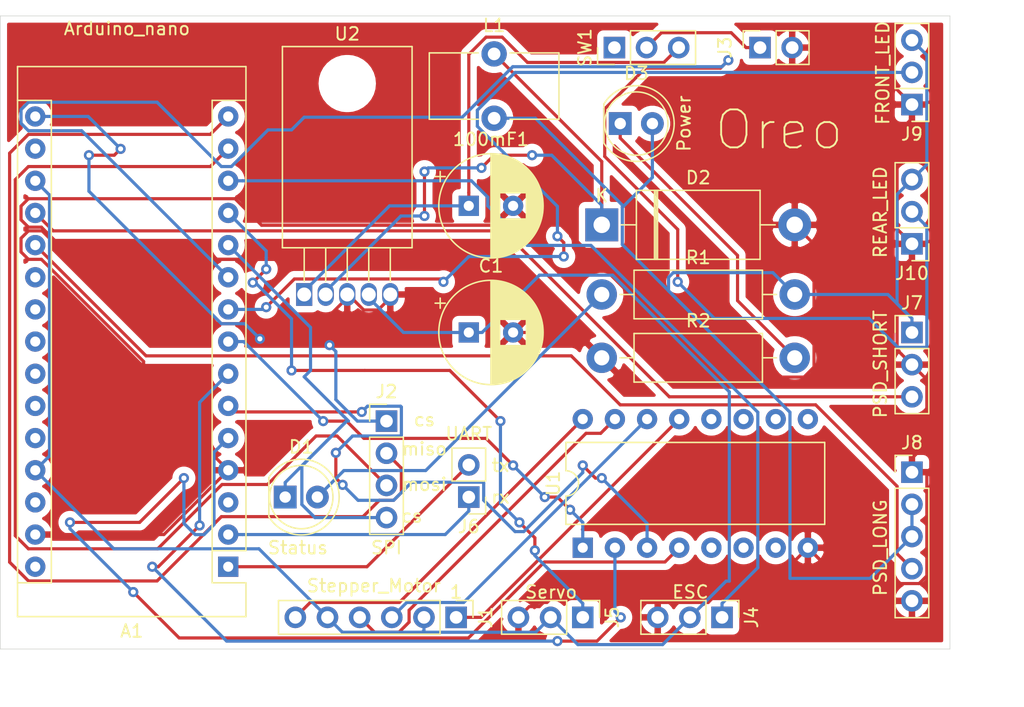
<source format=kicad_pcb>
(kicad_pcb (version 20171130) (host pcbnew 5.1.2-f72e74a~84~ubuntu18.04.1)

  (general
    (thickness 1.6)
    (drawings 24)
    (tracks 433)
    (zones 0)
    (modules 22)
    (nets 44)
  )

  (page A4)
  (layers
    (0 F.Cu signal)
    (31 B.Cu signal)
    (32 B.Adhes user hide)
    (33 F.Adhes user hide)
    (34 B.Paste user hide)
    (35 F.Paste user)
    (36 B.SilkS user hide)
    (37 F.SilkS user)
    (38 B.Mask user hide)
    (39 F.Mask user)
    (40 Dwgs.User user hide)
    (41 Cmts.User user hide)
    (42 Eco1.User user hide)
    (43 Eco2.User user hide)
    (44 Edge.Cuts user)
    (45 Margin user hide)
    (46 B.CrtYd user hide)
    (47 F.CrtYd user)
    (48 B.Fab user hide)
    (49 F.Fab user)
  )

  (setup
    (last_trace_width 0.25)
    (trace_clearance 0.2)
    (zone_clearance 0.508)
    (zone_45_only no)
    (trace_min 0.2)
    (via_size 0.8)
    (via_drill 0.4)
    (via_min_size 0.4)
    (via_min_drill 0.3)
    (uvia_size 0.3)
    (uvia_drill 0.1)
    (uvias_allowed no)
    (uvia_min_size 0.2)
    (uvia_min_drill 0.1)
    (edge_width 0.05)
    (segment_width 0.2)
    (pcb_text_width 0.3)
    (pcb_text_size 1.5 1.5)
    (mod_edge_width 0.12)
    (mod_text_size 1 1)
    (mod_text_width 0.15)
    (pad_size 1.524 1.524)
    (pad_drill 0.762)
    (pad_to_mask_clearance 0.051)
    (solder_mask_min_width 0.25)
    (aux_axis_origin 0 0)
    (visible_elements FFFFF77F)
    (pcbplotparams
      (layerselection 0x010fc_ffffffff)
      (usegerberextensions false)
      (usegerberattributes false)
      (usegerberadvancedattributes false)
      (creategerberjobfile false)
      (excludeedgelayer true)
      (linewidth 0.100000)
      (plotframeref false)
      (viasonmask false)
      (mode 1)
      (useauxorigin false)
      (hpglpennumber 1)
      (hpglpenspeed 20)
      (hpglpendiameter 15.000000)
      (psnegative false)
      (psa4output false)
      (plotreference true)
      (plotvalue true)
      (plotinvisibletext false)
      (padsonsilk false)
      (subtractmaskfromsilk false)
      (outputformat 1)
      (mirror false)
      (drillshape 1)
      (scaleselection 1)
      (outputdirectory ""))
  )

  (net 0 "")
  (net 1 GND)
  (net 2 "Net-(100mF1-Pad1)")
  (net 3 "Net-(A1-Pad1)")
  (net 4 "Net-(A1-Pad17)")
  (net 5 "Net-(A1-Pad2)")
  (net 6 +5V)
  (net 7 "Net-(A1-Pad3)")
  (net 8 "Net-(A1-Pad19)")
  (net 9 "Net-(A1-Pad20)")
  (net 10 "Net-(A1-Pad5)")
  (net 11 "Net-(A1-Pad21)")
  (net 12 "Net-(A1-Pad6)")
  (net 13 "Net-(A1-Pad22)")
  (net 14 "Net-(A1-Pad7)")
  (net 15 "Net-(A1-Pad23)")
  (net 16 "Net-(A1-Pad8)")
  (net 17 "Net-(A1-Pad24)")
  (net 18 /FrontLED)
  (net 19 "Net-(A1-Pad25)")
  (net 20 /RearLED)
  (net 21 "Net-(A1-Pad26)")
  (net 22 /CS)
  (net 23 "Net-(A1-Pad12)")
  (net 24 "Net-(A1-Pad28)")
  (net 25 "Net-(A1-Pad13)")
  (net 26 /MOSI)
  (net 27 "Net-(A1-Pad30)")
  (net 28 /MISO)
  (net 29 "Net-(D1-Pad2)")
  (net 30 "Net-(D2-Pad1)")
  (net 31 "Net-(D3-Pad1)")
  (net 32 "Net-(J1-Pad1)")
  (net 33 "Net-(J1-Pad3)")
  (net 34 "Net-(J1-Pad4)")
  (net 35 "Net-(J1-Pad6)")
  (net 36 "Net-(J3-Pad1)")
  (net 37 "Net-(SW1-Pad1)")
  (net 38 "Net-(U1-Pad10)")
  (net 39 "Net-(U1-Pad11)")
  (net 40 "Net-(U1-Pad12)")
  (net 41 "Net-(U1-Pad5)")
  (net 42 "Net-(U1-Pad6)")
  (net 43 "Net-(U1-Pad7)")

  (net_class Default "This is the default net class."
    (clearance 0.2)
    (trace_width 0.25)
    (via_dia 0.8)
    (via_drill 0.4)
    (uvia_dia 0.3)
    (uvia_drill 0.1)
    (add_net +5V)
    (add_net /CS)
    (add_net /FrontLED)
    (add_net /MISO)
    (add_net /MOSI)
    (add_net /RearLED)
    (add_net GND)
    (add_net "Net-(100mF1-Pad1)")
    (add_net "Net-(A1-Pad1)")
    (add_net "Net-(A1-Pad12)")
    (add_net "Net-(A1-Pad13)")
    (add_net "Net-(A1-Pad17)")
    (add_net "Net-(A1-Pad19)")
    (add_net "Net-(A1-Pad2)")
    (add_net "Net-(A1-Pad20)")
    (add_net "Net-(A1-Pad21)")
    (add_net "Net-(A1-Pad22)")
    (add_net "Net-(A1-Pad23)")
    (add_net "Net-(A1-Pad24)")
    (add_net "Net-(A1-Pad25)")
    (add_net "Net-(A1-Pad26)")
    (add_net "Net-(A1-Pad28)")
    (add_net "Net-(A1-Pad3)")
    (add_net "Net-(A1-Pad30)")
    (add_net "Net-(A1-Pad5)")
    (add_net "Net-(A1-Pad6)")
    (add_net "Net-(A1-Pad7)")
    (add_net "Net-(A1-Pad8)")
    (add_net "Net-(D1-Pad2)")
    (add_net "Net-(D2-Pad1)")
    (add_net "Net-(D3-Pad1)")
    (add_net "Net-(J1-Pad1)")
    (add_net "Net-(J1-Pad3)")
    (add_net "Net-(J1-Pad4)")
    (add_net "Net-(J1-Pad6)")
    (add_net "Net-(J3-Pad1)")
    (add_net "Net-(SW1-Pad1)")
    (add_net "Net-(U1-Pad10)")
    (add_net "Net-(U1-Pad11)")
    (add_net "Net-(U1-Pad12)")
    (add_net "Net-(U1-Pad5)")
    (add_net "Net-(U1-Pad6)")
    (add_net "Net-(U1-Pad7)")
  )

  (module Capacitor_THT:CP_Radial_D8.0mm_P3.50mm (layer F.Cu) (tedit 5AE50EF0) (tstamp 5D3034A7)
    (at 117 135)
    (descr "CP, Radial series, Radial, pin pitch=3.50mm, , diameter=8mm, Electrolytic Capacitor")
    (tags "CP Radial series Radial pin pitch 3.50mm  diameter 8mm Electrolytic Capacitor")
    (path /5D136A4B)
    (fp_text reference 100mF1 (at 1.75 -5.25) (layer F.SilkS)
      (effects (font (size 1 1) (thickness 0.15)))
    )
    (fp_text value CP (at 1.75 5.25) (layer F.Fab)
      (effects (font (size 1 1) (thickness 0.15)))
    )
    (fp_text user %R (at 1.75 0) (layer F.Fab)
      (effects (font (size 1 1) (thickness 0.15)))
    )
    (fp_line (start -2.259698 -2.715) (end -2.259698 -1.915) (layer F.SilkS) (width 0.12))
    (fp_line (start -2.659698 -2.315) (end -1.859698 -2.315) (layer F.SilkS) (width 0.12))
    (fp_line (start 5.831 -0.533) (end 5.831 0.533) (layer F.SilkS) (width 0.12))
    (fp_line (start 5.791 -0.768) (end 5.791 0.768) (layer F.SilkS) (width 0.12))
    (fp_line (start 5.751 -0.948) (end 5.751 0.948) (layer F.SilkS) (width 0.12))
    (fp_line (start 5.711 -1.098) (end 5.711 1.098) (layer F.SilkS) (width 0.12))
    (fp_line (start 5.671 -1.229) (end 5.671 1.229) (layer F.SilkS) (width 0.12))
    (fp_line (start 5.631 -1.346) (end 5.631 1.346) (layer F.SilkS) (width 0.12))
    (fp_line (start 5.591 -1.453) (end 5.591 1.453) (layer F.SilkS) (width 0.12))
    (fp_line (start 5.551 -1.552) (end 5.551 1.552) (layer F.SilkS) (width 0.12))
    (fp_line (start 5.511 -1.645) (end 5.511 1.645) (layer F.SilkS) (width 0.12))
    (fp_line (start 5.471 -1.731) (end 5.471 1.731) (layer F.SilkS) (width 0.12))
    (fp_line (start 5.431 -1.813) (end 5.431 1.813) (layer F.SilkS) (width 0.12))
    (fp_line (start 5.391 -1.89) (end 5.391 1.89) (layer F.SilkS) (width 0.12))
    (fp_line (start 5.351 -1.964) (end 5.351 1.964) (layer F.SilkS) (width 0.12))
    (fp_line (start 5.311 -2.034) (end 5.311 2.034) (layer F.SilkS) (width 0.12))
    (fp_line (start 5.271 -2.102) (end 5.271 2.102) (layer F.SilkS) (width 0.12))
    (fp_line (start 5.231 -2.166) (end 5.231 2.166) (layer F.SilkS) (width 0.12))
    (fp_line (start 5.191 -2.228) (end 5.191 2.228) (layer F.SilkS) (width 0.12))
    (fp_line (start 5.151 -2.287) (end 5.151 2.287) (layer F.SilkS) (width 0.12))
    (fp_line (start 5.111 -2.345) (end 5.111 2.345) (layer F.SilkS) (width 0.12))
    (fp_line (start 5.071 -2.4) (end 5.071 2.4) (layer F.SilkS) (width 0.12))
    (fp_line (start 5.031 -2.454) (end 5.031 2.454) (layer F.SilkS) (width 0.12))
    (fp_line (start 4.991 -2.505) (end 4.991 2.505) (layer F.SilkS) (width 0.12))
    (fp_line (start 4.951 -2.556) (end 4.951 2.556) (layer F.SilkS) (width 0.12))
    (fp_line (start 4.911 -2.604) (end 4.911 2.604) (layer F.SilkS) (width 0.12))
    (fp_line (start 4.871 -2.651) (end 4.871 2.651) (layer F.SilkS) (width 0.12))
    (fp_line (start 4.831 -2.697) (end 4.831 2.697) (layer F.SilkS) (width 0.12))
    (fp_line (start 4.791 -2.741) (end 4.791 2.741) (layer F.SilkS) (width 0.12))
    (fp_line (start 4.751 -2.784) (end 4.751 2.784) (layer F.SilkS) (width 0.12))
    (fp_line (start 4.711 -2.826) (end 4.711 2.826) (layer F.SilkS) (width 0.12))
    (fp_line (start 4.671 -2.867) (end 4.671 2.867) (layer F.SilkS) (width 0.12))
    (fp_line (start 4.631 -2.907) (end 4.631 2.907) (layer F.SilkS) (width 0.12))
    (fp_line (start 4.591 -2.945) (end 4.591 2.945) (layer F.SilkS) (width 0.12))
    (fp_line (start 4.551 -2.983) (end 4.551 2.983) (layer F.SilkS) (width 0.12))
    (fp_line (start 4.511 1.04) (end 4.511 3.019) (layer F.SilkS) (width 0.12))
    (fp_line (start 4.511 -3.019) (end 4.511 -1.04) (layer F.SilkS) (width 0.12))
    (fp_line (start 4.471 1.04) (end 4.471 3.055) (layer F.SilkS) (width 0.12))
    (fp_line (start 4.471 -3.055) (end 4.471 -1.04) (layer F.SilkS) (width 0.12))
    (fp_line (start 4.431 1.04) (end 4.431 3.09) (layer F.SilkS) (width 0.12))
    (fp_line (start 4.431 -3.09) (end 4.431 -1.04) (layer F.SilkS) (width 0.12))
    (fp_line (start 4.391 1.04) (end 4.391 3.124) (layer F.SilkS) (width 0.12))
    (fp_line (start 4.391 -3.124) (end 4.391 -1.04) (layer F.SilkS) (width 0.12))
    (fp_line (start 4.351 1.04) (end 4.351 3.156) (layer F.SilkS) (width 0.12))
    (fp_line (start 4.351 -3.156) (end 4.351 -1.04) (layer F.SilkS) (width 0.12))
    (fp_line (start 4.311 1.04) (end 4.311 3.189) (layer F.SilkS) (width 0.12))
    (fp_line (start 4.311 -3.189) (end 4.311 -1.04) (layer F.SilkS) (width 0.12))
    (fp_line (start 4.271 1.04) (end 4.271 3.22) (layer F.SilkS) (width 0.12))
    (fp_line (start 4.271 -3.22) (end 4.271 -1.04) (layer F.SilkS) (width 0.12))
    (fp_line (start 4.231 1.04) (end 4.231 3.25) (layer F.SilkS) (width 0.12))
    (fp_line (start 4.231 -3.25) (end 4.231 -1.04) (layer F.SilkS) (width 0.12))
    (fp_line (start 4.191 1.04) (end 4.191 3.28) (layer F.SilkS) (width 0.12))
    (fp_line (start 4.191 -3.28) (end 4.191 -1.04) (layer F.SilkS) (width 0.12))
    (fp_line (start 4.151 1.04) (end 4.151 3.309) (layer F.SilkS) (width 0.12))
    (fp_line (start 4.151 -3.309) (end 4.151 -1.04) (layer F.SilkS) (width 0.12))
    (fp_line (start 4.111 1.04) (end 4.111 3.338) (layer F.SilkS) (width 0.12))
    (fp_line (start 4.111 -3.338) (end 4.111 -1.04) (layer F.SilkS) (width 0.12))
    (fp_line (start 4.071 1.04) (end 4.071 3.365) (layer F.SilkS) (width 0.12))
    (fp_line (start 4.071 -3.365) (end 4.071 -1.04) (layer F.SilkS) (width 0.12))
    (fp_line (start 4.031 1.04) (end 4.031 3.392) (layer F.SilkS) (width 0.12))
    (fp_line (start 4.031 -3.392) (end 4.031 -1.04) (layer F.SilkS) (width 0.12))
    (fp_line (start 3.991 1.04) (end 3.991 3.418) (layer F.SilkS) (width 0.12))
    (fp_line (start 3.991 -3.418) (end 3.991 -1.04) (layer F.SilkS) (width 0.12))
    (fp_line (start 3.951 1.04) (end 3.951 3.444) (layer F.SilkS) (width 0.12))
    (fp_line (start 3.951 -3.444) (end 3.951 -1.04) (layer F.SilkS) (width 0.12))
    (fp_line (start 3.911 1.04) (end 3.911 3.469) (layer F.SilkS) (width 0.12))
    (fp_line (start 3.911 -3.469) (end 3.911 -1.04) (layer F.SilkS) (width 0.12))
    (fp_line (start 3.871 1.04) (end 3.871 3.493) (layer F.SilkS) (width 0.12))
    (fp_line (start 3.871 -3.493) (end 3.871 -1.04) (layer F.SilkS) (width 0.12))
    (fp_line (start 3.831 1.04) (end 3.831 3.517) (layer F.SilkS) (width 0.12))
    (fp_line (start 3.831 -3.517) (end 3.831 -1.04) (layer F.SilkS) (width 0.12))
    (fp_line (start 3.791 1.04) (end 3.791 3.54) (layer F.SilkS) (width 0.12))
    (fp_line (start 3.791 -3.54) (end 3.791 -1.04) (layer F.SilkS) (width 0.12))
    (fp_line (start 3.751 1.04) (end 3.751 3.562) (layer F.SilkS) (width 0.12))
    (fp_line (start 3.751 -3.562) (end 3.751 -1.04) (layer F.SilkS) (width 0.12))
    (fp_line (start 3.711 1.04) (end 3.711 3.584) (layer F.SilkS) (width 0.12))
    (fp_line (start 3.711 -3.584) (end 3.711 -1.04) (layer F.SilkS) (width 0.12))
    (fp_line (start 3.671 1.04) (end 3.671 3.606) (layer F.SilkS) (width 0.12))
    (fp_line (start 3.671 -3.606) (end 3.671 -1.04) (layer F.SilkS) (width 0.12))
    (fp_line (start 3.631 1.04) (end 3.631 3.627) (layer F.SilkS) (width 0.12))
    (fp_line (start 3.631 -3.627) (end 3.631 -1.04) (layer F.SilkS) (width 0.12))
    (fp_line (start 3.591 1.04) (end 3.591 3.647) (layer F.SilkS) (width 0.12))
    (fp_line (start 3.591 -3.647) (end 3.591 -1.04) (layer F.SilkS) (width 0.12))
    (fp_line (start 3.551 1.04) (end 3.551 3.666) (layer F.SilkS) (width 0.12))
    (fp_line (start 3.551 -3.666) (end 3.551 -1.04) (layer F.SilkS) (width 0.12))
    (fp_line (start 3.511 1.04) (end 3.511 3.686) (layer F.SilkS) (width 0.12))
    (fp_line (start 3.511 -3.686) (end 3.511 -1.04) (layer F.SilkS) (width 0.12))
    (fp_line (start 3.471 1.04) (end 3.471 3.704) (layer F.SilkS) (width 0.12))
    (fp_line (start 3.471 -3.704) (end 3.471 -1.04) (layer F.SilkS) (width 0.12))
    (fp_line (start 3.431 1.04) (end 3.431 3.722) (layer F.SilkS) (width 0.12))
    (fp_line (start 3.431 -3.722) (end 3.431 -1.04) (layer F.SilkS) (width 0.12))
    (fp_line (start 3.391 1.04) (end 3.391 3.74) (layer F.SilkS) (width 0.12))
    (fp_line (start 3.391 -3.74) (end 3.391 -1.04) (layer F.SilkS) (width 0.12))
    (fp_line (start 3.351 1.04) (end 3.351 3.757) (layer F.SilkS) (width 0.12))
    (fp_line (start 3.351 -3.757) (end 3.351 -1.04) (layer F.SilkS) (width 0.12))
    (fp_line (start 3.311 1.04) (end 3.311 3.774) (layer F.SilkS) (width 0.12))
    (fp_line (start 3.311 -3.774) (end 3.311 -1.04) (layer F.SilkS) (width 0.12))
    (fp_line (start 3.271 1.04) (end 3.271 3.79) (layer F.SilkS) (width 0.12))
    (fp_line (start 3.271 -3.79) (end 3.271 -1.04) (layer F.SilkS) (width 0.12))
    (fp_line (start 3.231 1.04) (end 3.231 3.805) (layer F.SilkS) (width 0.12))
    (fp_line (start 3.231 -3.805) (end 3.231 -1.04) (layer F.SilkS) (width 0.12))
    (fp_line (start 3.191 1.04) (end 3.191 3.821) (layer F.SilkS) (width 0.12))
    (fp_line (start 3.191 -3.821) (end 3.191 -1.04) (layer F.SilkS) (width 0.12))
    (fp_line (start 3.151 1.04) (end 3.151 3.835) (layer F.SilkS) (width 0.12))
    (fp_line (start 3.151 -3.835) (end 3.151 -1.04) (layer F.SilkS) (width 0.12))
    (fp_line (start 3.111 1.04) (end 3.111 3.85) (layer F.SilkS) (width 0.12))
    (fp_line (start 3.111 -3.85) (end 3.111 -1.04) (layer F.SilkS) (width 0.12))
    (fp_line (start 3.071 1.04) (end 3.071 3.863) (layer F.SilkS) (width 0.12))
    (fp_line (start 3.071 -3.863) (end 3.071 -1.04) (layer F.SilkS) (width 0.12))
    (fp_line (start 3.031 1.04) (end 3.031 3.877) (layer F.SilkS) (width 0.12))
    (fp_line (start 3.031 -3.877) (end 3.031 -1.04) (layer F.SilkS) (width 0.12))
    (fp_line (start 2.991 1.04) (end 2.991 3.889) (layer F.SilkS) (width 0.12))
    (fp_line (start 2.991 -3.889) (end 2.991 -1.04) (layer F.SilkS) (width 0.12))
    (fp_line (start 2.951 1.04) (end 2.951 3.902) (layer F.SilkS) (width 0.12))
    (fp_line (start 2.951 -3.902) (end 2.951 -1.04) (layer F.SilkS) (width 0.12))
    (fp_line (start 2.911 1.04) (end 2.911 3.914) (layer F.SilkS) (width 0.12))
    (fp_line (start 2.911 -3.914) (end 2.911 -1.04) (layer F.SilkS) (width 0.12))
    (fp_line (start 2.871 1.04) (end 2.871 3.925) (layer F.SilkS) (width 0.12))
    (fp_line (start 2.871 -3.925) (end 2.871 -1.04) (layer F.SilkS) (width 0.12))
    (fp_line (start 2.831 1.04) (end 2.831 3.936) (layer F.SilkS) (width 0.12))
    (fp_line (start 2.831 -3.936) (end 2.831 -1.04) (layer F.SilkS) (width 0.12))
    (fp_line (start 2.791 1.04) (end 2.791 3.947) (layer F.SilkS) (width 0.12))
    (fp_line (start 2.791 -3.947) (end 2.791 -1.04) (layer F.SilkS) (width 0.12))
    (fp_line (start 2.751 1.04) (end 2.751 3.957) (layer F.SilkS) (width 0.12))
    (fp_line (start 2.751 -3.957) (end 2.751 -1.04) (layer F.SilkS) (width 0.12))
    (fp_line (start 2.711 1.04) (end 2.711 3.967) (layer F.SilkS) (width 0.12))
    (fp_line (start 2.711 -3.967) (end 2.711 -1.04) (layer F.SilkS) (width 0.12))
    (fp_line (start 2.671 1.04) (end 2.671 3.976) (layer F.SilkS) (width 0.12))
    (fp_line (start 2.671 -3.976) (end 2.671 -1.04) (layer F.SilkS) (width 0.12))
    (fp_line (start 2.631 1.04) (end 2.631 3.985) (layer F.SilkS) (width 0.12))
    (fp_line (start 2.631 -3.985) (end 2.631 -1.04) (layer F.SilkS) (width 0.12))
    (fp_line (start 2.591 1.04) (end 2.591 3.994) (layer F.SilkS) (width 0.12))
    (fp_line (start 2.591 -3.994) (end 2.591 -1.04) (layer F.SilkS) (width 0.12))
    (fp_line (start 2.551 1.04) (end 2.551 4.002) (layer F.SilkS) (width 0.12))
    (fp_line (start 2.551 -4.002) (end 2.551 -1.04) (layer F.SilkS) (width 0.12))
    (fp_line (start 2.511 1.04) (end 2.511 4.01) (layer F.SilkS) (width 0.12))
    (fp_line (start 2.511 -4.01) (end 2.511 -1.04) (layer F.SilkS) (width 0.12))
    (fp_line (start 2.471 1.04) (end 2.471 4.017) (layer F.SilkS) (width 0.12))
    (fp_line (start 2.471 -4.017) (end 2.471 -1.04) (layer F.SilkS) (width 0.12))
    (fp_line (start 2.43 -4.024) (end 2.43 4.024) (layer F.SilkS) (width 0.12))
    (fp_line (start 2.39 -4.03) (end 2.39 4.03) (layer F.SilkS) (width 0.12))
    (fp_line (start 2.35 -4.037) (end 2.35 4.037) (layer F.SilkS) (width 0.12))
    (fp_line (start 2.31 -4.042) (end 2.31 4.042) (layer F.SilkS) (width 0.12))
    (fp_line (start 2.27 -4.048) (end 2.27 4.048) (layer F.SilkS) (width 0.12))
    (fp_line (start 2.23 -4.052) (end 2.23 4.052) (layer F.SilkS) (width 0.12))
    (fp_line (start 2.19 -4.057) (end 2.19 4.057) (layer F.SilkS) (width 0.12))
    (fp_line (start 2.15 -4.061) (end 2.15 4.061) (layer F.SilkS) (width 0.12))
    (fp_line (start 2.11 -4.065) (end 2.11 4.065) (layer F.SilkS) (width 0.12))
    (fp_line (start 2.07 -4.068) (end 2.07 4.068) (layer F.SilkS) (width 0.12))
    (fp_line (start 2.03 -4.071) (end 2.03 4.071) (layer F.SilkS) (width 0.12))
    (fp_line (start 1.99 -4.074) (end 1.99 4.074) (layer F.SilkS) (width 0.12))
    (fp_line (start 1.95 -4.076) (end 1.95 4.076) (layer F.SilkS) (width 0.12))
    (fp_line (start 1.91 -4.077) (end 1.91 4.077) (layer F.SilkS) (width 0.12))
    (fp_line (start 1.87 -4.079) (end 1.87 4.079) (layer F.SilkS) (width 0.12))
    (fp_line (start 1.83 -4.08) (end 1.83 4.08) (layer F.SilkS) (width 0.12))
    (fp_line (start 1.79 -4.08) (end 1.79 4.08) (layer F.SilkS) (width 0.12))
    (fp_line (start 1.75 -4.08) (end 1.75 4.08) (layer F.SilkS) (width 0.12))
    (fp_line (start -1.276759 -2.1475) (end -1.276759 -1.3475) (layer F.Fab) (width 0.1))
    (fp_line (start -1.676759 -1.7475) (end -0.876759 -1.7475) (layer F.Fab) (width 0.1))
    (fp_circle (center 1.75 0) (end 6 0) (layer F.CrtYd) (width 0.05))
    (fp_circle (center 1.75 0) (end 5.87 0) (layer F.SilkS) (width 0.12))
    (fp_circle (center 1.75 0) (end 5.75 0) (layer F.Fab) (width 0.1))
    (pad 2 thru_hole circle (at 3.5 0) (size 1.6 1.6) (drill 0.8) (layers *.Cu *.Mask)
      (net 1 GND))
    (pad 1 thru_hole rect (at 0 0) (size 1.6 1.6) (drill 0.8) (layers *.Cu *.Mask)
      (net 2 "Net-(100mF1-Pad1)"))
    (model ${KISYS3DMOD}/Capacitor_THT.3dshapes/CP_Radial_D8.0mm_P3.50mm.wrl
      (at (xyz 0 0 0))
      (scale (xyz 1 1 1))
      (rotate (xyz 0 0 0))
    )
  )

  (module Arduino:Arduino_Nano (layer F.Cu) (tedit 58ACAF70) (tstamp 5D3034E4)
    (at 98 163.5 180)
    (descr "Arduino Nano, http://www.mouser.com/pdfdocs/Gravitech_Arduino_Nano3_0.pdf")
    (tags "Arduino Nano")
    (path /5D123426)
    (fp_text reference A1 (at 7.62 -5.08) (layer F.SilkS)
      (effects (font (size 1 1) (thickness 0.15)))
    )
    (fp_text value Arduino_Nano_v3.x (at 8.89 19.05 90) (layer F.Fab)
      (effects (font (size 1 1) (thickness 0.15)))
    )
    (fp_text user %R (at 6.35 19.05 90) (layer F.Fab)
      (effects (font (size 1 1) (thickness 0.15)))
    )
    (fp_line (start 1.27 1.27) (end 1.27 -1.27) (layer F.SilkS) (width 0.12))
    (fp_line (start 1.27 -1.27) (end -1.4 -1.27) (layer F.SilkS) (width 0.12))
    (fp_line (start -1.4 1.27) (end -1.4 39.5) (layer F.SilkS) (width 0.12))
    (fp_line (start -1.4 -3.94) (end -1.4 -1.27) (layer F.SilkS) (width 0.12))
    (fp_line (start 13.97 -1.27) (end 16.64 -1.27) (layer F.SilkS) (width 0.12))
    (fp_line (start 13.97 -1.27) (end 13.97 36.83) (layer F.SilkS) (width 0.12))
    (fp_line (start 13.97 36.83) (end 16.64 36.83) (layer F.SilkS) (width 0.12))
    (fp_line (start 1.27 1.27) (end -1.4 1.27) (layer F.SilkS) (width 0.12))
    (fp_line (start 1.27 1.27) (end 1.27 36.83) (layer F.SilkS) (width 0.12))
    (fp_line (start 1.27 36.83) (end -1.4 36.83) (layer F.SilkS) (width 0.12))
    (fp_line (start 3.81 31.75) (end 11.43 31.75) (layer F.Fab) (width 0.1))
    (fp_line (start 11.43 31.75) (end 11.43 41.91) (layer F.Fab) (width 0.1))
    (fp_line (start 11.43 41.91) (end 3.81 41.91) (layer F.Fab) (width 0.1))
    (fp_line (start 3.81 41.91) (end 3.81 31.75) (layer F.Fab) (width 0.1))
    (fp_line (start -1.4 39.5) (end 16.64 39.5) (layer F.SilkS) (width 0.12))
    (fp_line (start 16.64 39.5) (end 16.64 -3.94) (layer F.SilkS) (width 0.12))
    (fp_line (start 16.64 -3.94) (end -1.4 -3.94) (layer F.SilkS) (width 0.12))
    (fp_line (start 16.51 39.37) (end -1.27 39.37) (layer F.Fab) (width 0.1))
    (fp_line (start -1.27 39.37) (end -1.27 -2.54) (layer F.Fab) (width 0.1))
    (fp_line (start -1.27 -2.54) (end 0 -3.81) (layer F.Fab) (width 0.1))
    (fp_line (start 0 -3.81) (end 16.51 -3.81) (layer F.Fab) (width 0.1))
    (fp_line (start 16.51 -3.81) (end 16.51 39.37) (layer F.Fab) (width 0.1))
    (fp_line (start -1.53 -4.06) (end 16.75 -4.06) (layer F.CrtYd) (width 0.05))
    (fp_line (start -1.53 -4.06) (end -1.53 42.16) (layer F.CrtYd) (width 0.05))
    (fp_line (start 16.75 42.16) (end 16.75 -4.06) (layer F.CrtYd) (width 0.05))
    (fp_line (start 16.75 42.16) (end -1.53 42.16) (layer F.CrtYd) (width 0.05))
    (pad 1 thru_hole rect (at 0 0 180) (size 1.6 1.6) (drill 0.8) (layers *.Cu *.Mask)
      (net 3 "Net-(A1-Pad1)"))
    (pad 17 thru_hole oval (at 15.24 33.02 180) (size 1.6 1.6) (drill 0.8) (layers *.Cu *.Mask)
      (net 4 "Net-(A1-Pad17)"))
    (pad 2 thru_hole oval (at 0 2.54 180) (size 1.6 1.6) (drill 0.8) (layers *.Cu *.Mask)
      (net 5 "Net-(A1-Pad2)"))
    (pad 18 thru_hole oval (at 15.24 30.48 180) (size 1.6 1.6) (drill 0.8) (layers *.Cu *.Mask)
      (net 6 +5V))
    (pad 3 thru_hole oval (at 0 5.08 180) (size 1.6 1.6) (drill 0.8) (layers *.Cu *.Mask)
      (net 7 "Net-(A1-Pad3)"))
    (pad 19 thru_hole oval (at 15.24 27.94 180) (size 1.6 1.6) (drill 0.8) (layers *.Cu *.Mask)
      (net 8 "Net-(A1-Pad19)"))
    (pad 4 thru_hole oval (at 0 7.62 180) (size 1.6 1.6) (drill 0.8) (layers *.Cu *.Mask)
      (net 1 GND))
    (pad 20 thru_hole oval (at 15.24 25.4 180) (size 1.6 1.6) (drill 0.8) (layers *.Cu *.Mask)
      (net 9 "Net-(A1-Pad20)"))
    (pad 5 thru_hole oval (at 0 10.16 180) (size 1.6 1.6) (drill 0.8) (layers *.Cu *.Mask)
      (net 10 "Net-(A1-Pad5)"))
    (pad 21 thru_hole oval (at 15.24 22.86 180) (size 1.6 1.6) (drill 0.8) (layers *.Cu *.Mask)
      (net 11 "Net-(A1-Pad21)"))
    (pad 6 thru_hole oval (at 0 12.7 180) (size 1.6 1.6) (drill 0.8) (layers *.Cu *.Mask)
      (net 12 "Net-(A1-Pad6)"))
    (pad 22 thru_hole oval (at 15.24 20.32 180) (size 1.6 1.6) (drill 0.8) (layers *.Cu *.Mask)
      (net 13 "Net-(A1-Pad22)"))
    (pad 7 thru_hole oval (at 0 15.24 180) (size 1.6 1.6) (drill 0.8) (layers *.Cu *.Mask)
      (net 14 "Net-(A1-Pad7)"))
    (pad 23 thru_hole oval (at 15.24 17.78 180) (size 1.6 1.6) (drill 0.8) (layers *.Cu *.Mask)
      (net 15 "Net-(A1-Pad23)"))
    (pad 8 thru_hole oval (at 0 17.78 180) (size 1.6 1.6) (drill 0.8) (layers *.Cu *.Mask)
      (net 16 "Net-(A1-Pad8)"))
    (pad 24 thru_hole oval (at 15.24 15.24 180) (size 1.6 1.6) (drill 0.8) (layers *.Cu *.Mask)
      (net 17 "Net-(A1-Pad24)"))
    (pad 9 thru_hole oval (at 0 20.32 180) (size 1.6 1.6) (drill 0.8) (layers *.Cu *.Mask)
      (net 18 /FrontLED))
    (pad 25 thru_hole oval (at 15.24 12.7 180) (size 1.6 1.6) (drill 0.8) (layers *.Cu *.Mask)
      (net 19 "Net-(A1-Pad25)"))
    (pad 10 thru_hole oval (at 0 22.86 180) (size 1.6 1.6) (drill 0.8) (layers *.Cu *.Mask)
      (net 20 /RearLED))
    (pad 26 thru_hole oval (at 15.24 10.16 180) (size 1.6 1.6) (drill 0.8) (layers *.Cu *.Mask)
      (net 21 "Net-(A1-Pad26)"))
    (pad 11 thru_hole oval (at 0 25.4 180) (size 1.6 1.6) (drill 0.8) (layers *.Cu *.Mask)
      (net 22 /CS))
    (pad 27 thru_hole oval (at 15.24 7.62 180) (size 1.6 1.6) (drill 0.8) (layers *.Cu *.Mask)
      (net 6 +5V))
    (pad 12 thru_hole oval (at 0 27.94 180) (size 1.6 1.6) (drill 0.8) (layers *.Cu *.Mask)
      (net 23 "Net-(A1-Pad12)"))
    (pad 28 thru_hole oval (at 15.24 5.08 180) (size 1.6 1.6) (drill 0.8) (layers *.Cu *.Mask)
      (net 24 "Net-(A1-Pad28)"))
    (pad 13 thru_hole oval (at 0 30.48 180) (size 1.6 1.6) (drill 0.8) (layers *.Cu *.Mask)
      (net 25 "Net-(A1-Pad13)"))
    (pad 29 thru_hole oval (at 15.24 2.54 180) (size 1.6 1.6) (drill 0.8) (layers *.Cu *.Mask)
      (net 1 GND))
    (pad 14 thru_hole oval (at 0 33.02 180) (size 1.6 1.6) (drill 0.8) (layers *.Cu *.Mask)
      (net 26 /MOSI))
    (pad 30 thru_hole oval (at 15.24 0 180) (size 1.6 1.6) (drill 0.8) (layers *.Cu *.Mask)
      (net 27 "Net-(A1-Pad30)"))
    (pad 15 thru_hole oval (at 0 35.56 180) (size 1.6 1.6) (drill 0.8) (layers *.Cu *.Mask)
      (net 28 /MISO))
    (pad 16 thru_hole oval (at 15.24 35.56 180) (size 1.6 1.6) (drill 0.8) (layers *.Cu *.Mask)
      (net 22 /CS))
    (model ${KISYS3DMOD}/Module.3dshapes/Arduino_Nano_WithMountingHoles.wrl
      (at (xyz 0 0 0))
      (scale (xyz 1 1 1))
      (rotate (xyz 0 0 0))
    )
  )

  (module Capacitor_THT:CP_Radial_D8.0mm_P3.50mm (layer F.Cu) (tedit 5AE50EF0) (tstamp 5D30358D)
    (at 117 145)
    (descr "CP, Radial series, Radial, pin pitch=3.50mm, , diameter=8mm, Electrolytic Capacitor")
    (tags "CP Radial series Radial pin pitch 3.50mm  diameter 8mm Electrolytic Capacitor")
    (path /5D28CB35)
    (fp_text reference C1 (at 1.75 -5.25) (layer F.SilkS)
      (effects (font (size 1 1) (thickness 0.15)))
    )
    (fp_text value CP (at 1.75 5.25) (layer F.Fab)
      (effects (font (size 1 1) (thickness 0.15)))
    )
    (fp_circle (center 1.75 0) (end 5.75 0) (layer F.Fab) (width 0.1))
    (fp_circle (center 1.75 0) (end 5.87 0) (layer F.SilkS) (width 0.12))
    (fp_circle (center 1.75 0) (end 6 0) (layer F.CrtYd) (width 0.05))
    (fp_line (start -1.676759 -1.7475) (end -0.876759 -1.7475) (layer F.Fab) (width 0.1))
    (fp_line (start -1.276759 -2.1475) (end -1.276759 -1.3475) (layer F.Fab) (width 0.1))
    (fp_line (start 1.75 -4.08) (end 1.75 4.08) (layer F.SilkS) (width 0.12))
    (fp_line (start 1.79 -4.08) (end 1.79 4.08) (layer F.SilkS) (width 0.12))
    (fp_line (start 1.83 -4.08) (end 1.83 4.08) (layer F.SilkS) (width 0.12))
    (fp_line (start 1.87 -4.079) (end 1.87 4.079) (layer F.SilkS) (width 0.12))
    (fp_line (start 1.91 -4.077) (end 1.91 4.077) (layer F.SilkS) (width 0.12))
    (fp_line (start 1.95 -4.076) (end 1.95 4.076) (layer F.SilkS) (width 0.12))
    (fp_line (start 1.99 -4.074) (end 1.99 4.074) (layer F.SilkS) (width 0.12))
    (fp_line (start 2.03 -4.071) (end 2.03 4.071) (layer F.SilkS) (width 0.12))
    (fp_line (start 2.07 -4.068) (end 2.07 4.068) (layer F.SilkS) (width 0.12))
    (fp_line (start 2.11 -4.065) (end 2.11 4.065) (layer F.SilkS) (width 0.12))
    (fp_line (start 2.15 -4.061) (end 2.15 4.061) (layer F.SilkS) (width 0.12))
    (fp_line (start 2.19 -4.057) (end 2.19 4.057) (layer F.SilkS) (width 0.12))
    (fp_line (start 2.23 -4.052) (end 2.23 4.052) (layer F.SilkS) (width 0.12))
    (fp_line (start 2.27 -4.048) (end 2.27 4.048) (layer F.SilkS) (width 0.12))
    (fp_line (start 2.31 -4.042) (end 2.31 4.042) (layer F.SilkS) (width 0.12))
    (fp_line (start 2.35 -4.037) (end 2.35 4.037) (layer F.SilkS) (width 0.12))
    (fp_line (start 2.39 -4.03) (end 2.39 4.03) (layer F.SilkS) (width 0.12))
    (fp_line (start 2.43 -4.024) (end 2.43 4.024) (layer F.SilkS) (width 0.12))
    (fp_line (start 2.471 -4.017) (end 2.471 -1.04) (layer F.SilkS) (width 0.12))
    (fp_line (start 2.471 1.04) (end 2.471 4.017) (layer F.SilkS) (width 0.12))
    (fp_line (start 2.511 -4.01) (end 2.511 -1.04) (layer F.SilkS) (width 0.12))
    (fp_line (start 2.511 1.04) (end 2.511 4.01) (layer F.SilkS) (width 0.12))
    (fp_line (start 2.551 -4.002) (end 2.551 -1.04) (layer F.SilkS) (width 0.12))
    (fp_line (start 2.551 1.04) (end 2.551 4.002) (layer F.SilkS) (width 0.12))
    (fp_line (start 2.591 -3.994) (end 2.591 -1.04) (layer F.SilkS) (width 0.12))
    (fp_line (start 2.591 1.04) (end 2.591 3.994) (layer F.SilkS) (width 0.12))
    (fp_line (start 2.631 -3.985) (end 2.631 -1.04) (layer F.SilkS) (width 0.12))
    (fp_line (start 2.631 1.04) (end 2.631 3.985) (layer F.SilkS) (width 0.12))
    (fp_line (start 2.671 -3.976) (end 2.671 -1.04) (layer F.SilkS) (width 0.12))
    (fp_line (start 2.671 1.04) (end 2.671 3.976) (layer F.SilkS) (width 0.12))
    (fp_line (start 2.711 -3.967) (end 2.711 -1.04) (layer F.SilkS) (width 0.12))
    (fp_line (start 2.711 1.04) (end 2.711 3.967) (layer F.SilkS) (width 0.12))
    (fp_line (start 2.751 -3.957) (end 2.751 -1.04) (layer F.SilkS) (width 0.12))
    (fp_line (start 2.751 1.04) (end 2.751 3.957) (layer F.SilkS) (width 0.12))
    (fp_line (start 2.791 -3.947) (end 2.791 -1.04) (layer F.SilkS) (width 0.12))
    (fp_line (start 2.791 1.04) (end 2.791 3.947) (layer F.SilkS) (width 0.12))
    (fp_line (start 2.831 -3.936) (end 2.831 -1.04) (layer F.SilkS) (width 0.12))
    (fp_line (start 2.831 1.04) (end 2.831 3.936) (layer F.SilkS) (width 0.12))
    (fp_line (start 2.871 -3.925) (end 2.871 -1.04) (layer F.SilkS) (width 0.12))
    (fp_line (start 2.871 1.04) (end 2.871 3.925) (layer F.SilkS) (width 0.12))
    (fp_line (start 2.911 -3.914) (end 2.911 -1.04) (layer F.SilkS) (width 0.12))
    (fp_line (start 2.911 1.04) (end 2.911 3.914) (layer F.SilkS) (width 0.12))
    (fp_line (start 2.951 -3.902) (end 2.951 -1.04) (layer F.SilkS) (width 0.12))
    (fp_line (start 2.951 1.04) (end 2.951 3.902) (layer F.SilkS) (width 0.12))
    (fp_line (start 2.991 -3.889) (end 2.991 -1.04) (layer F.SilkS) (width 0.12))
    (fp_line (start 2.991 1.04) (end 2.991 3.889) (layer F.SilkS) (width 0.12))
    (fp_line (start 3.031 -3.877) (end 3.031 -1.04) (layer F.SilkS) (width 0.12))
    (fp_line (start 3.031 1.04) (end 3.031 3.877) (layer F.SilkS) (width 0.12))
    (fp_line (start 3.071 -3.863) (end 3.071 -1.04) (layer F.SilkS) (width 0.12))
    (fp_line (start 3.071 1.04) (end 3.071 3.863) (layer F.SilkS) (width 0.12))
    (fp_line (start 3.111 -3.85) (end 3.111 -1.04) (layer F.SilkS) (width 0.12))
    (fp_line (start 3.111 1.04) (end 3.111 3.85) (layer F.SilkS) (width 0.12))
    (fp_line (start 3.151 -3.835) (end 3.151 -1.04) (layer F.SilkS) (width 0.12))
    (fp_line (start 3.151 1.04) (end 3.151 3.835) (layer F.SilkS) (width 0.12))
    (fp_line (start 3.191 -3.821) (end 3.191 -1.04) (layer F.SilkS) (width 0.12))
    (fp_line (start 3.191 1.04) (end 3.191 3.821) (layer F.SilkS) (width 0.12))
    (fp_line (start 3.231 -3.805) (end 3.231 -1.04) (layer F.SilkS) (width 0.12))
    (fp_line (start 3.231 1.04) (end 3.231 3.805) (layer F.SilkS) (width 0.12))
    (fp_line (start 3.271 -3.79) (end 3.271 -1.04) (layer F.SilkS) (width 0.12))
    (fp_line (start 3.271 1.04) (end 3.271 3.79) (layer F.SilkS) (width 0.12))
    (fp_line (start 3.311 -3.774) (end 3.311 -1.04) (layer F.SilkS) (width 0.12))
    (fp_line (start 3.311 1.04) (end 3.311 3.774) (layer F.SilkS) (width 0.12))
    (fp_line (start 3.351 -3.757) (end 3.351 -1.04) (layer F.SilkS) (width 0.12))
    (fp_line (start 3.351 1.04) (end 3.351 3.757) (layer F.SilkS) (width 0.12))
    (fp_line (start 3.391 -3.74) (end 3.391 -1.04) (layer F.SilkS) (width 0.12))
    (fp_line (start 3.391 1.04) (end 3.391 3.74) (layer F.SilkS) (width 0.12))
    (fp_line (start 3.431 -3.722) (end 3.431 -1.04) (layer F.SilkS) (width 0.12))
    (fp_line (start 3.431 1.04) (end 3.431 3.722) (layer F.SilkS) (width 0.12))
    (fp_line (start 3.471 -3.704) (end 3.471 -1.04) (layer F.SilkS) (width 0.12))
    (fp_line (start 3.471 1.04) (end 3.471 3.704) (layer F.SilkS) (width 0.12))
    (fp_line (start 3.511 -3.686) (end 3.511 -1.04) (layer F.SilkS) (width 0.12))
    (fp_line (start 3.511 1.04) (end 3.511 3.686) (layer F.SilkS) (width 0.12))
    (fp_line (start 3.551 -3.666) (end 3.551 -1.04) (layer F.SilkS) (width 0.12))
    (fp_line (start 3.551 1.04) (end 3.551 3.666) (layer F.SilkS) (width 0.12))
    (fp_line (start 3.591 -3.647) (end 3.591 -1.04) (layer F.SilkS) (width 0.12))
    (fp_line (start 3.591 1.04) (end 3.591 3.647) (layer F.SilkS) (width 0.12))
    (fp_line (start 3.631 -3.627) (end 3.631 -1.04) (layer F.SilkS) (width 0.12))
    (fp_line (start 3.631 1.04) (end 3.631 3.627) (layer F.SilkS) (width 0.12))
    (fp_line (start 3.671 -3.606) (end 3.671 -1.04) (layer F.SilkS) (width 0.12))
    (fp_line (start 3.671 1.04) (end 3.671 3.606) (layer F.SilkS) (width 0.12))
    (fp_line (start 3.711 -3.584) (end 3.711 -1.04) (layer F.SilkS) (width 0.12))
    (fp_line (start 3.711 1.04) (end 3.711 3.584) (layer F.SilkS) (width 0.12))
    (fp_line (start 3.751 -3.562) (end 3.751 -1.04) (layer F.SilkS) (width 0.12))
    (fp_line (start 3.751 1.04) (end 3.751 3.562) (layer F.SilkS) (width 0.12))
    (fp_line (start 3.791 -3.54) (end 3.791 -1.04) (layer F.SilkS) (width 0.12))
    (fp_line (start 3.791 1.04) (end 3.791 3.54) (layer F.SilkS) (width 0.12))
    (fp_line (start 3.831 -3.517) (end 3.831 -1.04) (layer F.SilkS) (width 0.12))
    (fp_line (start 3.831 1.04) (end 3.831 3.517) (layer F.SilkS) (width 0.12))
    (fp_line (start 3.871 -3.493) (end 3.871 -1.04) (layer F.SilkS) (width 0.12))
    (fp_line (start 3.871 1.04) (end 3.871 3.493) (layer F.SilkS) (width 0.12))
    (fp_line (start 3.911 -3.469) (end 3.911 -1.04) (layer F.SilkS) (width 0.12))
    (fp_line (start 3.911 1.04) (end 3.911 3.469) (layer F.SilkS) (width 0.12))
    (fp_line (start 3.951 -3.444) (end 3.951 -1.04) (layer F.SilkS) (width 0.12))
    (fp_line (start 3.951 1.04) (end 3.951 3.444) (layer F.SilkS) (width 0.12))
    (fp_line (start 3.991 -3.418) (end 3.991 -1.04) (layer F.SilkS) (width 0.12))
    (fp_line (start 3.991 1.04) (end 3.991 3.418) (layer F.SilkS) (width 0.12))
    (fp_line (start 4.031 -3.392) (end 4.031 -1.04) (layer F.SilkS) (width 0.12))
    (fp_line (start 4.031 1.04) (end 4.031 3.392) (layer F.SilkS) (width 0.12))
    (fp_line (start 4.071 -3.365) (end 4.071 -1.04) (layer F.SilkS) (width 0.12))
    (fp_line (start 4.071 1.04) (end 4.071 3.365) (layer F.SilkS) (width 0.12))
    (fp_line (start 4.111 -3.338) (end 4.111 -1.04) (layer F.SilkS) (width 0.12))
    (fp_line (start 4.111 1.04) (end 4.111 3.338) (layer F.SilkS) (width 0.12))
    (fp_line (start 4.151 -3.309) (end 4.151 -1.04) (layer F.SilkS) (width 0.12))
    (fp_line (start 4.151 1.04) (end 4.151 3.309) (layer F.SilkS) (width 0.12))
    (fp_line (start 4.191 -3.28) (end 4.191 -1.04) (layer F.SilkS) (width 0.12))
    (fp_line (start 4.191 1.04) (end 4.191 3.28) (layer F.SilkS) (width 0.12))
    (fp_line (start 4.231 -3.25) (end 4.231 -1.04) (layer F.SilkS) (width 0.12))
    (fp_line (start 4.231 1.04) (end 4.231 3.25) (layer F.SilkS) (width 0.12))
    (fp_line (start 4.271 -3.22) (end 4.271 -1.04) (layer F.SilkS) (width 0.12))
    (fp_line (start 4.271 1.04) (end 4.271 3.22) (layer F.SilkS) (width 0.12))
    (fp_line (start 4.311 -3.189) (end 4.311 -1.04) (layer F.SilkS) (width 0.12))
    (fp_line (start 4.311 1.04) (end 4.311 3.189) (layer F.SilkS) (width 0.12))
    (fp_line (start 4.351 -3.156) (end 4.351 -1.04) (layer F.SilkS) (width 0.12))
    (fp_line (start 4.351 1.04) (end 4.351 3.156) (layer F.SilkS) (width 0.12))
    (fp_line (start 4.391 -3.124) (end 4.391 -1.04) (layer F.SilkS) (width 0.12))
    (fp_line (start 4.391 1.04) (end 4.391 3.124) (layer F.SilkS) (width 0.12))
    (fp_line (start 4.431 -3.09) (end 4.431 -1.04) (layer F.SilkS) (width 0.12))
    (fp_line (start 4.431 1.04) (end 4.431 3.09) (layer F.SilkS) (width 0.12))
    (fp_line (start 4.471 -3.055) (end 4.471 -1.04) (layer F.SilkS) (width 0.12))
    (fp_line (start 4.471 1.04) (end 4.471 3.055) (layer F.SilkS) (width 0.12))
    (fp_line (start 4.511 -3.019) (end 4.511 -1.04) (layer F.SilkS) (width 0.12))
    (fp_line (start 4.511 1.04) (end 4.511 3.019) (layer F.SilkS) (width 0.12))
    (fp_line (start 4.551 -2.983) (end 4.551 2.983) (layer F.SilkS) (width 0.12))
    (fp_line (start 4.591 -2.945) (end 4.591 2.945) (layer F.SilkS) (width 0.12))
    (fp_line (start 4.631 -2.907) (end 4.631 2.907) (layer F.SilkS) (width 0.12))
    (fp_line (start 4.671 -2.867) (end 4.671 2.867) (layer F.SilkS) (width 0.12))
    (fp_line (start 4.711 -2.826) (end 4.711 2.826) (layer F.SilkS) (width 0.12))
    (fp_line (start 4.751 -2.784) (end 4.751 2.784) (layer F.SilkS) (width 0.12))
    (fp_line (start 4.791 -2.741) (end 4.791 2.741) (layer F.SilkS) (width 0.12))
    (fp_line (start 4.831 -2.697) (end 4.831 2.697) (layer F.SilkS) (width 0.12))
    (fp_line (start 4.871 -2.651) (end 4.871 2.651) (layer F.SilkS) (width 0.12))
    (fp_line (start 4.911 -2.604) (end 4.911 2.604) (layer F.SilkS) (width 0.12))
    (fp_line (start 4.951 -2.556) (end 4.951 2.556) (layer F.SilkS) (width 0.12))
    (fp_line (start 4.991 -2.505) (end 4.991 2.505) (layer F.SilkS) (width 0.12))
    (fp_line (start 5.031 -2.454) (end 5.031 2.454) (layer F.SilkS) (width 0.12))
    (fp_line (start 5.071 -2.4) (end 5.071 2.4) (layer F.SilkS) (width 0.12))
    (fp_line (start 5.111 -2.345) (end 5.111 2.345) (layer F.SilkS) (width 0.12))
    (fp_line (start 5.151 -2.287) (end 5.151 2.287) (layer F.SilkS) (width 0.12))
    (fp_line (start 5.191 -2.228) (end 5.191 2.228) (layer F.SilkS) (width 0.12))
    (fp_line (start 5.231 -2.166) (end 5.231 2.166) (layer F.SilkS) (width 0.12))
    (fp_line (start 5.271 -2.102) (end 5.271 2.102) (layer F.SilkS) (width 0.12))
    (fp_line (start 5.311 -2.034) (end 5.311 2.034) (layer F.SilkS) (width 0.12))
    (fp_line (start 5.351 -1.964) (end 5.351 1.964) (layer F.SilkS) (width 0.12))
    (fp_line (start 5.391 -1.89) (end 5.391 1.89) (layer F.SilkS) (width 0.12))
    (fp_line (start 5.431 -1.813) (end 5.431 1.813) (layer F.SilkS) (width 0.12))
    (fp_line (start 5.471 -1.731) (end 5.471 1.731) (layer F.SilkS) (width 0.12))
    (fp_line (start 5.511 -1.645) (end 5.511 1.645) (layer F.SilkS) (width 0.12))
    (fp_line (start 5.551 -1.552) (end 5.551 1.552) (layer F.SilkS) (width 0.12))
    (fp_line (start 5.591 -1.453) (end 5.591 1.453) (layer F.SilkS) (width 0.12))
    (fp_line (start 5.631 -1.346) (end 5.631 1.346) (layer F.SilkS) (width 0.12))
    (fp_line (start 5.671 -1.229) (end 5.671 1.229) (layer F.SilkS) (width 0.12))
    (fp_line (start 5.711 -1.098) (end 5.711 1.098) (layer F.SilkS) (width 0.12))
    (fp_line (start 5.751 -0.948) (end 5.751 0.948) (layer F.SilkS) (width 0.12))
    (fp_line (start 5.791 -0.768) (end 5.791 0.768) (layer F.SilkS) (width 0.12))
    (fp_line (start 5.831 -0.533) (end 5.831 0.533) (layer F.SilkS) (width 0.12))
    (fp_line (start -2.659698 -2.315) (end -1.859698 -2.315) (layer F.SilkS) (width 0.12))
    (fp_line (start -2.259698 -2.715) (end -2.259698 -1.915) (layer F.SilkS) (width 0.12))
    (fp_text user %R (at 1.75 0) (layer F.Fab)
      (effects (font (size 1 1) (thickness 0.15)))
    )
    (pad 1 thru_hole rect (at 0 0) (size 1.6 1.6) (drill 0.8) (layers *.Cu *.Mask)
      (net 6 +5V))
    (pad 2 thru_hole circle (at 3.5 0) (size 1.6 1.6) (drill 0.8) (layers *.Cu *.Mask)
      (net 1 GND))
    (model ${KISYS3DMOD}/Capacitor_THT.3dshapes/CP_Radial_D8.0mm_P3.50mm.wrl
      (at (xyz 0 0 0))
      (scale (xyz 1 1 1))
      (rotate (xyz 0 0 0))
    )
  )

  (module LED_THT:LED_D5.0mm (layer F.Cu) (tedit 5995936A) (tstamp 5D30359F)
    (at 102.5 158)
    (descr "LED, diameter 5.0mm, 2 pins, http://cdn-reichelt.de/documents/datenblatt/A500/LL-504BC2E-009.pdf")
    (tags "LED diameter 5.0mm 2 pins")
    (path /5D335B11)
    (fp_text reference D1 (at 1.27 -3.96) (layer F.SilkS)
      (effects (font (size 1 1) (thickness 0.15)))
    )
    (fp_text value STATE_LED (at 1.27 3.96) (layer F.Fab)
      (effects (font (size 1 1) (thickness 0.15)))
    )
    (fp_arc (start 1.27 0) (end -1.23 -1.469694) (angle 299.1) (layer F.Fab) (width 0.1))
    (fp_arc (start 1.27 0) (end -1.29 -1.54483) (angle 148.9) (layer F.SilkS) (width 0.12))
    (fp_arc (start 1.27 0) (end -1.29 1.54483) (angle -148.9) (layer F.SilkS) (width 0.12))
    (fp_circle (center 1.27 0) (end 3.77 0) (layer F.Fab) (width 0.1))
    (fp_circle (center 1.27 0) (end 3.77 0) (layer F.SilkS) (width 0.12))
    (fp_line (start -1.23 -1.469694) (end -1.23 1.469694) (layer F.Fab) (width 0.1))
    (fp_line (start -1.29 -1.545) (end -1.29 1.545) (layer F.SilkS) (width 0.12))
    (fp_line (start -1.95 -3.25) (end -1.95 3.25) (layer F.CrtYd) (width 0.05))
    (fp_line (start -1.95 3.25) (end 4.5 3.25) (layer F.CrtYd) (width 0.05))
    (fp_line (start 4.5 3.25) (end 4.5 -3.25) (layer F.CrtYd) (width 0.05))
    (fp_line (start 4.5 -3.25) (end -1.95 -3.25) (layer F.CrtYd) (width 0.05))
    (fp_text user %R (at 1.25 0) (layer F.Fab)
      (effects (font (size 0.8 0.8) (thickness 0.2)))
    )
    (pad 1 thru_hole rect (at 0 0) (size 1.8 1.8) (drill 0.9) (layers *.Cu *.Mask)
      (net 22 /CS))
    (pad 2 thru_hole circle (at 2.54 0) (size 1.8 1.8) (drill 0.9) (layers *.Cu *.Mask)
      (net 29 "Net-(D1-Pad2)"))
    (model ${KISYS3DMOD}/LED_THT.3dshapes/LED_D5.0mm.wrl
      (at (xyz 0 0 0))
      (scale (xyz 1 1 1))
      (rotate (xyz 0 0 0))
    )
  )

  (module Diode_THT:D_DO-201_P15.24mm_Horizontal (layer F.Cu) (tedit 5AE50CD5) (tstamp 5D3035BE)
    (at 127.5 136.5)
    (descr "Diode, DO-201 series, Axial, Horizontal, pin pitch=15.24mm, , length*diameter=9.53*5.21mm^2, , http://www.diodes.com/_files/packages/DO-201.pdf")
    (tags "Diode DO-201 series Axial Horizontal pin pitch 15.24mm  length 9.53mm diameter 5.21mm")
    (path /5D4219C1)
    (fp_text reference D2 (at 7.62 -3.725) (layer F.SilkS)
      (effects (font (size 1 1) (thickness 0.15)))
    )
    (fp_text value 1N5822 (at 7.62 3.725) (layer F.Fab)
      (effects (font (size 1 1) (thickness 0.15)))
    )
    (fp_line (start 2.855 -2.605) (end 2.855 2.605) (layer F.Fab) (width 0.1))
    (fp_line (start 2.855 2.605) (end 12.385 2.605) (layer F.Fab) (width 0.1))
    (fp_line (start 12.385 2.605) (end 12.385 -2.605) (layer F.Fab) (width 0.1))
    (fp_line (start 12.385 -2.605) (end 2.855 -2.605) (layer F.Fab) (width 0.1))
    (fp_line (start 0 0) (end 2.855 0) (layer F.Fab) (width 0.1))
    (fp_line (start 15.24 0) (end 12.385 0) (layer F.Fab) (width 0.1))
    (fp_line (start 4.2845 -2.605) (end 4.2845 2.605) (layer F.Fab) (width 0.1))
    (fp_line (start 4.3845 -2.605) (end 4.3845 2.605) (layer F.Fab) (width 0.1))
    (fp_line (start 4.1845 -2.605) (end 4.1845 2.605) (layer F.Fab) (width 0.1))
    (fp_line (start 2.735 -2.725) (end 2.735 2.725) (layer F.SilkS) (width 0.12))
    (fp_line (start 2.735 2.725) (end 12.505 2.725) (layer F.SilkS) (width 0.12))
    (fp_line (start 12.505 2.725) (end 12.505 -2.725) (layer F.SilkS) (width 0.12))
    (fp_line (start 12.505 -2.725) (end 2.735 -2.725) (layer F.SilkS) (width 0.12))
    (fp_line (start 1.54 0) (end 2.735 0) (layer F.SilkS) (width 0.12))
    (fp_line (start 13.7 0) (end 12.505 0) (layer F.SilkS) (width 0.12))
    (fp_line (start 4.2845 -2.725) (end 4.2845 2.725) (layer F.SilkS) (width 0.12))
    (fp_line (start 4.4045 -2.725) (end 4.4045 2.725) (layer F.SilkS) (width 0.12))
    (fp_line (start 4.1645 -2.725) (end 4.1645 2.725) (layer F.SilkS) (width 0.12))
    (fp_line (start -1.55 -2.86) (end -1.55 2.86) (layer F.CrtYd) (width 0.05))
    (fp_line (start -1.55 2.86) (end 16.79 2.86) (layer F.CrtYd) (width 0.05))
    (fp_line (start 16.79 2.86) (end 16.79 -2.86) (layer F.CrtYd) (width 0.05))
    (fp_line (start 16.79 -2.86) (end -1.55 -2.86) (layer F.CrtYd) (width 0.05))
    (fp_text user %R (at 8.33475 0) (layer F.Fab)
      (effects (font (size 1 1) (thickness 0.15)))
    )
    (fp_text user K (at 0 -2.3) (layer F.Fab)
      (effects (font (size 1 1) (thickness 0.15)))
    )
    (fp_text user K (at 0 -2.3) (layer F.SilkS)
      (effects (font (size 1 1) (thickness 0.15)))
    )
    (pad 1 thru_hole rect (at 0 0) (size 2.6 2.6) (drill 1.3) (layers *.Cu *.Mask)
      (net 30 "Net-(D2-Pad1)"))
    (pad 2 thru_hole oval (at 15.24 0) (size 2.6 2.6) (drill 1.3) (layers *.Cu *.Mask)
      (net 1 GND))
    (model ${KISYS3DMOD}/Diode_THT.3dshapes/D_DO-201_P15.24mm_Horizontal.wrl
      (at (xyz 0 0 0))
      (scale (xyz 1 1 1))
      (rotate (xyz 0 0 0))
    )
  )

  (module LED_THT:LED_D5.0mm (layer F.Cu) (tedit 5995936A) (tstamp 5D3035D0)
    (at 128.96 128.5)
    (descr "LED, diameter 5.0mm, 2 pins, http://cdn-reichelt.de/documents/datenblatt/A500/LL-504BC2E-009.pdf")
    (tags "LED diameter 5.0mm 2 pins")
    (path /5D2EEC39)
    (fp_text reference D3 (at 1.27 -3.96) (layer F.SilkS)
      (effects (font (size 1 1) (thickness 0.15)))
    )
    (fp_text value LED (at 1.27 3.96) (layer F.Fab)
      (effects (font (size 1 1) (thickness 0.15)))
    )
    (fp_text user %R (at 1.25 0) (layer F.Fab)
      (effects (font (size 0.8 0.8) (thickness 0.2)))
    )
    (fp_line (start 4.5 -3.25) (end -1.95 -3.25) (layer F.CrtYd) (width 0.05))
    (fp_line (start 4.5 3.25) (end 4.5 -3.25) (layer F.CrtYd) (width 0.05))
    (fp_line (start -1.95 3.25) (end 4.5 3.25) (layer F.CrtYd) (width 0.05))
    (fp_line (start -1.95 -3.25) (end -1.95 3.25) (layer F.CrtYd) (width 0.05))
    (fp_line (start -1.29 -1.545) (end -1.29 1.545) (layer F.SilkS) (width 0.12))
    (fp_line (start -1.23 -1.469694) (end -1.23 1.469694) (layer F.Fab) (width 0.1))
    (fp_circle (center 1.27 0) (end 3.77 0) (layer F.SilkS) (width 0.12))
    (fp_circle (center 1.27 0) (end 3.77 0) (layer F.Fab) (width 0.1))
    (fp_arc (start 1.27 0) (end -1.29 1.54483) (angle -148.9) (layer F.SilkS) (width 0.12))
    (fp_arc (start 1.27 0) (end -1.29 -1.54483) (angle 148.9) (layer F.SilkS) (width 0.12))
    (fp_arc (start 1.27 0) (end -1.23 -1.469694) (angle 299.1) (layer F.Fab) (width 0.1))
    (pad 2 thru_hole circle (at 2.54 0) (size 1.8 1.8) (drill 0.9) (layers *.Cu *.Mask)
      (net 6 +5V))
    (pad 1 thru_hole rect (at 0 0) (size 1.8 1.8) (drill 0.9) (layers *.Cu *.Mask)
      (net 31 "Net-(D3-Pad1)"))
    (model ${KISYS3DMOD}/LED_THT.3dshapes/LED_D5.0mm.wrl
      (at (xyz 0 0 0))
      (scale (xyz 1 1 1))
      (rotate (xyz 0 0 0))
    )
  )

  (module Connector_PinHeader_2.54mm:PinHeader_1x06_P2.54mm_Vertical (layer F.Cu) (tedit 59FED5CC) (tstamp 5D3035EA)
    (at 116 167.5 270)
    (descr "Through hole straight pin header, 1x06, 2.54mm pitch, single row")
    (tags "Through hole pin header THT 1x06 2.54mm single row")
    (path /5D2F17CF)
    (fp_text reference J1 (at 0 -2.33 90) (layer F.SilkS)
      (effects (font (size 1 1) (thickness 0.15)))
    )
    (fp_text value Conn_01x06_Male (at 0 15.03 90) (layer F.Fab)
      (effects (font (size 1 1) (thickness 0.15)))
    )
    (fp_line (start -0.635 -1.27) (end 1.27 -1.27) (layer F.Fab) (width 0.1))
    (fp_line (start 1.27 -1.27) (end 1.27 13.97) (layer F.Fab) (width 0.1))
    (fp_line (start 1.27 13.97) (end -1.27 13.97) (layer F.Fab) (width 0.1))
    (fp_line (start -1.27 13.97) (end -1.27 -0.635) (layer F.Fab) (width 0.1))
    (fp_line (start -1.27 -0.635) (end -0.635 -1.27) (layer F.Fab) (width 0.1))
    (fp_line (start -1.33 14.03) (end 1.33 14.03) (layer F.SilkS) (width 0.12))
    (fp_line (start -1.33 1.27) (end -1.33 14.03) (layer F.SilkS) (width 0.12))
    (fp_line (start 1.33 1.27) (end 1.33 14.03) (layer F.SilkS) (width 0.12))
    (fp_line (start -1.33 1.27) (end 1.33 1.27) (layer F.SilkS) (width 0.12))
    (fp_line (start -1.33 0) (end -1.33 -1.33) (layer F.SilkS) (width 0.12))
    (fp_line (start -1.33 -1.33) (end 0 -1.33) (layer F.SilkS) (width 0.12))
    (fp_line (start -1.8 -1.8) (end -1.8 14.5) (layer F.CrtYd) (width 0.05))
    (fp_line (start -1.8 14.5) (end 1.8 14.5) (layer F.CrtYd) (width 0.05))
    (fp_line (start 1.8 14.5) (end 1.8 -1.8) (layer F.CrtYd) (width 0.05))
    (fp_line (start 1.8 -1.8) (end -1.8 -1.8) (layer F.CrtYd) (width 0.05))
    (fp_text user %R (at 0 6.35) (layer F.Fab)
      (effects (font (size 1 1) (thickness 0.15)))
    )
    (pad 1 thru_hole rect (at 0 0 270) (size 1.7 1.7) (drill 1) (layers *.Cu *.Mask)
      (net 32 "Net-(J1-Pad1)"))
    (pad 2 thru_hole oval (at 0 2.54 270) (size 1.7 1.7) (drill 1) (layers *.Cu *.Mask)
      (net 6 +5V))
    (pad 3 thru_hole oval (at 0 5.08 270) (size 1.7 1.7) (drill 1) (layers *.Cu *.Mask)
      (net 33 "Net-(J1-Pad3)"))
    (pad 4 thru_hole oval (at 0 7.62 270) (size 1.7 1.7) (drill 1) (layers *.Cu *.Mask)
      (net 34 "Net-(J1-Pad4)"))
    (pad 5 thru_hole oval (at 0 10.16 270) (size 1.7 1.7) (drill 1) (layers *.Cu *.Mask)
      (net 6 +5V))
    (pad 6 thru_hole oval (at 0 12.7 270) (size 1.7 1.7) (drill 1) (layers *.Cu *.Mask)
      (net 35 "Net-(J1-Pad6)"))
    (model ${KISYS3DMOD}/Connector_PinHeader_2.54mm.3dshapes/PinHeader_1x06_P2.54mm_Vertical.wrl
      (at (xyz 0 0 0))
      (scale (xyz 1 1 1))
      (rotate (xyz 0 0 0))
    )
  )

  (module Connector_PinHeader_2.54mm:PinHeader_1x04_P2.54mm_Vertical (layer F.Cu) (tedit 59FED5CC) (tstamp 5D303602)
    (at 110.5 152)
    (descr "Through hole straight pin header, 1x04, 2.54mm pitch, single row")
    (tags "Through hole pin header THT 1x04 2.54mm single row")
    (path /5D3B91A5)
    (fp_text reference J2 (at 0 -2.33) (layer F.SilkS)
      (effects (font (size 1 1) (thickness 0.15)))
    )
    (fp_text value SPI (at 0 9.95) (layer F.Fab)
      (effects (font (size 1 1) (thickness 0.15)))
    )
    (fp_line (start -0.635 -1.27) (end 1.27 -1.27) (layer F.Fab) (width 0.1))
    (fp_line (start 1.27 -1.27) (end 1.27 8.89) (layer F.Fab) (width 0.1))
    (fp_line (start 1.27 8.89) (end -1.27 8.89) (layer F.Fab) (width 0.1))
    (fp_line (start -1.27 8.89) (end -1.27 -0.635) (layer F.Fab) (width 0.1))
    (fp_line (start -1.27 -0.635) (end -0.635 -1.27) (layer F.Fab) (width 0.1))
    (fp_line (start -1.33 8.95) (end 1.33 8.95) (layer F.SilkS) (width 0.12))
    (fp_line (start -1.33 1.27) (end -1.33 8.95) (layer F.SilkS) (width 0.12))
    (fp_line (start 1.33 1.27) (end 1.33 8.95) (layer F.SilkS) (width 0.12))
    (fp_line (start -1.33 1.27) (end 1.33 1.27) (layer F.SilkS) (width 0.12))
    (fp_line (start -1.33 0) (end -1.33 -1.33) (layer F.SilkS) (width 0.12))
    (fp_line (start -1.33 -1.33) (end 0 -1.33) (layer F.SilkS) (width 0.12))
    (fp_line (start -1.8 -1.8) (end -1.8 9.4) (layer F.CrtYd) (width 0.05))
    (fp_line (start -1.8 9.4) (end 1.8 9.4) (layer F.CrtYd) (width 0.05))
    (fp_line (start 1.8 9.4) (end 1.8 -1.8) (layer F.CrtYd) (width 0.05))
    (fp_line (start 1.8 -1.8) (end -1.8 -1.8) (layer F.CrtYd) (width 0.05))
    (fp_text user %R (at 0 3.81 90) (layer F.Fab)
      (effects (font (size 1 1) (thickness 0.15)))
    )
    (pad 1 thru_hole rect (at 0 0) (size 1.7 1.7) (drill 1) (layers *.Cu *.Mask)
      (net 22 /CS))
    (pad 2 thru_hole oval (at 0 2.54) (size 1.7 1.7) (drill 1) (layers *.Cu *.Mask)
      (net 28 /MISO))
    (pad 3 thru_hole oval (at 0 5.08) (size 1.7 1.7) (drill 1) (layers *.Cu *.Mask)
      (net 26 /MOSI))
    (pad 4 thru_hole oval (at 0 7.62) (size 1.7 1.7) (drill 1) (layers *.Cu *.Mask)
      (net 22 /CS))
    (model ${KISYS3DMOD}/Connector_PinHeader_2.54mm.3dshapes/PinHeader_1x04_P2.54mm_Vertical.wrl
      (at (xyz 0 0 0))
      (scale (xyz 1 1 1))
      (rotate (xyz 0 0 0))
    )
  )

  (module Connector_PinSocket_2.54mm:PinSocket_1x02_P2.54mm_Vertical (layer F.Cu) (tedit 5A19A420) (tstamp 5D303618)
    (at 140 122.5 90)
    (descr "Through hole straight socket strip, 1x02, 2.54mm pitch, single row (from Kicad 4.0.7), script generated")
    (tags "Through hole socket strip THT 1x02 2.54mm single row")
    (path /5D41015C)
    (fp_text reference J3 (at 0 -2.77 90) (layer F.SilkS)
      (effects (font (size 1 1) (thickness 0.15)))
    )
    (fp_text value Power (at 0 5.31 90) (layer F.Fab)
      (effects (font (size 1 1) (thickness 0.15)))
    )
    (fp_line (start -1.27 -1.27) (end 0.635 -1.27) (layer F.Fab) (width 0.1))
    (fp_line (start 0.635 -1.27) (end 1.27 -0.635) (layer F.Fab) (width 0.1))
    (fp_line (start 1.27 -0.635) (end 1.27 3.81) (layer F.Fab) (width 0.1))
    (fp_line (start 1.27 3.81) (end -1.27 3.81) (layer F.Fab) (width 0.1))
    (fp_line (start -1.27 3.81) (end -1.27 -1.27) (layer F.Fab) (width 0.1))
    (fp_line (start -1.33 1.27) (end 1.33 1.27) (layer F.SilkS) (width 0.12))
    (fp_line (start -1.33 1.27) (end -1.33 3.87) (layer F.SilkS) (width 0.12))
    (fp_line (start -1.33 3.87) (end 1.33 3.87) (layer F.SilkS) (width 0.12))
    (fp_line (start 1.33 1.27) (end 1.33 3.87) (layer F.SilkS) (width 0.12))
    (fp_line (start 1.33 -1.33) (end 1.33 0) (layer F.SilkS) (width 0.12))
    (fp_line (start 0 -1.33) (end 1.33 -1.33) (layer F.SilkS) (width 0.12))
    (fp_line (start -1.8 -1.8) (end 1.75 -1.8) (layer F.CrtYd) (width 0.05))
    (fp_line (start 1.75 -1.8) (end 1.75 4.3) (layer F.CrtYd) (width 0.05))
    (fp_line (start 1.75 4.3) (end -1.8 4.3) (layer F.CrtYd) (width 0.05))
    (fp_line (start -1.8 4.3) (end -1.8 -1.8) (layer F.CrtYd) (width 0.05))
    (fp_text user %R (at 0 1.27) (layer F.Fab)
      (effects (font (size 1 1) (thickness 0.15)))
    )
    (pad 1 thru_hole rect (at 0 0 90) (size 1.7 1.7) (drill 1) (layers *.Cu *.Mask)
      (net 36 "Net-(J3-Pad1)"))
    (pad 2 thru_hole oval (at 0 2.54 90) (size 1.7 1.7) (drill 1) (layers *.Cu *.Mask)
      (net 1 GND))
    (model ${KISYS3DMOD}/Connector_PinSocket_2.54mm.3dshapes/PinSocket_1x02_P2.54mm_Vertical.wrl
      (at (xyz 0 0 0))
      (scale (xyz 1 1 1))
      (rotate (xyz 0 0 0))
    )
  )

  (module Connector_PinHeader_2.54mm:PinHeader_1x03_P2.54mm_Vertical (layer F.Cu) (tedit 59FED5CC) (tstamp 5D30362F)
    (at 137 167.5 270)
    (descr "Through hole straight pin header, 1x03, 2.54mm pitch, single row")
    (tags "Through hole pin header THT 1x03 2.54mm single row")
    (path /5D2D7C7B)
    (fp_text reference J4 (at 0 -2.33 90) (layer F.SilkS)
      (effects (font (size 1 1) (thickness 0.15)))
    )
    (fp_text value Conn_01x03_ESC (at 0 7.41 90) (layer F.Fab)
      (effects (font (size 1 1) (thickness 0.15)))
    )
    (fp_text user %R (at 0 2.54) (layer F.Fab)
      (effects (font (size 1 1) (thickness 0.15)))
    )
    (fp_line (start 1.8 -1.8) (end -1.8 -1.8) (layer F.CrtYd) (width 0.05))
    (fp_line (start 1.8 6.85) (end 1.8 -1.8) (layer F.CrtYd) (width 0.05))
    (fp_line (start -1.8 6.85) (end 1.8 6.85) (layer F.CrtYd) (width 0.05))
    (fp_line (start -1.8 -1.8) (end -1.8 6.85) (layer F.CrtYd) (width 0.05))
    (fp_line (start -1.33 -1.33) (end 0 -1.33) (layer F.SilkS) (width 0.12))
    (fp_line (start -1.33 0) (end -1.33 -1.33) (layer F.SilkS) (width 0.12))
    (fp_line (start -1.33 1.27) (end 1.33 1.27) (layer F.SilkS) (width 0.12))
    (fp_line (start 1.33 1.27) (end 1.33 6.41) (layer F.SilkS) (width 0.12))
    (fp_line (start -1.33 1.27) (end -1.33 6.41) (layer F.SilkS) (width 0.12))
    (fp_line (start -1.33 6.41) (end 1.33 6.41) (layer F.SilkS) (width 0.12))
    (fp_line (start -1.27 -0.635) (end -0.635 -1.27) (layer F.Fab) (width 0.1))
    (fp_line (start -1.27 6.35) (end -1.27 -0.635) (layer F.Fab) (width 0.1))
    (fp_line (start 1.27 6.35) (end -1.27 6.35) (layer F.Fab) (width 0.1))
    (fp_line (start 1.27 -1.27) (end 1.27 6.35) (layer F.Fab) (width 0.1))
    (fp_line (start -0.635 -1.27) (end 1.27 -1.27) (layer F.Fab) (width 0.1))
    (pad 3 thru_hole oval (at 0 5.08 270) (size 1.7 1.7) (drill 1) (layers *.Cu *.Mask)
      (net 1 GND))
    (pad 2 thru_hole oval (at 0 2.54 270) (size 1.7 1.7) (drill 1) (layers *.Cu *.Mask)
      (net 6 +5V))
    (pad 1 thru_hole rect (at 0 0 270) (size 1.7 1.7) (drill 1) (layers *.Cu *.Mask)
      (net 25 "Net-(A1-Pad13)"))
    (model ${KISYS3DMOD}/Connector_PinHeader_2.54mm.3dshapes/PinHeader_1x03_P2.54mm_Vertical.wrl
      (at (xyz 0 0 0))
      (scale (xyz 1 1 1))
      (rotate (xyz 0 0 0))
    )
  )

  (module Connector_PinHeader_2.54mm:PinHeader_1x03_P2.54mm_Vertical (layer F.Cu) (tedit 59FED5CC) (tstamp 5D303646)
    (at 126 167.5 270)
    (descr "Through hole straight pin header, 1x03, 2.54mm pitch, single row")
    (tags "Through hole pin header THT 1x03 2.54mm single row")
    (path /5D2DFCA3)
    (fp_text reference J5 (at 0 -2.33 90) (layer F.SilkS)
      (effects (font (size 1 1) (thickness 0.15)))
    )
    (fp_text value Conn_01x03_Servo (at 0 7.41 90) (layer F.Fab)
      (effects (font (size 1 1) (thickness 0.15)))
    )
    (fp_line (start -0.635 -1.27) (end 1.27 -1.27) (layer F.Fab) (width 0.1))
    (fp_line (start 1.27 -1.27) (end 1.27 6.35) (layer F.Fab) (width 0.1))
    (fp_line (start 1.27 6.35) (end -1.27 6.35) (layer F.Fab) (width 0.1))
    (fp_line (start -1.27 6.35) (end -1.27 -0.635) (layer F.Fab) (width 0.1))
    (fp_line (start -1.27 -0.635) (end -0.635 -1.27) (layer F.Fab) (width 0.1))
    (fp_line (start -1.33 6.41) (end 1.33 6.41) (layer F.SilkS) (width 0.12))
    (fp_line (start -1.33 1.27) (end -1.33 6.41) (layer F.SilkS) (width 0.12))
    (fp_line (start 1.33 1.27) (end 1.33 6.41) (layer F.SilkS) (width 0.12))
    (fp_line (start -1.33 1.27) (end 1.33 1.27) (layer F.SilkS) (width 0.12))
    (fp_line (start -1.33 0) (end -1.33 -1.33) (layer F.SilkS) (width 0.12))
    (fp_line (start -1.33 -1.33) (end 0 -1.33) (layer F.SilkS) (width 0.12))
    (fp_line (start -1.8 -1.8) (end -1.8 6.85) (layer F.CrtYd) (width 0.05))
    (fp_line (start -1.8 6.85) (end 1.8 6.85) (layer F.CrtYd) (width 0.05))
    (fp_line (start 1.8 6.85) (end 1.8 -1.8) (layer F.CrtYd) (width 0.05))
    (fp_line (start 1.8 -1.8) (end -1.8 -1.8) (layer F.CrtYd) (width 0.05))
    (fp_text user %R (at 0 2.54) (layer F.Fab)
      (effects (font (size 1 1) (thickness 0.15)))
    )
    (pad 1 thru_hole rect (at 0 0 270) (size 1.7 1.7) (drill 1) (layers *.Cu *.Mask)
      (net 23 "Net-(A1-Pad12)"))
    (pad 2 thru_hole oval (at 0 2.54 270) (size 1.7 1.7) (drill 1) (layers *.Cu *.Mask)
      (net 6 +5V))
    (pad 3 thru_hole oval (at 0 5.08 270) (size 1.7 1.7) (drill 1) (layers *.Cu *.Mask)
      (net 1 GND))
    (model ${KISYS3DMOD}/Connector_PinHeader_2.54mm.3dshapes/PinHeader_1x03_P2.54mm_Vertical.wrl
      (at (xyz 0 0 0))
      (scale (xyz 1 1 1))
      (rotate (xyz 0 0 0))
    )
  )

  (module Connector_PinHeader_2.54mm:PinHeader_1x02_P2.54mm_Vertical (layer F.Cu) (tedit 59FED5CC) (tstamp 5D30365C)
    (at 117 158 180)
    (descr "Through hole straight pin header, 1x02, 2.54mm pitch, single row")
    (tags "Through hole pin header THT 1x02 2.54mm single row")
    (path /5D320816)
    (fp_text reference J6 (at 0 -2.33) (layer F.SilkS)
      (effects (font (size 1 1) (thickness 0.15)))
    )
    (fp_text value UART (at 0 5.04) (layer F.Fab)
      (effects (font (size 1 1) (thickness 0.15)))
    )
    (fp_line (start -0.635 -1.27) (end 1.27 -1.27) (layer F.Fab) (width 0.1))
    (fp_line (start 1.27 -1.27) (end 1.27 3.81) (layer F.Fab) (width 0.1))
    (fp_line (start 1.27 3.81) (end -1.27 3.81) (layer F.Fab) (width 0.1))
    (fp_line (start -1.27 3.81) (end -1.27 -0.635) (layer F.Fab) (width 0.1))
    (fp_line (start -1.27 -0.635) (end -0.635 -1.27) (layer F.Fab) (width 0.1))
    (fp_line (start -1.33 3.87) (end 1.33 3.87) (layer F.SilkS) (width 0.12))
    (fp_line (start -1.33 1.27) (end -1.33 3.87) (layer F.SilkS) (width 0.12))
    (fp_line (start 1.33 1.27) (end 1.33 3.87) (layer F.SilkS) (width 0.12))
    (fp_line (start -1.33 1.27) (end 1.33 1.27) (layer F.SilkS) (width 0.12))
    (fp_line (start -1.33 0) (end -1.33 -1.33) (layer F.SilkS) (width 0.12))
    (fp_line (start -1.33 -1.33) (end 0 -1.33) (layer F.SilkS) (width 0.12))
    (fp_line (start -1.8 -1.8) (end -1.8 4.35) (layer F.CrtYd) (width 0.05))
    (fp_line (start -1.8 4.35) (end 1.8 4.35) (layer F.CrtYd) (width 0.05))
    (fp_line (start 1.8 4.35) (end 1.8 -1.8) (layer F.CrtYd) (width 0.05))
    (fp_line (start 1.8 -1.8) (end -1.8 -1.8) (layer F.CrtYd) (width 0.05))
    (fp_text user %R (at 0 1.27 90) (layer F.Fab)
      (effects (font (size 1 1) (thickness 0.15)))
    )
    (pad 1 thru_hole rect (at 0 0 180) (size 1.7 1.7) (drill 1) (layers *.Cu *.Mask)
      (net 5 "Net-(A1-Pad2)"))
    (pad 2 thru_hole oval (at 0 2.54 180) (size 1.7 1.7) (drill 1) (layers *.Cu *.Mask)
      (net 3 "Net-(A1-Pad1)"))
    (model ${KISYS3DMOD}/Connector_PinHeader_2.54mm.3dshapes/PinHeader_1x02_P2.54mm_Vertical.wrl
      (at (xyz 0 0 0))
      (scale (xyz 1 1 1))
      (rotate (xyz 0 0 0))
    )
  )

  (module Connector_PinHeader_2.54mm:PinHeader_1x03_P2.54mm_Vertical (layer F.Cu) (tedit 59FED5CC) (tstamp 5D303673)
    (at 152 145)
    (descr "Through hole straight pin header, 1x03, 2.54mm pitch, single row")
    (tags "Through hole pin header THT 1x03 2.54mm single row")
    (path /5D1446B5)
    (fp_text reference J7 (at 0 -2.33) (layer F.SilkS)
      (effects (font (size 1 1) (thickness 0.15)))
    )
    (fp_text value Conn_1x3_PSD_SHORT (at 0 7.41) (layer F.Fab)
      (effects (font (size 1 1) (thickness 0.15)))
    )
    (fp_line (start -0.635 -1.27) (end 1.27 -1.27) (layer F.Fab) (width 0.1))
    (fp_line (start 1.27 -1.27) (end 1.27 6.35) (layer F.Fab) (width 0.1))
    (fp_line (start 1.27 6.35) (end -1.27 6.35) (layer F.Fab) (width 0.1))
    (fp_line (start -1.27 6.35) (end -1.27 -0.635) (layer F.Fab) (width 0.1))
    (fp_line (start -1.27 -0.635) (end -0.635 -1.27) (layer F.Fab) (width 0.1))
    (fp_line (start -1.33 6.41) (end 1.33 6.41) (layer F.SilkS) (width 0.12))
    (fp_line (start -1.33 1.27) (end -1.33 6.41) (layer F.SilkS) (width 0.12))
    (fp_line (start 1.33 1.27) (end 1.33 6.41) (layer F.SilkS) (width 0.12))
    (fp_line (start -1.33 1.27) (end 1.33 1.27) (layer F.SilkS) (width 0.12))
    (fp_line (start -1.33 0) (end -1.33 -1.33) (layer F.SilkS) (width 0.12))
    (fp_line (start -1.33 -1.33) (end 0 -1.33) (layer F.SilkS) (width 0.12))
    (fp_line (start -1.8 -1.8) (end -1.8 6.85) (layer F.CrtYd) (width 0.05))
    (fp_line (start -1.8 6.85) (end 1.8 6.85) (layer F.CrtYd) (width 0.05))
    (fp_line (start 1.8 6.85) (end 1.8 -1.8) (layer F.CrtYd) (width 0.05))
    (fp_line (start 1.8 -1.8) (end -1.8 -1.8) (layer F.CrtYd) (width 0.05))
    (fp_text user %R (at 0 2.54 90) (layer F.Fab)
      (effects (font (size 1 1) (thickness 0.15)))
    )
    (pad 1 thru_hole rect (at 0 0) (size 1.7 1.7) (drill 1) (layers *.Cu *.Mask)
      (net 6 +5V))
    (pad 2 thru_hole oval (at 0 2.54) (size 1.7 1.7) (drill 1) (layers *.Cu *.Mask)
      (net 1 GND))
    (pad 3 thru_hole oval (at 0 5.08) (size 1.7 1.7) (drill 1) (layers *.Cu *.Mask)
      (net 8 "Net-(A1-Pad19)"))
    (model ${KISYS3DMOD}/Connector_PinHeader_2.54mm.3dshapes/PinHeader_1x03_P2.54mm_Vertical.wrl
      (at (xyz 0 0 0))
      (scale (xyz 1 1 1))
      (rotate (xyz 0 0 0))
    )
  )

  (module Connector_PinHeader_2.54mm:PinHeader_1x05_P2.54mm_Vertical (layer F.Cu) (tedit 59FED5CC) (tstamp 5D30368C)
    (at 152 156.035001)
    (descr "Through hole straight pin header, 1x05, 2.54mm pitch, single row")
    (tags "Through hole pin header THT 1x05 2.54mm single row")
    (path /5D30B5B3)
    (fp_text reference J8 (at 0 -2.33) (layer F.SilkS)
      (effects (font (size 1 1) (thickness 0.15)))
    )
    (fp_text value Conn_01x05_PSD_LONG (at 0 12.49) (layer F.Fab)
      (effects (font (size 1 1) (thickness 0.15)))
    )
    (fp_line (start -0.635 -1.27) (end 1.27 -1.27) (layer F.Fab) (width 0.1))
    (fp_line (start 1.27 -1.27) (end 1.27 11.43) (layer F.Fab) (width 0.1))
    (fp_line (start 1.27 11.43) (end -1.27 11.43) (layer F.Fab) (width 0.1))
    (fp_line (start -1.27 11.43) (end -1.27 -0.635) (layer F.Fab) (width 0.1))
    (fp_line (start -1.27 -0.635) (end -0.635 -1.27) (layer F.Fab) (width 0.1))
    (fp_line (start -1.33 11.49) (end 1.33 11.49) (layer F.SilkS) (width 0.12))
    (fp_line (start -1.33 1.27) (end -1.33 11.49) (layer F.SilkS) (width 0.12))
    (fp_line (start 1.33 1.27) (end 1.33 11.49) (layer F.SilkS) (width 0.12))
    (fp_line (start -1.33 1.27) (end 1.33 1.27) (layer F.SilkS) (width 0.12))
    (fp_line (start -1.33 0) (end -1.33 -1.33) (layer F.SilkS) (width 0.12))
    (fp_line (start -1.33 -1.33) (end 0 -1.33) (layer F.SilkS) (width 0.12))
    (fp_line (start -1.8 -1.8) (end -1.8 11.95) (layer F.CrtYd) (width 0.05))
    (fp_line (start -1.8 11.95) (end 1.8 11.95) (layer F.CrtYd) (width 0.05))
    (fp_line (start 1.8 11.95) (end 1.8 -1.8) (layer F.CrtYd) (width 0.05))
    (fp_line (start 1.8 -1.8) (end -1.8 -1.8) (layer F.CrtYd) (width 0.05))
    (fp_text user %R (at 0 5.08 90) (layer F.Fab)
      (effects (font (size 1 1) (thickness 0.15)))
    )
    (pad 1 thru_hole rect (at 0 0) (size 1.7 1.7) (drill 1) (layers *.Cu *.Mask)
      (net 1 GND))
    (pad 2 thru_hole oval (at 0 2.54) (size 1.7 1.7) (drill 1) (layers *.Cu *.Mask)
      (net 6 +5V))
    (pad 3 thru_hole oval (at 0 5.08) (size 1.7 1.7) (drill 1) (layers *.Cu *.Mask)
      (net 6 +5V))
    (pad 4 thru_hole oval (at 0 7.62) (size 1.7 1.7) (drill 1) (layers *.Cu *.Mask)
      (net 9 "Net-(A1-Pad20)"))
    (pad 5 thru_hole oval (at 0 10.16) (size 1.7 1.7) (drill 1) (layers *.Cu *.Mask)
      (net 1 GND))
    (model ${KISYS3DMOD}/Connector_PinHeader_2.54mm.3dshapes/PinHeader_1x05_P2.54mm_Vertical.wrl
      (at (xyz 0 0 0))
      (scale (xyz 1 1 1))
      (rotate (xyz 0 0 0))
    )
  )

  (module Connector_PinHeader_2.54mm:PinHeader_1x03_P2.54mm_Vertical (layer F.Cu) (tedit 59FED5CC) (tstamp 5D3036A3)
    (at 152 127 180)
    (descr "Through hole straight pin header, 1x03, 2.54mm pitch, single row")
    (tags "Through hole pin header THT 1x03 2.54mm single row")
    (path /5D395DD5)
    (fp_text reference J9 (at 0 -2.33) (layer F.SilkS)
      (effects (font (size 1 1) (thickness 0.15)))
    )
    (fp_text value Conn_01x03_Male (at 0 7.41) (layer F.Fab)
      (effects (font (size 1 1) (thickness 0.15)))
    )
    (fp_text user %R (at 0 2.54 90) (layer F.Fab)
      (effects (font (size 1 1) (thickness 0.15)))
    )
    (fp_line (start 1.8 -1.8) (end -1.8 -1.8) (layer F.CrtYd) (width 0.05))
    (fp_line (start 1.8 6.85) (end 1.8 -1.8) (layer F.CrtYd) (width 0.05))
    (fp_line (start -1.8 6.85) (end 1.8 6.85) (layer F.CrtYd) (width 0.05))
    (fp_line (start -1.8 -1.8) (end -1.8 6.85) (layer F.CrtYd) (width 0.05))
    (fp_line (start -1.33 -1.33) (end 0 -1.33) (layer F.SilkS) (width 0.12))
    (fp_line (start -1.33 0) (end -1.33 -1.33) (layer F.SilkS) (width 0.12))
    (fp_line (start -1.33 1.27) (end 1.33 1.27) (layer F.SilkS) (width 0.12))
    (fp_line (start 1.33 1.27) (end 1.33 6.41) (layer F.SilkS) (width 0.12))
    (fp_line (start -1.33 1.27) (end -1.33 6.41) (layer F.SilkS) (width 0.12))
    (fp_line (start -1.33 6.41) (end 1.33 6.41) (layer F.SilkS) (width 0.12))
    (fp_line (start -1.27 -0.635) (end -0.635 -1.27) (layer F.Fab) (width 0.1))
    (fp_line (start -1.27 6.35) (end -1.27 -0.635) (layer F.Fab) (width 0.1))
    (fp_line (start 1.27 6.35) (end -1.27 6.35) (layer F.Fab) (width 0.1))
    (fp_line (start 1.27 -1.27) (end 1.27 6.35) (layer F.Fab) (width 0.1))
    (fp_line (start -0.635 -1.27) (end 1.27 -1.27) (layer F.Fab) (width 0.1))
    (pad 3 thru_hole oval (at 0 5.08 180) (size 1.7 1.7) (drill 1) (layers *.Cu *.Mask)
      (net 6 +5V))
    (pad 2 thru_hole oval (at 0 2.54 180) (size 1.7 1.7) (drill 1) (layers *.Cu *.Mask)
      (net 18 /FrontLED))
    (pad 1 thru_hole rect (at 0 0 180) (size 1.7 1.7) (drill 1) (layers *.Cu *.Mask)
      (net 1 GND))
    (model ${KISYS3DMOD}/Connector_PinHeader_2.54mm.3dshapes/PinHeader_1x03_P2.54mm_Vertical.wrl
      (at (xyz 0 0 0))
      (scale (xyz 1 1 1))
      (rotate (xyz 0 0 0))
    )
  )

  (module Connector_PinHeader_2.54mm:PinHeader_1x03_P2.54mm_Vertical (layer F.Cu) (tedit 59FED5CC) (tstamp 5D3036BA)
    (at 152 138 180)
    (descr "Through hole straight pin header, 1x03, 2.54mm pitch, single row")
    (tags "Through hole pin header THT 1x03 2.54mm single row")
    (path /5D396B51)
    (fp_text reference J10 (at 0 -2.33) (layer F.SilkS)
      (effects (font (size 1 1) (thickness 0.15)))
    )
    (fp_text value Conn_01x03_Male (at 0 7.41) (layer F.Fab)
      (effects (font (size 1 1) (thickness 0.15)))
    )
    (fp_line (start -0.635 -1.27) (end 1.27 -1.27) (layer F.Fab) (width 0.1))
    (fp_line (start 1.27 -1.27) (end 1.27 6.35) (layer F.Fab) (width 0.1))
    (fp_line (start 1.27 6.35) (end -1.27 6.35) (layer F.Fab) (width 0.1))
    (fp_line (start -1.27 6.35) (end -1.27 -0.635) (layer F.Fab) (width 0.1))
    (fp_line (start -1.27 -0.635) (end -0.635 -1.27) (layer F.Fab) (width 0.1))
    (fp_line (start -1.33 6.41) (end 1.33 6.41) (layer F.SilkS) (width 0.12))
    (fp_line (start -1.33 1.27) (end -1.33 6.41) (layer F.SilkS) (width 0.12))
    (fp_line (start 1.33 1.27) (end 1.33 6.41) (layer F.SilkS) (width 0.12))
    (fp_line (start -1.33 1.27) (end 1.33 1.27) (layer F.SilkS) (width 0.12))
    (fp_line (start -1.33 0) (end -1.33 -1.33) (layer F.SilkS) (width 0.12))
    (fp_line (start -1.33 -1.33) (end 0 -1.33) (layer F.SilkS) (width 0.12))
    (fp_line (start -1.8 -1.8) (end -1.8 6.85) (layer F.CrtYd) (width 0.05))
    (fp_line (start -1.8 6.85) (end 1.8 6.85) (layer F.CrtYd) (width 0.05))
    (fp_line (start 1.8 6.85) (end 1.8 -1.8) (layer F.CrtYd) (width 0.05))
    (fp_line (start 1.8 -1.8) (end -1.8 -1.8) (layer F.CrtYd) (width 0.05))
    (fp_text user %R (at -2 2.54 90) (layer F.Fab)
      (effects (font (size 1 1) (thickness 0.15)))
    )
    (pad 1 thru_hole rect (at 0 0 180) (size 1.7 1.7) (drill 1) (layers *.Cu *.Mask)
      (net 1 GND))
    (pad 2 thru_hole oval (at 0 2.54 180) (size 1.7 1.7) (drill 1) (layers *.Cu *.Mask)
      (net 20 /RearLED))
    (pad 3 thru_hole oval (at 0 5.08 180) (size 1.7 1.7) (drill 1) (layers *.Cu *.Mask)
      (net 6 +5V))
    (model ${KISYS3DMOD}/Connector_PinHeader_2.54mm.3dshapes/PinHeader_1x03_P2.54mm_Vertical.wrl
      (at (xyz 0 0 0))
      (scale (xyz 1 1 1))
      (rotate (xyz 0 0 0))
    )
  )

  (module Inductor_THT:L_Toroid_Vertical_L10.0mm_W5.0mm_P5.08mm (layer F.Cu) (tedit 5AE59B06) (tstamp 5D3036DD)
    (at 119 123)
    (descr "L_Toroid, Vertical series, Radial, pin pitch=5.08mm, , length*width=10*5mm^2")
    (tags "L_Toroid Vertical series Radial pin pitch 5.08mm  length 10mm width 5mm")
    (path /5D28C232)
    (fp_text reference L1 (at 0 -2.25) (layer F.SilkS)
      (effects (font (size 1 1) (thickness 0.15)))
    )
    (fp_text value L (at 0 7.33) (layer F.Fab)
      (effects (font (size 1 1) (thickness 0.15)))
    )
    (fp_line (start -5 0.04) (end -5 5.04) (layer F.Fab) (width 0.1))
    (fp_line (start -5 5.04) (end 5 5.04) (layer F.Fab) (width 0.1))
    (fp_line (start 5 5.04) (end 5 0.04) (layer F.Fab) (width 0.1))
    (fp_line (start 5 0.04) (end -5 0.04) (layer F.Fab) (width 0.1))
    (fp_line (start -4 0) (end -4 5.08) (layer F.Fab) (width 0.1))
    (fp_line (start -4 5.08) (end 4 5.08) (layer F.Fab) (width 0.1))
    (fp_line (start 4 5.08) (end 4 0) (layer F.Fab) (width 0.1))
    (fp_line (start 4 0) (end -4 0) (layer F.Fab) (width 0.1))
    (fp_line (start -4 0) (end -3.6 5.08) (layer F.Fab) (width 0.1))
    (fp_line (start -3.2 0) (end -2.8 5.08) (layer F.Fab) (width 0.1))
    (fp_line (start -2.4 0) (end -2 5.08) (layer F.Fab) (width 0.1))
    (fp_line (start -1.6 0) (end -1.2 5.08) (layer F.Fab) (width 0.1))
    (fp_line (start -0.8 0) (end -0.4 5.08) (layer F.Fab) (width 0.1))
    (fp_line (start 0 0) (end 0.4 5.08) (layer F.Fab) (width 0.1))
    (fp_line (start 0.8 0) (end 1.2 5.08) (layer F.Fab) (width 0.1))
    (fp_line (start 1.6 0) (end 2 5.08) (layer F.Fab) (width 0.1))
    (fp_line (start 2.4 0) (end 2.8 5.08) (layer F.Fab) (width 0.1))
    (fp_line (start 3.2 0) (end 3.6 5.08) (layer F.Fab) (width 0.1))
    (fp_line (start -5.12 -0.08) (end -1.255 -0.08) (layer F.SilkS) (width 0.12))
    (fp_line (start 1.255 -0.08) (end 5.12 -0.08) (layer F.SilkS) (width 0.12))
    (fp_line (start -5.12 5.16) (end -1.255 5.16) (layer F.SilkS) (width 0.12))
    (fp_line (start 1.255 5.16) (end 5.12 5.16) (layer F.SilkS) (width 0.12))
    (fp_line (start -5.12 -0.08) (end -5.12 5.16) (layer F.SilkS) (width 0.12))
    (fp_line (start 5.12 -0.08) (end 5.12 5.16) (layer F.SilkS) (width 0.12))
    (fp_line (start -5.25 -1.25) (end -5.25 6.33) (layer F.CrtYd) (width 0.05))
    (fp_line (start -5.25 6.33) (end 5.25 6.33) (layer F.CrtYd) (width 0.05))
    (fp_line (start 5.25 6.33) (end 5.25 -1.25) (layer F.CrtYd) (width 0.05))
    (fp_line (start 5.25 -1.25) (end -5.25 -1.25) (layer F.CrtYd) (width 0.05))
    (fp_text user %R (at 2.54 0) (layer F.Fab)
      (effects (font (size 1 1) (thickness 0.15)))
    )
    (pad 1 thru_hole circle (at 0 0) (size 2 2) (drill 1) (layers *.Cu *.Mask)
      (net 30 "Net-(D2-Pad1)"))
    (pad 2 thru_hole circle (at 0 5.08) (size 2 2) (drill 1) (layers *.Cu *.Mask)
      (net 6 +5V))
    (model ${KISYS3DMOD}/Inductor_THT.3dshapes/L_Toroid_Vertical_L10.0mm_W5.0mm_P5.08mm.wrl
      (at (xyz 0 0 0))
      (scale (xyz 1 1 1))
      (rotate (xyz 0 0 0))
    )
  )

  (module Resistor_THT:R_Axial_DIN0411_L9.9mm_D3.6mm_P15.24mm_Horizontal (layer F.Cu) (tedit 5AE5139B) (tstamp 5D3036F4)
    (at 127.5 142)
    (descr "Resistor, Axial_DIN0411 series, Axial, Horizontal, pin pitch=15.24mm, 1W, length*diameter=9.9*3.6mm^2")
    (tags "Resistor Axial_DIN0411 series Axial Horizontal pin pitch 15.24mm 1W length 9.9mm diameter 3.6mm")
    (path /5D337ACA)
    (fp_text reference R1 (at 7.62 -2.92) (layer F.SilkS)
      (effects (font (size 1 1) (thickness 0.15)))
    )
    (fp_text value 330 (at 7.62 2.92) (layer F.Fab)
      (effects (font (size 1 1) (thickness 0.15)))
    )
    (fp_text user %R (at 7.62 0) (layer F.Fab)
      (effects (font (size 1 1) (thickness 0.15)))
    )
    (fp_line (start 16.69 -2.05) (end -1.45 -2.05) (layer F.CrtYd) (width 0.05))
    (fp_line (start 16.69 2.05) (end 16.69 -2.05) (layer F.CrtYd) (width 0.05))
    (fp_line (start -1.45 2.05) (end 16.69 2.05) (layer F.CrtYd) (width 0.05))
    (fp_line (start -1.45 -2.05) (end -1.45 2.05) (layer F.CrtYd) (width 0.05))
    (fp_line (start 13.8 0) (end 12.69 0) (layer F.SilkS) (width 0.12))
    (fp_line (start 1.44 0) (end 2.55 0) (layer F.SilkS) (width 0.12))
    (fp_line (start 12.69 -1.92) (end 2.55 -1.92) (layer F.SilkS) (width 0.12))
    (fp_line (start 12.69 1.92) (end 12.69 -1.92) (layer F.SilkS) (width 0.12))
    (fp_line (start 2.55 1.92) (end 12.69 1.92) (layer F.SilkS) (width 0.12))
    (fp_line (start 2.55 -1.92) (end 2.55 1.92) (layer F.SilkS) (width 0.12))
    (fp_line (start 15.24 0) (end 12.57 0) (layer F.Fab) (width 0.1))
    (fp_line (start 0 0) (end 2.67 0) (layer F.Fab) (width 0.1))
    (fp_line (start 12.57 -1.8) (end 2.67 -1.8) (layer F.Fab) (width 0.1))
    (fp_line (start 12.57 1.8) (end 12.57 -1.8) (layer F.Fab) (width 0.1))
    (fp_line (start 2.67 1.8) (end 12.57 1.8) (layer F.Fab) (width 0.1))
    (fp_line (start 2.67 -1.8) (end 2.67 1.8) (layer F.Fab) (width 0.1))
    (pad 2 thru_hole oval (at 15.24 0) (size 2.4 2.4) (drill 1.2) (layers *.Cu *.Mask)
      (net 6 +5V))
    (pad 1 thru_hole circle (at 0 0) (size 2.4 2.4) (drill 1.2) (layers *.Cu *.Mask)
      (net 29 "Net-(D1-Pad2)"))
    (model ${KISYS3DMOD}/Resistor_THT.3dshapes/R_Axial_DIN0411_L9.9mm_D3.6mm_P15.24mm_Horizontal.wrl
      (at (xyz 0 0 0))
      (scale (xyz 1 1 1))
      (rotate (xyz 0 0 0))
    )
  )

  (module Resistor_THT:R_Axial_DIN0411_L9.9mm_D3.6mm_P15.24mm_Horizontal (layer F.Cu) (tedit 5AE5139B) (tstamp 5D30370B)
    (at 127.5 147)
    (descr "Resistor, Axial_DIN0411 series, Axial, Horizontal, pin pitch=15.24mm, 1W, length*diameter=9.9*3.6mm^2")
    (tags "Resistor Axial_DIN0411 series Axial Horizontal pin pitch 15.24mm 1W length 9.9mm diameter 3.6mm")
    (path /5D3D42F0)
    (fp_text reference R2 (at 7.62 -2.92) (layer F.SilkS)
      (effects (font (size 1 1) (thickness 0.15)))
    )
    (fp_text value 330 (at 7.62 2.92) (layer F.Fab)
      (effects (font (size 1 1) (thickness 0.15)))
    )
    (fp_line (start 2.67 -1.8) (end 2.67 1.8) (layer F.Fab) (width 0.1))
    (fp_line (start 2.67 1.8) (end 12.57 1.8) (layer F.Fab) (width 0.1))
    (fp_line (start 12.57 1.8) (end 12.57 -1.8) (layer F.Fab) (width 0.1))
    (fp_line (start 12.57 -1.8) (end 2.67 -1.8) (layer F.Fab) (width 0.1))
    (fp_line (start 0 0) (end 2.67 0) (layer F.Fab) (width 0.1))
    (fp_line (start 15.24 0) (end 12.57 0) (layer F.Fab) (width 0.1))
    (fp_line (start 2.55 -1.92) (end 2.55 1.92) (layer F.SilkS) (width 0.12))
    (fp_line (start 2.55 1.92) (end 12.69 1.92) (layer F.SilkS) (width 0.12))
    (fp_line (start 12.69 1.92) (end 12.69 -1.92) (layer F.SilkS) (width 0.12))
    (fp_line (start 12.69 -1.92) (end 2.55 -1.92) (layer F.SilkS) (width 0.12))
    (fp_line (start 1.44 0) (end 2.55 0) (layer F.SilkS) (width 0.12))
    (fp_line (start 13.8 0) (end 12.69 0) (layer F.SilkS) (width 0.12))
    (fp_line (start -1.45 -2.05) (end -1.45 2.05) (layer F.CrtYd) (width 0.05))
    (fp_line (start -1.45 2.05) (end 16.69 2.05) (layer F.CrtYd) (width 0.05))
    (fp_line (start 16.69 2.05) (end 16.69 -2.05) (layer F.CrtYd) (width 0.05))
    (fp_line (start 16.69 -2.05) (end -1.45 -2.05) (layer F.CrtYd) (width 0.05))
    (fp_text user %R (at 7.62 0) (layer F.Fab)
      (effects (font (size 1 1) (thickness 0.15)))
    )
    (pad 1 thru_hole circle (at 0 0) (size 2.4 2.4) (drill 1.2) (layers *.Cu *.Mask)
      (net 1 GND))
    (pad 2 thru_hole oval (at 15.24 0) (size 2.4 2.4) (drill 1.2) (layers *.Cu *.Mask)
      (net 31 "Net-(D3-Pad1)"))
    (model ${KISYS3DMOD}/Resistor_THT.3dshapes/R_Axial_DIN0411_L9.9mm_D3.6mm_P15.24mm_Horizontal.wrl
      (at (xyz 0 0 0))
      (scale (xyz 1 1 1))
      (rotate (xyz 0 0 0))
    )
  )

  (module Connector_PinHeader_2.54mm:PinHeader_1x03_P2.54mm_Vertical (layer F.Cu) (tedit 59FED5CC) (tstamp 5D303722)
    (at 128.5 122.5 90)
    (descr "Through hole straight pin header, 1x03, 2.54mm pitch, single row")
    (tags "Through hole pin header THT 1x03 2.54mm single row")
    (path /5D3F9E23)
    (fp_text reference SW1 (at 0 -2.33 90) (layer F.SilkS)
      (effects (font (size 1 1) (thickness 0.15)))
    )
    (fp_text value SW_SPDT (at 0 7.41 90) (layer F.Fab)
      (effects (font (size 1 1) (thickness 0.15)))
    )
    (fp_text user %R (at 0 2.54) (layer F.Fab)
      (effects (font (size 1 1) (thickness 0.15)))
    )
    (fp_line (start 1.8 -1.8) (end -1.8 -1.8) (layer F.CrtYd) (width 0.05))
    (fp_line (start 1.8 6.85) (end 1.8 -1.8) (layer F.CrtYd) (width 0.05))
    (fp_line (start -1.8 6.85) (end 1.8 6.85) (layer F.CrtYd) (width 0.05))
    (fp_line (start -1.8 -1.8) (end -1.8 6.85) (layer F.CrtYd) (width 0.05))
    (fp_line (start -1.33 -1.33) (end 0 -1.33) (layer F.SilkS) (width 0.12))
    (fp_line (start -1.33 0) (end -1.33 -1.33) (layer F.SilkS) (width 0.12))
    (fp_line (start -1.33 1.27) (end 1.33 1.27) (layer F.SilkS) (width 0.12))
    (fp_line (start 1.33 1.27) (end 1.33 6.41) (layer F.SilkS) (width 0.12))
    (fp_line (start -1.33 1.27) (end -1.33 6.41) (layer F.SilkS) (width 0.12))
    (fp_line (start -1.33 6.41) (end 1.33 6.41) (layer F.SilkS) (width 0.12))
    (fp_line (start -1.27 -0.635) (end -0.635 -1.27) (layer F.Fab) (width 0.1))
    (fp_line (start -1.27 6.35) (end -1.27 -0.635) (layer F.Fab) (width 0.1))
    (fp_line (start 1.27 6.35) (end -1.27 6.35) (layer F.Fab) (width 0.1))
    (fp_line (start 1.27 -1.27) (end 1.27 6.35) (layer F.Fab) (width 0.1))
    (fp_line (start -0.635 -1.27) (end 1.27 -1.27) (layer F.Fab) (width 0.1))
    (pad 3 thru_hole oval (at 0 5.08 90) (size 1.7 1.7) (drill 1) (layers *.Cu *.Mask)
      (net 2 "Net-(100mF1-Pad1)"))
    (pad 2 thru_hole oval (at 0 2.54 90) (size 1.7 1.7) (drill 1) (layers *.Cu *.Mask)
      (net 36 "Net-(J3-Pad1)"))
    (pad 1 thru_hole rect (at 0 0 90) (size 1.7 1.7) (drill 1) (layers *.Cu *.Mask)
      (net 37 "Net-(SW1-Pad1)"))
    (model ${KISYS3DMOD}/Connector_PinHeader_2.54mm.3dshapes/PinHeader_1x03_P2.54mm_Vertical.wrl
      (at (xyz 0 0 0))
      (scale (xyz 1 1 1))
      (rotate (xyz 0 0 0))
    )
  )

  (module Package_DIP:DIP-16_W10.16mm (layer F.Cu) (tedit 5A02E8C5) (tstamp 5D303746)
    (at 126 162 90)
    (descr "16-lead though-hole mounted DIP package, row spacing 10.16 mm (400 mils)")
    (tags "THT DIP DIL PDIP 2.54mm 10.16mm 400mil")
    (path /5D276BEB)
    (fp_text reference U1 (at 5.08 -2.33 90) (layer F.SilkS)
      (effects (font (size 1 1) (thickness 0.15)))
    )
    (fp_text value ULN2003 (at 5.08 20.11 90) (layer F.Fab)
      (effects (font (size 1 1) (thickness 0.15)))
    )
    (fp_arc (start 5.08 -1.33) (end 4.08 -1.33) (angle -180) (layer F.SilkS) (width 0.12))
    (fp_line (start 2.905 -1.27) (end 8.255 -1.27) (layer F.Fab) (width 0.1))
    (fp_line (start 8.255 -1.27) (end 8.255 19.05) (layer F.Fab) (width 0.1))
    (fp_line (start 8.255 19.05) (end 1.905 19.05) (layer F.Fab) (width 0.1))
    (fp_line (start 1.905 19.05) (end 1.905 -0.27) (layer F.Fab) (width 0.1))
    (fp_line (start 1.905 -0.27) (end 2.905 -1.27) (layer F.Fab) (width 0.1))
    (fp_line (start 4.08 -1.33) (end 1.845 -1.33) (layer F.SilkS) (width 0.12))
    (fp_line (start 1.845 -1.33) (end 1.845 19.11) (layer F.SilkS) (width 0.12))
    (fp_line (start 1.845 19.11) (end 8.315 19.11) (layer F.SilkS) (width 0.12))
    (fp_line (start 8.315 19.11) (end 8.315 -1.33) (layer F.SilkS) (width 0.12))
    (fp_line (start 8.315 -1.33) (end 6.08 -1.33) (layer F.SilkS) (width 0.12))
    (fp_line (start -1.05 -1.55) (end -1.05 19.3) (layer F.CrtYd) (width 0.05))
    (fp_line (start -1.05 19.3) (end 11.25 19.3) (layer F.CrtYd) (width 0.05))
    (fp_line (start 11.25 19.3) (end 11.25 -1.55) (layer F.CrtYd) (width 0.05))
    (fp_line (start 11.25 -1.55) (end -1.05 -1.55) (layer F.CrtYd) (width 0.05))
    (fp_text user %R (at 5.08 8.89 90) (layer F.Fab)
      (effects (font (size 1 1) (thickness 0.15)))
    )
    (pad 1 thru_hole rect (at 0 0 90) (size 1.6 1.6) (drill 0.8) (layers *.Cu *.Mask)
      (net 16 "Net-(A1-Pad8)"))
    (pad 9 thru_hole oval (at 10.16 17.78 90) (size 1.6 1.6) (drill 0.8) (layers *.Cu *.Mask)
      (net 6 +5V))
    (pad 2 thru_hole oval (at 0 2.54 90) (size 1.6 1.6) (drill 0.8) (layers *.Cu *.Mask)
      (net 14 "Net-(A1-Pad7)"))
    (pad 10 thru_hole oval (at 10.16 15.24 90) (size 1.6 1.6) (drill 0.8) (layers *.Cu *.Mask)
      (net 38 "Net-(U1-Pad10)"))
    (pad 3 thru_hole oval (at 0 5.08 90) (size 1.6 1.6) (drill 0.8) (layers *.Cu *.Mask)
      (net 12 "Net-(A1-Pad6)"))
    (pad 11 thru_hole oval (at 10.16 12.7 90) (size 1.6 1.6) (drill 0.8) (layers *.Cu *.Mask)
      (net 39 "Net-(U1-Pad11)"))
    (pad 4 thru_hole oval (at 0 7.62 90) (size 1.6 1.6) (drill 0.8) (layers *.Cu *.Mask)
      (net 10 "Net-(A1-Pad5)"))
    (pad 12 thru_hole oval (at 10.16 10.16 90) (size 1.6 1.6) (drill 0.8) (layers *.Cu *.Mask)
      (net 40 "Net-(U1-Pad12)"))
    (pad 5 thru_hole oval (at 0 10.16 90) (size 1.6 1.6) (drill 0.8) (layers *.Cu *.Mask)
      (net 41 "Net-(U1-Pad5)"))
    (pad 13 thru_hole oval (at 10.16 7.62 90) (size 1.6 1.6) (drill 0.8) (layers *.Cu *.Mask)
      (net 32 "Net-(J1-Pad1)"))
    (pad 6 thru_hole oval (at 0 12.7 90) (size 1.6 1.6) (drill 0.8) (layers *.Cu *.Mask)
      (net 42 "Net-(U1-Pad6)"))
    (pad 14 thru_hole oval (at 10.16 5.08 90) (size 1.6 1.6) (drill 0.8) (layers *.Cu *.Mask)
      (net 33 "Net-(J1-Pad3)"))
    (pad 7 thru_hole oval (at 0 15.24 90) (size 1.6 1.6) (drill 0.8) (layers *.Cu *.Mask)
      (net 43 "Net-(U1-Pad7)"))
    (pad 15 thru_hole oval (at 10.16 2.54 90) (size 1.6 1.6) (drill 0.8) (layers *.Cu *.Mask)
      (net 34 "Net-(J1-Pad4)"))
    (pad 8 thru_hole oval (at 0 17.78 90) (size 1.6 1.6) (drill 0.8) (layers *.Cu *.Mask)
      (net 1 GND))
    (pad 16 thru_hole oval (at 10.16 0 90) (size 1.6 1.6) (drill 0.8) (layers *.Cu *.Mask)
      (net 35 "Net-(J1-Pad6)"))
    (model ${KISYS3DMOD}/Package_DIP.3dshapes/DIP-16_W10.16mm.wrl
      (at (xyz 0 0 0))
      (scale (xyz 1 1 1))
      (rotate (xyz 0 0 0))
    )
  )

  (module Package_TO_SOT_THT:TO-220-5_Horizontal_TabDown (layer F.Cu) (tedit 5AD11EBF) (tstamp 5D30376C)
    (at 104 142)
    (descr "TO-220-5, Horizontal, RM 1.7mm, Pentawatt, Multiwatt-5, see http://www.analog.com/media/en/package-pcb-resources/package/pkg_pdf/ltc-legacy-to-220/to-220_5_05-08-1421_straight_lead.pdf")
    (tags "TO-220-5 Horizontal RM 1.7mm Pentawatt Multiwatt-5")
    (path /5D126151)
    (fp_text reference U2 (at 3.4 -20.58) (layer F.SilkS)
      (effects (font (size 1 1) (thickness 0.15)))
    )
    (fp_text value LM2576HVS-5 (at 3.4 1.9) (layer F.Fab)
      (effects (font (size 1 1) (thickness 0.15)))
    )
    (fp_circle (center 3.4 -16.66) (end 5.25 -16.66) (layer F.Fab) (width 0.1))
    (fp_line (start -1.6 -13.06) (end -1.6 -19.46) (layer F.Fab) (width 0.1))
    (fp_line (start -1.6 -19.46) (end 8.4 -19.46) (layer F.Fab) (width 0.1))
    (fp_line (start 8.4 -19.46) (end 8.4 -13.06) (layer F.Fab) (width 0.1))
    (fp_line (start 8.4 -13.06) (end -1.6 -13.06) (layer F.Fab) (width 0.1))
    (fp_line (start -1.6 -3.81) (end -1.6 -13.06) (layer F.Fab) (width 0.1))
    (fp_line (start -1.6 -13.06) (end 8.4 -13.06) (layer F.Fab) (width 0.1))
    (fp_line (start 8.4 -13.06) (end 8.4 -3.81) (layer F.Fab) (width 0.1))
    (fp_line (start 8.4 -3.81) (end -1.6 -3.81) (layer F.Fab) (width 0.1))
    (fp_line (start 0 -3.81) (end 0 0) (layer F.Fab) (width 0.1))
    (fp_line (start 1.7 -3.81) (end 1.7 0) (layer F.Fab) (width 0.1))
    (fp_line (start 3.4 -3.81) (end 3.4 0) (layer F.Fab) (width 0.1))
    (fp_line (start 5.1 -3.81) (end 5.1 0) (layer F.Fab) (width 0.1))
    (fp_line (start 6.8 -3.81) (end 6.8 0) (layer F.Fab) (width 0.1))
    (fp_line (start -1.721 -3.69) (end 8.52 -3.69) (layer F.SilkS) (width 0.12))
    (fp_line (start -1.721 -19.58) (end 8.52 -19.58) (layer F.SilkS) (width 0.12))
    (fp_line (start -1.721 -19.58) (end -1.721 -3.69) (layer F.SilkS) (width 0.12))
    (fp_line (start 8.52 -19.58) (end 8.52 -3.69) (layer F.SilkS) (width 0.12))
    (fp_line (start 0 -3.69) (end 0 -1.05) (layer F.SilkS) (width 0.12))
    (fp_line (start 1.7 -3.69) (end 1.7 -1.05) (layer F.SilkS) (width 0.12))
    (fp_line (start 3.4 -3.69) (end 3.4 -1.05) (layer F.SilkS) (width 0.12))
    (fp_line (start 5.1 -3.69) (end 5.1 -1.05) (layer F.SilkS) (width 0.12))
    (fp_line (start 6.8 -3.69) (end 6.8 -1.05) (layer F.SilkS) (width 0.12))
    (fp_line (start -1.85 -19.71) (end -1.85 1.15) (layer F.CrtYd) (width 0.05))
    (fp_line (start -1.85 1.15) (end 8.65 1.15) (layer F.CrtYd) (width 0.05))
    (fp_line (start 8.65 1.15) (end 8.65 -19.71) (layer F.CrtYd) (width 0.05))
    (fp_line (start 8.65 -19.71) (end -1.85 -19.71) (layer F.CrtYd) (width 0.05))
    (fp_text user %R (at 3.4 -20.58) (layer F.Fab)
      (effects (font (size 1 1) (thickness 0.15)))
    )
    (pad "" np_thru_hole oval (at 3.4 -16.66) (size 3.5 3.5) (drill 3.5) (layers *.Cu *.Mask))
    (pad 1 thru_hole rect (at 0 0) (size 1.275 1.8) (drill 1.1) (layers *.Cu *.Mask)
      (net 2 "Net-(100mF1-Pad1)"))
    (pad 2 thru_hole oval (at 1.7 0) (size 1.275 1.8) (drill 1.1) (layers *.Cu *.Mask)
      (net 30 "Net-(D2-Pad1)"))
    (pad 3 thru_hole oval (at 3.4 0) (size 1.275 1.8) (drill 1.1) (layers *.Cu *.Mask)
      (net 1 GND))
    (pad 4 thru_hole oval (at 5.1 0) (size 1.275 1.8) (drill 1.1) (layers *.Cu *.Mask)
      (net 6 +5V))
    (pad 5 thru_hole oval (at 6.8 0) (size 1.275 1.8) (drill 1.1) (layers *.Cu *.Mask)
      (net 1 GND))
    (model ${KISYS3DMOD}/Package_TO_SOT_THT.3dshapes/TO-220-5_Horizontal_TabDown.wrl
      (at (xyz 0 0 0))
      (scale (xyz 1 1 1))
      (rotate (xyz 0 0 0))
    )
  )

  (gr_text "ESC\n" (at 134.5 165.5) (layer F.SilkS)
    (effects (font (size 1 1) (thickness 0.15)))
  )
  (gr_text "1\n" (at 116 165.5) (layer F.SilkS)
    (effects (font (size 1 1) (thickness 0.15)))
  )
  (gr_text tx (at 119.5 155.5) (layer F.SilkS)
    (effects (font (size 1 1) (thickness 0.15)))
  )
  (gr_text "rx\n" (at 119.5 158) (layer F.SilkS)
    (effects (font (size 1 1) (thickness 0.15)))
  )
  (gr_text "UART\n" (at 117 153) (layer F.SilkS)
    (effects (font (size 1 1) (thickness 0.15)))
  )
  (gr_text cs (at 112.5 159.5) (layer F.SilkS)
    (effects (font (size 1 1) (thickness 0.15)))
  )
  (gr_text "mosi\n" (at 113.5 157) (layer F.SilkS)
    (effects (font (size 1 1) (thickness 0.15)))
  )
  (gr_text "miso\n\n" (at 113.5 155) (layer F.SilkS)
    (effects (font (size 1 1) (thickness 0.15)))
  )
  (gr_text "cs\n\n\n" (at 113.5 153.5) (layer F.SilkS)
    (effects (font (size 1 1) (thickness 0.15)))
  )
  (gr_text "SPI\n" (at 110.5 162) (layer F.SilkS)
    (effects (font (size 1 1) (thickness 0.15)))
  )
  (gr_text "Status\n" (at 103.5 162) (layer F.SilkS)
    (effects (font (size 1 1) (thickness 0.15)))
  )
  (gr_text "Power\n" (at 134 128.5 90) (layer F.SilkS)
    (effects (font (size 1 1) (thickness 0.15)))
  )
  (gr_text "FRONT_LED\n\n" (at 150.5 124.5 90) (layer F.SilkS)
    (effects (font (size 1 1) (thickness 0.15)))
  )
  (gr_text "REAR_LED\n" (at 149.5 135.5 90) (layer F.SilkS)
    (effects (font (size 1 1) (thickness 0.15)))
  )
  (gr_text "PSD_SHORT\n" (at 149.5 147.5 90) (layer F.SilkS)
    (effects (font (size 1 1) (thickness 0.15)))
  )
  (gr_text "PSD_LONG\n" (at 149.5 162 90) (layer F.SilkS)
    (effects (font (size 1 1) (thickness 0.15)))
  )
  (gr_text "Oreo\n" (at 141.5 129) (layer F.SilkS)
    (effects (font (size 3 3) (thickness 0.15)))
  )
  (gr_text Arduino_nano (at 90 121) (layer F.SilkS)
    (effects (font (size 1 1) (thickness 0.15)))
  )
  (gr_text Servo (at 123.5 165.5) (layer F.SilkS)
    (effects (font (size 1 1) (thickness 0.15)))
  )
  (gr_text Stepper_Motor (at 109.5 165) (layer F.SilkS)
    (effects (font (size 1 1) (thickness 0.15)))
  )
  (gr_line (start 80 120) (end 80 170) (layer Edge.Cuts) (width 0.05) (tstamp 5D2FFD71))
  (gr_line (start 155 120) (end 80 120) (layer Edge.Cuts) (width 0.05))
  (gr_line (start 155 170) (end 155 120) (layer Edge.Cuts) (width 0.05))
  (gr_line (start 80 170) (end 155 170) (layer Edge.Cuts) (width 0.05))

  (segment (start 92.92 160.96) (end 98 155.88) (width 0.25) (layer F.Cu) (net 1))
  (segment (start 82.76 160.96) (end 92.92 160.96) (width 0.25) (layer F.Cu) (net 1))
  (segment (start 107.4 142.2625) (end 107.4 142) (width 0.25) (layer F.Cu) (net 1))
  (segment (start 105.357499 144.305001) (end 107.4 142.2625) (width 0.25) (layer F.Cu) (net 1))
  (segment (start 83.300001 136.974999) (end 90.630003 144.305001) (width 0.25) (layer F.Cu) (net 1))
  (segment (start 82.219999 136.974999) (end 83.300001 136.974999) (width 0.25) (layer F.Cu) (net 1))
  (segment (start 81.634999 137.559999) (end 82.219999 136.974999) (width 0.25) (layer F.Cu) (net 1))
  (segment (start 90.630003 144.305001) (end 105.357499 144.305001) (width 0.25) (layer F.Cu) (net 1))
  (segment (start 81.634999 138.640001) (end 81.634999 137.559999) (width 0.25) (layer F.Cu) (net 1))
  (segment (start 82.219999 139.225001) (end 81.634999 138.640001) (width 0.25) (layer F.Cu) (net 1))
  (segment (start 83.248591 139.225001) (end 82.219999 139.225001) (width 0.25) (layer F.Cu) (net 1))
  (segment (start 91.3186 147.29501) (end 83.248591 139.225001) (width 0.25) (layer F.Cu) (net 1))
  (segment (start 91.3186 149.1986) (end 91.3186 147.29501) (width 0.25) (layer F.Cu) (net 1))
  (segment (start 98 155.88) (end 91.3186 149.1986) (width 0.25) (layer F.Cu) (net 1))
  (segment (start 109.83749 143.22501) (end 110.8 142.2625) (width 0.25) (layer F.Cu) (net 1))
  (segment (start 108.701316 143.22501) (end 109.83749 143.22501) (width 0.25) (layer F.Cu) (net 1))
  (segment (start 107.476306 142) (end 108.701316 143.22501) (width 0.25) (layer F.Cu) (net 1))
  (segment (start 110.8 142.2625) (end 110.8 142) (width 0.25) (layer F.Cu) (net 1))
  (segment (start 107.4 142) (end 107.476306 142) (width 0.25) (layer F.Cu) (net 1))
  (segment (start 119.700001 144.200001) (end 120.5 145) (width 0.25) (layer F.Cu) (net 1))
  (segment (start 114.725001 139.225001) (end 119.700001 144.200001) (width 0.25) (layer F.Cu) (net 1))
  (segment (start 85.788591 139.225001) (end 114.725001 139.225001) (width 0.25) (layer F.Cu) (net 1))
  (segment (start 118.975011 136.524989) (end 100.629991 136.524989) (width 0.25) (layer F.Cu) (net 1))
  (segment (start 120.5 135) (end 118.975011 136.524989) (width 0.25) (layer F.Cu) (net 1))
  (segment (start 125.5 145) (end 120.5 145) (width 0.25) (layer F.Cu) (net 1))
  (segment (start 127.5 147) (end 125.5 145) (width 0.25) (layer F.Cu) (net 1))
  (segment (start 144.265001 138.025001) (end 144.039999 137.799999) (width 0.25) (layer F.Cu) (net 1))
  (segment (start 144.265001 147.732001) (end 144.265001 138.025001) (width 0.25) (layer F.Cu) (net 1))
  (segment (start 136.282003 148.525001) (end 143.472001 148.525001) (width 0.25) (layer F.Cu) (net 1))
  (segment (start 124.281991 136.524989) (end 136.282003 148.525001) (width 0.25) (layer F.Cu) (net 1))
  (segment (start 144.039999 137.799999) (end 142.74 136.5) (width 0.25) (layer F.Cu) (net 1))
  (segment (start 98.540001 134.434999) (end 100.629991 136.524989) (width 0.25) (layer F.Cu) (net 1))
  (segment (start 82.219999 134.434999) (end 98.540001 134.434999) (width 0.25) (layer F.Cu) (net 1))
  (segment (start 81.634999 135.019999) (end 82.219999 134.434999) (width 0.25) (layer F.Cu) (net 1))
  (segment (start 81.634999 136.100001) (end 81.634999 135.019999) (width 0.25) (layer F.Cu) (net 1))
  (segment (start 82.219999 136.685001) (end 81.634999 136.100001) (width 0.25) (layer F.Cu) (net 1))
  (segment (start 83.248591 136.685001) (end 82.219999 136.685001) (width 0.25) (layer F.Cu) (net 1))
  (segment (start 85.788591 139.225001) (end 83.248591 136.685001) (width 0.25) (layer F.Cu) (net 1))
  (segment (start 119.725001 139.225001) (end 85.788591 139.225001) (width 0.25) (layer F.Cu) (net 1))
  (segment (start 143.472001 148.525001) (end 144.265001 147.732001) (width 0.25) (layer F.Cu) (net 1))
  (segment (start 100.629991 136.524989) (end 124.281991 136.524989) (width 0.25) (layer F.Cu) (net 1))
  (segment (start 127.5 147) (end 119.725001 139.225001) (width 0.25) (layer F.Cu) (net 1))
  (segment (start 150.5 136.5) (end 152 138) (width 0.25) (layer F.Cu) (net 1))
  (segment (start 142.74 136.5) (end 150.5 136.5) (width 0.25) (layer F.Cu) (net 1))
  (segment (start 152 128.1) (end 152 127) (width 0.25) (layer F.Cu) (net 1))
  (segment (start 150.824999 129.275001) (end 152 128.1) (width 0.25) (layer F.Cu) (net 1))
  (segment (start 150.824999 137.924999) (end 150.824999 129.275001) (width 0.25) (layer F.Cu) (net 1))
  (segment (start 150.9 138) (end 150.824999 137.924999) (width 0.25) (layer F.Cu) (net 1))
  (segment (start 152 138) (end 150.9 138) (width 0.25) (layer F.Cu) (net 1))
  (segment (start 150.824999 140.275001) (end 150.824999 146.364999) (width 0.25) (layer F.Cu) (net 1))
  (segment (start 152 139.1) (end 150.824999 140.275001) (width 0.25) (layer F.Cu) (net 1))
  (segment (start 151.150001 146.690001) (end 152 147.54) (width 0.25) (layer F.Cu) (net 1))
  (segment (start 150.824999 146.364999) (end 151.150001 146.690001) (width 0.25) (layer F.Cu) (net 1))
  (segment (start 152 138) (end 152 139.1) (width 0.25) (layer F.Cu) (net 1))
  (segment (start 152 154.935001) (end 152 156.035001) (width 0.25) (layer F.Cu) (net 1))
  (segment (start 153.175001 153.76) (end 152 154.935001) (width 0.25) (layer F.Cu) (net 1))
  (segment (start 153.175001 148.715001) (end 153.175001 153.76) (width 0.25) (layer F.Cu) (net 1))
  (segment (start 152 147.54) (end 153.175001 148.715001) (width 0.25) (layer F.Cu) (net 1))
  (segment (start 144.579999 162.799999) (end 143.78 162) (width 0.25) (layer F.Cu) (net 1))
  (segment (start 146.610002 164.830002) (end 144.579999 162.799999) (width 0.25) (layer F.Cu) (net 1))
  (segment (start 152.564001 164.830002) (end 146.610002 164.830002) (width 0.25) (layer F.Cu) (net 1))
  (segment (start 153.175001 164.219002) (end 152.564001 164.830002) (width 0.25) (layer F.Cu) (net 1))
  (segment (start 153.175001 156.110002) (end 153.175001 164.219002) (width 0.25) (layer F.Cu) (net 1))
  (segment (start 153.1 156.035001) (end 153.175001 156.110002) (width 0.25) (layer F.Cu) (net 1))
  (segment (start 152 156.035001) (end 153.1 156.035001) (width 0.25) (layer F.Cu) (net 1))
  (segment (start 147.975001 166.195001) (end 152 166.195001) (width 0.25) (layer F.Cu) (net 1))
  (segment (start 143.78 162) (end 147.975001 166.195001) (width 0.25) (layer F.Cu) (net 1))
  (segment (start 122.570997 166.650001) (end 122.895999 166.324999) (width 0.25) (layer F.Cu) (net 1))
  (segment (start 120.92 167.5) (end 121.769999 166.650001) (width 0.25) (layer F.Cu) (net 1))
  (segment (start 121.769999 166.650001) (end 122.570997 166.650001) (width 0.25) (layer F.Cu) (net 1))
  (segment (start 147.5 122.5) (end 152 127) (width 0.25) (layer F.Cu) (net 1))
  (segment (start 142.54 122.5) (end 147.5 122.5) (width 0.25) (layer F.Cu) (net 1))
  (segment (start 129.324999 166.324999) (end 128.675001 166.324999) (width 0.25) (layer F.Cu) (net 1))
  (segment (start 135.904999 166.324999) (end 128.675001 166.324999) (width 0.25) (layer F.Cu) (net 1))
  (segment (start 122.895999 166.324999) (end 123.175001 166.324999) (width 0.25) (layer F.Cu) (net 1))
  (segment (start 123.175001 166.324999) (end 125 164.5) (width 0.25) (layer F.Cu) (net 1))
  (segment (start 126 164.5) (end 127.824999 166.324999) (width 0.25) (layer F.Cu) (net 1))
  (segment (start 125 164.5) (end 126 164.5) (width 0.25) (layer F.Cu) (net 1))
  (segment (start 137.729998 164.5) (end 135.904999 166.324999) (width 0.25) (layer F.Cu) (net 1))
  (segment (start 141.28 164.5) (end 137.729998 164.5) (width 0.25) (layer F.Cu) (net 1))
  (segment (start 143.78 162) (end 141.28 164.5) (width 0.25) (layer F.Cu) (net 1))
  (segment (start 127.824999 166.324999) (end 128.675001 166.324999) (width 0.25) (layer F.Cu) (net 1))
  (segment (start 129.324999 166.324999) (end 130.5 167.5) (width 0.25) (layer F.Cu) (net 1))
  (segment (start 130.5 167.5) (end 131.92 167.5) (width 0.25) (layer F.Cu) (net 1))
  (segment (start 104 141.7375) (end 104 142) (width 0.25) (layer B.Cu) (net 2))
  (segment (start 110.7375 135) (end 104 141.7375) (width 0.25) (layer B.Cu) (net 2))
  (segment (start 117 135) (end 110.7375 135) (width 0.25) (layer B.Cu) (net 2))
  (segment (start 117 123.038998) (end 117 133.95) (width 0.25) (layer F.Cu) (net 2))
  (segment (start 118.363999 121.674999) (end 117 123.038998) (width 0.25) (layer F.Cu) (net 2))
  (segment (start 132.404999 123.675001) (end 121.636003 123.675001) (width 0.25) (layer F.Cu) (net 2))
  (segment (start 117 133.95) (end 117 135) (width 0.25) (layer F.Cu) (net 2))
  (segment (start 119.636001 121.674999) (end 118.363999 121.674999) (width 0.25) (layer F.Cu) (net 2))
  (segment (start 121.636003 123.675001) (end 119.636001 121.674999) (width 0.25) (layer F.Cu) (net 2))
  (segment (start 133.58 122.5) (end 132.404999 123.675001) (width 0.25) (layer F.Cu) (net 2))
  (segment (start 108.96 163.5) (end 98 163.5) (width 0.25) (layer F.Cu) (net 3))
  (segment (start 117 155.46) (end 108.96 163.5) (width 0.25) (layer F.Cu) (net 3))
  (segment (start 99.13137 160.96) (end 98 160.96) (width 0.25) (layer B.Cu) (net 5))
  (segment (start 115.14 160.96) (end 99.13137 160.96) (width 0.25) (layer B.Cu) (net 5))
  (segment (start 117 159.1) (end 115.14 160.96) (width 0.25) (layer B.Cu) (net 5))
  (segment (start 117 158) (end 117 159.1) (width 0.25) (layer B.Cu) (net 5))
  (segment (start 132.31001 169.64999) (end 133.610001 168.349999) (width 0.25) (layer B.Cu) (net 6))
  (segment (start 133.610001 168.349999) (end 134.46 167.5) (width 0.25) (layer B.Cu) (net 6))
  (segment (start 125.60999 169.64999) (end 132.31001 169.64999) (width 0.25) (layer B.Cu) (net 6))
  (segment (start 123.46 167.5) (end 125.60999 169.64999) (width 0.25) (layer B.Cu) (net 6))
  (segment (start 122.575001 140.474999) (end 118.05 145) (width 0.25) (layer B.Cu) (net 6))
  (segment (start 137.574999 149.686407) (end 128.363591 140.474999) (width 0.25) (layer B.Cu) (net 6))
  (segment (start 118.05 145) (end 117 145) (width 0.25) (layer B.Cu) (net 6))
  (segment (start 128.363591 140.474999) (end 122.575001 140.474999) (width 0.25) (layer B.Cu) (net 6))
  (segment (start 137.574999 164.639999) (end 137.574999 149.686407) (width 0.25) (layer B.Cu) (net 6))
  (segment (start 142.365001 151.299999) (end 142.365001 164.420001) (width 0.25) (layer B.Cu) (net 6))
  (segment (start 122.265002 128.08) (end 129.125001 134.939999) (width 0.25) (layer B.Cu) (net 6))
  (segment (start 119 128.08) (end 122.265002 128.08) (width 0.25) (layer B.Cu) (net 6))
  (segment (start 100.425001 162.085001) (end 104.990001 166.650001) (width 0.25) (layer B.Cu) (net 6))
  (segment (start 88.965001 162.085001) (end 100.425001 162.085001) (width 0.25) (layer B.Cu) (net 6))
  (segment (start 104.990001 166.650001) (end 105.84 167.5) (width 0.25) (layer B.Cu) (net 6))
  (segment (start 82.76 155.88) (end 88.965001 162.085001) (width 0.25) (layer B.Cu) (net 6))
  (segment (start 83.559999 155.080001) (end 82.76 155.88) (width 0.25) (layer B.Cu) (net 6))
  (segment (start 83.885001 154.754999) (end 83.559999 155.080001) (width 0.25) (layer B.Cu) (net 6))
  (segment (start 83.885001 134.145001) (end 83.885001 154.754999) (width 0.25) (layer B.Cu) (net 6))
  (segment (start 82.76 133.02) (end 83.885001 134.145001) (width 0.25) (layer B.Cu) (net 6))
  (segment (start 122.610001 168.349999) (end 123.46 167.5) (width 0.25) (layer B.Cu) (net 6))
  (segment (start 122.284999 168.675001) (end 122.610001 168.349999) (width 0.25) (layer B.Cu) (net 6))
  (segment (start 105.84 167.5) (end 107.015001 168.675001) (width 0.25) (layer B.Cu) (net 6))
  (segment (start 113.46 168.54) (end 113.324999 168.675001) (width 0.25) (layer B.Cu) (net 6))
  (segment (start 113.46 167.5) (end 113.46 168.54) (width 0.25) (layer B.Cu) (net 6))
  (segment (start 107.015001 168.675001) (end 113.324999 168.675001) (width 0.25) (layer B.Cu) (net 6))
  (segment (start 113.324999 168.675001) (end 122.284999 168.675001) (width 0.25) (layer B.Cu) (net 6))
  (segment (start 152.849999 132.070001) (end 152 132.92) (width 0.25) (layer B.Cu) (net 6))
  (segment (start 153.175001 131.744999) (end 152.849999 132.070001) (width 0.25) (layer B.Cu) (net 6))
  (segment (start 153.175001 123.095001) (end 153.175001 131.744999) (width 0.25) (layer B.Cu) (net 6))
  (segment (start 152 121.92) (end 153.175001 123.095001) (width 0.25) (layer B.Cu) (net 6))
  (segment (start 152 143.9) (end 152 145) (width 0.25) (layer B.Cu) (net 6))
  (segment (start 150.824999 134.095001) (end 150.824999 142.724999) (width 0.25) (layer B.Cu) (net 6))
  (segment (start 152 132.92) (end 150.824999 134.095001) (width 0.25) (layer B.Cu) (net 6))
  (segment (start 150.1 142) (end 151.55 143.45) (width 0.25) (layer B.Cu) (net 6))
  (segment (start 142.74 142) (end 150.1 142) (width 0.25) (layer B.Cu) (net 6))
  (segment (start 150.824999 142.724999) (end 151.55 143.45) (width 0.25) (layer B.Cu) (net 6))
  (segment (start 151.55 143.45) (end 152 143.9) (width 0.25) (layer B.Cu) (net 6))
  (segment (start 132.774999 141.709997) (end 139.532501 148.467499) (width 0.25) (layer B.Cu) (net 6))
  (segment (start 132.774999 140.651999) (end 132.774999 141.709997) (width 0.25) (layer B.Cu) (net 6))
  (segment (start 133.151999 140.274999) (end 132.774999 140.651999) (width 0.25) (layer B.Cu) (net 6))
  (segment (start 141.014999 140.274999) (end 133.151999 140.274999) (width 0.25) (layer B.Cu) (net 6))
  (segment (start 142.74 142) (end 141.014999 140.274999) (width 0.25) (layer B.Cu) (net 6))
  (segment (start 139.532501 148.467499) (end 142.365001 151.299999) (width 0.25) (layer B.Cu) (net 6))
  (segment (start 129.125001 138.059999) (end 139.532501 148.467499) (width 0.25) (layer B.Cu) (net 6))
  (segment (start 148.695 164.420001) (end 152 161.115001) (width 0.25) (layer B.Cu) (net 6))
  (segment (start 142.365001 164.420001) (end 148.695 164.420001) (width 0.25) (layer B.Cu) (net 6))
  (segment (start 152 161.115001) (end 152 158.575001) (width 0.25) (layer B.Cu) (net 6))
  (segment (start 131.5 132.750002) (end 129.125001 135.125001) (width 0.25) (layer B.Cu) (net 6))
  (segment (start 129.125001 134.939999) (end 129.125001 135.125001) (width 0.25) (layer B.Cu) (net 6))
  (segment (start 131.5 128.5) (end 131.5 132.750002) (width 0.25) (layer B.Cu) (net 6))
  (segment (start 129.125001 135.125001) (end 129.125001 138.059999) (width 0.25) (layer B.Cu) (net 6))
  (segment (start 137.320001 164.639999) (end 137.574999 164.639999) (width 0.25) (layer B.Cu) (net 6))
  (segment (start 134.46 167.5) (end 137.320001 164.639999) (width 0.25) (layer B.Cu) (net 6))
  (segment (start 109.1 142.2625) (end 109.1 142) (width 0.25) (layer B.Cu) (net 6))
  (segment (start 111.8375 145) (end 109.1 142.2625) (width 0.25) (layer B.Cu) (net 6))
  (segment (start 117 145) (end 111.8375 145) (width 0.25) (layer B.Cu) (net 6))
  (segment (start 119.732001 136.974999) (end 132.837002 150.08) (width 0.25) (layer F.Cu) (net 8))
  (segment (start 150.797919 150.08) (end 152 150.08) (width 0.25) (layer F.Cu) (net 8))
  (segment (start 132.837002 150.08) (end 150.797919 150.08) (width 0.25) (layer F.Cu) (net 8))
  (segment (start 84.174999 136.974999) (end 119.732001 136.974999) (width 0.25) (layer F.Cu) (net 8))
  (segment (start 82.76 135.56) (end 84.174999 136.974999) (width 0.25) (layer F.Cu) (net 8))
  (segment (start 150.824999 162.48) (end 151.150001 162.805002) (width 0.25) (layer F.Cu) (net 9))
  (segment (start 150.824999 157.145002) (end 150.824999 162.48) (width 0.25) (layer F.Cu) (net 9))
  (segment (start 144.394996 150.714999) (end 150.824999 157.145002) (width 0.25) (layer F.Cu) (net 9))
  (segment (start 151.150001 162.805002) (end 152 163.655001) (width 0.25) (layer F.Cu) (net 9))
  (segment (start 128.957997 150.714999) (end 144.394996 150.714999) (width 0.25) (layer F.Cu) (net 9))
  (segment (start 125.087999 146.845001) (end 128.957997 150.714999) (width 0.25) (layer F.Cu) (net 9))
  (segment (start 91.505001 146.845001) (end 125.087999 146.845001) (width 0.25) (layer F.Cu) (net 9))
  (segment (start 82.76 138.1) (end 91.505001 146.845001) (width 0.25) (layer F.Cu) (net 9))
  (via (at 90.5 165.5) (size 0.8) (drill 0.4) (layers F.Cu B.Cu) (net 10))
  (segment (start 94.125011 169.125011) (end 90.5 165.5) (width 0.25) (layer F.Cu) (net 10))
  (segment (start 116.971399 169.125011) (end 94.125011 169.125011) (width 0.25) (layer F.Cu) (net 10))
  (segment (start 122.971409 163.125001) (end 116.971399 169.125011) (width 0.25) (layer F.Cu) (net 10))
  (segment (start 133.62 162) (end 132.494999 163.125001) (width 0.25) (layer F.Cu) (net 10))
  (segment (start 132.494999 163.125001) (end 122.971409 163.125001) (width 0.25) (layer F.Cu) (net 10))
  (segment (start 90.5 165.5) (end 85.5 160.5) (width 0.25) (layer B.Cu) (net 10))
  (via (at 85.5 160) (size 0.8) (drill 0.4) (layers F.Cu B.Cu) (net 10))
  (segment (start 85.5 160.5) (end 85.5 160) (width 0.25) (layer B.Cu) (net 10))
  (via (at 94.5 156.5) (size 0.8) (drill 0.4) (layers F.Cu B.Cu) (net 10))
  (segment (start 85.5 160) (end 91 160) (width 0.25) (layer F.Cu) (net 10))
  (segment (start 91 160) (end 94.5 156.5) (width 0.25) (layer F.Cu) (net 10))
  (segment (start 97.200001 154.139999) (end 98 153.34) (width 0.25) (layer B.Cu) (net 10))
  (segment (start 96.874999 154.465001) (end 97.200001 154.139999) (width 0.25) (layer B.Cu) (net 10))
  (segment (start 96.874999 160.177697) (end 96.874999 154.465001) (width 0.25) (layer B.Cu) (net 10))
  (segment (start 96.087848 160.964848) (end 96.874999 160.177697) (width 0.25) (layer B.Cu) (net 10))
  (segment (start 95.391846 160.964848) (end 96.087848 160.964848) (width 0.25) (layer B.Cu) (net 10))
  (segment (start 94.5 160.073002) (end 95.391846 160.964848) (width 0.25) (layer B.Cu) (net 10))
  (segment (start 94.5 156.5) (end 94.5 160.073002) (width 0.25) (layer B.Cu) (net 10))
  (via (at 127.5 156.5) (size 0.8) (drill 0.4) (layers F.Cu B.Cu) (net 12))
  (segment (start 131.08 162) (end 131.08 160.08) (width 0.25) (layer B.Cu) (net 12))
  (segment (start 131.08 160.08) (end 127.5 156.5) (width 0.25) (layer B.Cu) (net 12))
  (via (at 126 155.5) (size 0.8) (drill 0.4) (layers F.Cu B.Cu) (net 12))
  (segment (start 127.5 156.5) (end 127 156.5) (width 0.25) (layer F.Cu) (net 12))
  (segment (start 127 156.5) (end 126 155.5) (width 0.25) (layer F.Cu) (net 12))
  (via (at 107.032653 157.032653) (size 0.8) (drill 0.4) (layers F.Cu B.Cu) (net 12))
  (segment (start 111.064001 158.255001) (end 108.255001 158.255001) (width 0.25) (layer B.Cu) (net 12))
  (segment (start 118.110001 156.824999) (end 112.494003 156.824999) (width 0.25) (layer B.Cu) (net 12))
  (segment (start 126 156.065685) (end 121.340684 160.725001) (width 0.25) (layer B.Cu) (net 12))
  (segment (start 126 155.5) (end 126 156.065685) (width 0.25) (layer B.Cu) (net 12))
  (segment (start 121.340684 160.725001) (end 120.651999 160.725001) (width 0.25) (layer B.Cu) (net 12))
  (segment (start 120.651999 160.725001) (end 118.175001 158.248003) (width 0.25) (layer B.Cu) (net 12))
  (segment (start 108.255001 158.255001) (end 107.032653 157.032653) (width 0.25) (layer B.Cu) (net 12))
  (segment (start 112.494003 156.824999) (end 111.064001 158.255001) (width 0.25) (layer B.Cu) (net 12))
  (segment (start 118.175001 158.248003) (end 118.175001 156.889999) (width 0.25) (layer B.Cu) (net 12))
  (segment (start 118.175001 156.889999) (end 118.110001 156.824999) (width 0.25) (layer B.Cu) (net 12))
  (via (at 106.5 154.5) (size 0.8) (drill 0.4) (layers F.Cu B.Cu) (net 12))
  (segment (start 107.032653 157.032653) (end 106.5 156.5) (width 0.25) (layer F.Cu) (net 12))
  (segment (start 106.5 156.5) (end 106.5 154.5) (width 0.25) (layer F.Cu) (net 12))
  (via (at 108.548093 151.275) (size 0.8) (drill 0.4) (layers F.Cu B.Cu) (net 12))
  (segment (start 108.998094 150.824999) (end 108.548093 151.275) (width 0.25) (layer B.Cu) (net 12))
  (segment (start 107.824999 153.175001) (end 111.610001 153.175001) (width 0.25) (layer B.Cu) (net 12))
  (segment (start 106.5 154.5) (end 107.824999 153.175001) (width 0.25) (layer B.Cu) (net 12))
  (segment (start 111.610001 153.175001) (end 111.675001 153.110001) (width 0.25) (layer B.Cu) (net 12))
  (segment (start 111.675001 153.110001) (end 111.675001 150.889999) (width 0.25) (layer B.Cu) (net 12))
  (segment (start 111.610001 150.824999) (end 108.998094 150.824999) (width 0.25) (layer B.Cu) (net 12))
  (segment (start 111.675001 150.889999) (end 111.610001 150.824999) (width 0.25) (layer B.Cu) (net 12))
  (segment (start 98.475 151.275) (end 98 150.8) (width 0.25) (layer F.Cu) (net 12))
  (segment (start 108.548093 151.275) (end 98.475 151.275) (width 0.25) (layer F.Cu) (net 12))
  (segment (start 98 148.26) (end 95.739847 150.520153) (width 0.25) (layer B.Cu) (net 14))
  (via (at 95.739847 160.239847) (size 0.8) (drill 0.4) (layers F.Cu B.Cu) (net 14))
  (segment (start 95.739847 150.520153) (end 95.739847 160.239847) (width 0.25) (layer B.Cu) (net 14))
  (via (at 92 163.5) (size 0.8) (drill 0.4) (layers F.Cu B.Cu) (net 14))
  (segment (start 95.739847 160.239847) (end 92.479694 163.5) (width 0.25) (layer F.Cu) (net 14))
  (segment (start 92.479694 163.5) (end 92 163.5) (width 0.25) (layer F.Cu) (net 14))
  (via (at 124 169.375) (size 0.8) (drill 0.4) (layers F.Cu B.Cu) (net 14))
  (segment (start 92 163.5) (end 97.875 169.375) (width 0.25) (layer B.Cu) (net 14))
  (segment (start 97.875 169.375) (end 124 169.375) (width 0.25) (layer B.Cu) (net 14))
  (via (at 129 167.5) (size 0.8) (drill 0.4) (layers F.Cu B.Cu) (net 14))
  (segment (start 124 169.375) (end 127.125 169.375) (width 0.25) (layer F.Cu) (net 14))
  (segment (start 127.125 169.375) (end 129 167.5) (width 0.25) (layer F.Cu) (net 14))
  (segment (start 128.54 167.04) (end 128.54 162) (width 0.25) (layer B.Cu) (net 14))
  (segment (start 129 167.5) (end 128.54 167.04) (width 0.25) (layer B.Cu) (net 14))
  (via (at 105.5 152) (size 0.8) (drill 0.4) (layers F.Cu B.Cu) (net 16))
  (segment (start 98 145.72) (end 99.22 145.72) (width 0.25) (layer B.Cu) (net 16))
  (segment (start 99.22 145.72) (end 105.5 152) (width 0.25) (layer B.Cu) (net 16))
  (via (at 120.5 155.5) (size 0.8) (drill 0.4) (layers F.Cu B.Cu) (net 16))
  (segment (start 118.364999 153.364999) (end 120.5 155.5) (width 0.25) (layer F.Cu) (net 16))
  (segment (start 108.713999 153.364999) (end 118.364999 153.364999) (width 0.25) (layer F.Cu) (net 16))
  (segment (start 105.5 152) (end 107.349 152) (width 0.25) (layer F.Cu) (net 16))
  (segment (start 107.349 152) (end 108.713999 153.364999) (width 0.25) (layer F.Cu) (net 16))
  (via (at 123 158) (size 0.8) (drill 0.4) (layers F.Cu B.Cu) (net 16))
  (segment (start 120.5 155.5) (end 123 158) (width 0.25) (layer B.Cu) (net 16))
  (via (at 125 159) (size 0.8) (drill 0.4) (layers F.Cu B.Cu) (net 16))
  (segment (start 123 158) (end 124 158) (width 0.25) (layer F.Cu) (net 16))
  (segment (start 124 158) (end 125 159) (width 0.25) (layer F.Cu) (net 16))
  (segment (start 126 160) (end 126 162) (width 0.25) (layer B.Cu) (net 16))
  (segment (start 125 159) (end 126 160) (width 0.25) (layer B.Cu) (net 16))
  (via (at 101 143) (size 0.8) (drill 0.4) (layers F.Cu B.Cu) (net 18))
  (segment (start 98 143.18) (end 100.82 143.18) (width 0.25) (layer B.Cu) (net 18))
  (segment (start 100.82 143.18) (end 101 143) (width 0.25) (layer B.Cu) (net 18))
  (segment (start 114.77499 140.77499) (end 115 141) (width 0.25) (layer F.Cu) (net 18))
  (via (at 115 141) (size 0.8) (drill 0.4) (layers F.Cu B.Cu) (net 18))
  (segment (start 101 143) (end 103.22501 140.77499) (width 0.25) (layer F.Cu) (net 18))
  (segment (start 103.22501 140.77499) (end 114.77499 140.77499) (width 0.25) (layer F.Cu) (net 18))
  (via (at 124.5 139) (size 0.8) (drill 0.4) (layers F.Cu B.Cu) (net 18))
  (segment (start 115 141) (end 117 139) (width 0.25) (layer B.Cu) (net 18))
  (segment (start 117 139) (end 124.5 139) (width 0.25) (layer B.Cu) (net 18))
  (via (at 124 137.400001) (size 0.8) (drill 0.4) (layers F.Cu B.Cu) (net 18))
  (segment (start 124.5 139) (end 124.5 137.900001) (width 0.25) (layer F.Cu) (net 18))
  (segment (start 124.5 137.900001) (end 124 137.400001) (width 0.25) (layer F.Cu) (net 18))
  (segment (start 120.658998 124.46) (end 150.797919 124.46) (width 0.25) (layer B.Cu) (net 18))
  (segment (start 150.797919 124.46) (end 152 124.46) (width 0.25) (layer B.Cu) (net 18))
  (segment (start 117.674999 127.443999) (end 120.658998 124.46) (width 0.25) (layer B.Cu) (net 18))
  (segment (start 117.674999 128.716001) (end 117.674999 127.443999) (width 0.25) (layer B.Cu) (net 18))
  (segment (start 124 135.041002) (end 117.674999 128.716001) (width 0.25) (layer B.Cu) (net 18))
  (segment (start 124 137.400001) (end 124 135.041002) (width 0.25) (layer B.Cu) (net 18))
  (via (at 133.5 141) (size 0.8) (drill 0.4) (layers F.Cu B.Cu) (net 20))
  (segment (start 153.175001 136.635001) (end 153.175001 146.110001) (width 0.25) (layer B.Cu) (net 20))
  (segment (start 136.389999 143.889999) (end 133.5 141) (width 0.25) (layer B.Cu) (net 20))
  (segment (start 153.175001 146.110001) (end 153.110001 146.175001) (width 0.25) (layer B.Cu) (net 20))
  (segment (start 152 135.46) (end 153.175001 136.635001) (width 0.25) (layer B.Cu) (net 20))
  (segment (start 153.110001 146.175001) (end 150.889999 146.175001) (width 0.25) (layer B.Cu) (net 20))
  (segment (start 150.889999 146.175001) (end 148.604997 143.889999) (width 0.25) (layer B.Cu) (net 20))
  (segment (start 148.604997 143.889999) (end 136.389999 143.889999) (width 0.25) (layer B.Cu) (net 20))
  (segment (start 133.5 136.86359) (end 127.734999 131.098589) (width 0.25) (layer F.Cu) (net 20))
  (via (at 137.5 123.5) (size 0.8) (drill 0.4) (layers F.Cu B.Cu) (net 20))
  (segment (start 133.5 141) (end 133.5 136.86359) (width 0.25) (layer F.Cu) (net 20))
  (segment (start 127.734999 131.098589) (end 127.734999 127.339999) (width 0.25) (layer F.Cu) (net 20))
  (segment (start 127.734999 127.339999) (end 130.949987 124.125011) (width 0.25) (layer F.Cu) (net 20))
  (segment (start 130.949987 124.125011) (end 136.874989 124.125011) (width 0.25) (layer F.Cu) (net 20))
  (segment (start 136.874989 124.125011) (end 137.5 123.5) (width 0.25) (layer F.Cu) (net 20))
  (segment (start 97.200001 139.840001) (end 98 140.64) (width 0.25) (layer B.Cu) (net 20))
  (segment (start 82.219999 129.065001) (end 86.425001 129.065001) (width 0.25) (layer B.Cu) (net 20))
  (segment (start 81.634999 127.399999) (end 81.634999 128.480001) (width 0.25) (layer B.Cu) (net 20))
  (segment (start 86.425001 129.065001) (end 97.200001 139.840001) (width 0.25) (layer B.Cu) (net 20))
  (segment (start 82.219999 126.814999) (end 81.634999 127.399999) (width 0.25) (layer B.Cu) (net 20))
  (segment (start 92.379999 126.814999) (end 82.219999 126.814999) (width 0.25) (layer B.Cu) (net 20))
  (segment (start 98.250003 131.894999) (end 97.459999 131.894999) (width 0.25) (layer B.Cu) (net 20))
  (segment (start 101.145002 129) (end 98.250003 131.894999) (width 0.25) (layer B.Cu) (net 20))
  (segment (start 103 129) (end 101.145002 129) (width 0.25) (layer B.Cu) (net 20))
  (segment (start 97.459999 131.894999) (end 92.379999 126.814999) (width 0.25) (layer B.Cu) (net 20))
  (segment (start 104 128) (end 103 129) (width 0.25) (layer B.Cu) (net 20))
  (segment (start 116.482588 128) (end 104 128) (width 0.25) (layer B.Cu) (net 20))
  (segment (start 81.634999 128.480001) (end 82.219999 129.065001) (width 0.25) (layer B.Cu) (net 20))
  (segment (start 120.472598 124.00999) (end 116.482588 128) (width 0.25) (layer B.Cu) (net 20))
  (segment (start 136.990009 124.009991) (end 120.472598 124.00999) (width 0.25) (layer B.Cu) (net 20))
  (segment (start 137.5 123.5) (end 136.990009 124.009991) (width 0.25) (layer B.Cu) (net 20))
  (segment (start 109.297919 159.62) (end 110.5 159.62) (width 0.25) (layer B.Cu) (net 22))
  (segment (start 104.846998 159.62) (end 109.297919 159.62) (width 0.25) (layer B.Cu) (net 22))
  (segment (start 103.814999 158.588001) (end 104.846998 159.62) (width 0.25) (layer B.Cu) (net 22))
  (segment (start 103.814999 155.535001) (end 103.814999 158.588001) (width 0.25) (layer B.Cu) (net 22))
  (segment (start 107.35 152) (end 103.814999 155.535001) (width 0.25) (layer B.Cu) (net 22))
  (segment (start 102.5 156.85) (end 107.35 152) (width 0.25) (layer B.Cu) (net 22))
  (segment (start 102.5 158) (end 102.5 156.85) (width 0.25) (layer B.Cu) (net 22))
  (segment (start 104.5 144.6) (end 104.5 148) (width 0.25) (layer B.Cu) (net 22))
  (segment (start 98 138.1) (end 104.5 144.6) (width 0.25) (layer B.Cu) (net 22))
  (segment (start 104.5 148) (end 104 148.5) (width 0.25) (layer B.Cu) (net 22))
  (segment (start 104 148.5) (end 107.5 152) (width 0.25) (layer B.Cu) (net 22))
  (segment (start 108.200091 152) (end 106.5 150.299909) (width 0.25) (layer B.Cu) (net 22))
  (segment (start 110.5 152) (end 108.200091 152) (width 0.25) (layer B.Cu) (net 22))
  (via (at 106 146) (size 0.8) (drill 0.4) (layers F.Cu B.Cu) (net 22))
  (segment (start 106.5 150.299909) (end 106.5 146.5) (width 0.25) (layer B.Cu) (net 22))
  (segment (start 106.5 146.5) (end 106 146) (width 0.25) (layer B.Cu) (net 22))
  (via (at 100.5 145.5) (size 0.8) (drill 0.4) (layers F.Cu B.Cu) (net 22))
  (segment (start 106 146) (end 105.5 145.5) (width 0.25) (layer F.Cu) (net 22))
  (segment (start 105.5 145.5) (end 100.5 145.5) (width 0.25) (layer F.Cu) (net 22))
  (via (at 87 131) (size 0.8) (drill 0.4) (layers F.Cu B.Cu) (net 22))
  (segment (start 87 133.845002) (end 87 131) (width 0.25) (layer B.Cu) (net 22))
  (segment (start 100.5 145.5) (end 99.305001 144.305001) (width 0.25) (layer B.Cu) (net 22))
  (segment (start 97.459999 144.305001) (end 87 133.845002) (width 0.25) (layer B.Cu) (net 22))
  (segment (start 99.305001 144.305001) (end 97.459999 144.305001) (width 0.25) (layer B.Cu) (net 22))
  (segment (start 87 131) (end 89 131) (width 0.25) (layer F.Cu) (net 22))
  (via (at 89.5 130.5) (size 0.8) (drill 0.4) (layers F.Cu B.Cu) (net 22))
  (segment (start 89 131) (end 89.5 130.5) (width 0.25) (layer F.Cu) (net 22))
  (segment (start 86.94 127.94) (end 82.76 127.94) (width 0.25) (layer B.Cu) (net 22))
  (segment (start 89.5 130.5) (end 86.94 127.94) (width 0.25) (layer B.Cu) (net 22))
  (via (at 122.217347 162.217347) (size 0.8) (drill 0.4) (layers F.Cu B.Cu) (net 23))
  (segment (start 122.217347 162.617347) (end 122.217347 162.217347) (width 0.25) (layer B.Cu) (net 23))
  (segment (start 126 167.5) (end 126 166.4) (width 0.25) (layer B.Cu) (net 23))
  (segment (start 126 166.4) (end 122.217347 162.617347) (width 0.25) (layer B.Cu) (net 23))
  (via (at 121 160) (size 0.8) (drill 0.4) (layers F.Cu B.Cu) (net 23))
  (segment (start 122.217347 162.217347) (end 122.217347 161.217347) (width 0.25) (layer F.Cu) (net 23))
  (segment (start 122.217347 161.217347) (end 121 160) (width 0.25) (layer F.Cu) (net 23))
  (via (at 119.5 152) (size 0.8) (drill 0.4) (layers F.Cu B.Cu) (net 23))
  (segment (start 121 160) (end 119.5 158.5) (width 0.25) (layer B.Cu) (net 23))
  (segment (start 119.5 158.5) (end 119.5 152) (width 0.25) (layer B.Cu) (net 23))
  (via (at 103 148) (size 0.8) (drill 0.4) (layers F.Cu B.Cu) (net 23))
  (segment (start 108.785002 148) (end 103 148) (width 0.25) (layer F.Cu) (net 23))
  (segment (start 119.5 152) (end 115.5 148) (width 0.25) (layer F.Cu) (net 23))
  (segment (start 115.5 148) (end 108.785002 148) (width 0.25) (layer F.Cu) (net 23))
  (segment (start 100.135655 141.062653) (end 99.937347 141.062653) (width 0.25) (layer B.Cu) (net 23))
  (via (at 99.937347 141.062653) (size 0.8) (drill 0.4) (layers F.Cu B.Cu) (net 23))
  (segment (start 103 148) (end 103 143.926998) (width 0.25) (layer B.Cu) (net 23))
  (segment (start 103 143.926998) (end 100.135655 141.062653) (width 0.25) (layer B.Cu) (net 23))
  (via (at 101 140) (size 0.8) (drill 0.4) (layers F.Cu B.Cu) (net 23))
  (segment (start 99.937347 141.062653) (end 101 140) (width 0.25) (layer F.Cu) (net 23))
  (segment (start 101 138.56) (end 98 135.56) (width 0.25) (layer B.Cu) (net 23))
  (segment (start 101 140) (end 101 138.56) (width 0.25) (layer B.Cu) (net 23))
  (segment (start 99.13137 133.02) (end 98 133.02) (width 0.25) (layer B.Cu) (net 25))
  (segment (start 118.5 134.314998) (end 117.205002 133.02) (width 0.25) (layer B.Cu) (net 25))
  (segment (start 118.5 135) (end 118.5 134.314998) (width 0.25) (layer B.Cu) (net 25))
  (segment (start 117.205002 133.02) (end 99.13137 133.02) (width 0.25) (layer B.Cu) (net 25))
  (segment (start 121.625001 138.125001) (end 118.5 135) (width 0.25) (layer B.Cu) (net 25))
  (segment (start 126.650003 138.125001) (end 121.625001 138.125001) (width 0.25) (layer B.Cu) (net 25))
  (segment (start 139.825001 151.299999) (end 126.650003 138.125001) (width 0.25) (layer B.Cu) (net 25))
  (segment (start 139.825001 163.574999) (end 139.825001 151.299999) (width 0.25) (layer B.Cu) (net 25))
  (segment (start 137 166.4) (end 139.825001 163.574999) (width 0.25) (layer B.Cu) (net 25))
  (segment (start 137 167.5) (end 137 166.4) (width 0.25) (layer B.Cu) (net 25))
  (segment (start 109.650001 156.230001) (end 110.5 157.08) (width 0.25) (layer F.Cu) (net 26))
  (segment (start 106.595001 153.175001) (end 109.650001 156.230001) (width 0.25) (layer F.Cu) (net 26))
  (segment (start 104.939997 153.175001) (end 106.595001 153.175001) (width 0.25) (layer F.Cu) (net 26))
  (segment (start 97.511409 157.005001) (end 101.109997 157.005001) (width 0.25) (layer F.Cu) (net 26))
  (segment (start 92.431409 162.085001) (end 97.511409 157.005001) (width 0.25) (layer F.Cu) (net 26))
  (segment (start 82.219999 162.085001) (end 92.431409 162.085001) (width 0.25) (layer F.Cu) (net 26))
  (segment (start 101.109997 157.005001) (end 104.939997 153.175001) (width 0.25) (layer F.Cu) (net 26))
  (segment (start 81.184989 161.049991) (end 82.219999 162.085001) (width 0.25) (layer F.Cu) (net 26))
  (segment (start 81.184989 132.930009) (end 81.184989 161.049991) (width 0.25) (layer F.Cu) (net 26))
  (segment (start 82.219999 131.894999) (end 81.184989 132.930009) (width 0.25) (layer F.Cu) (net 26))
  (segment (start 96.585001 131.894999) (end 82.219999 131.894999) (width 0.25) (layer F.Cu) (net 26))
  (segment (start 98 130.48) (end 96.585001 131.894999) (width 0.25) (layer F.Cu) (net 26))
  (segment (start 111.675001 155.715001) (end 111.349999 155.389999) (width 0.25) (layer F.Cu) (net 28))
  (segment (start 109.935999 158.255001) (end 111.064001 158.255001) (width 0.25) (layer F.Cu) (net 28))
  (segment (start 97.459999 159.545001) (end 108.645999 159.545001) (width 0.25) (layer F.Cu) (net 28))
  (segment (start 92.379999 164.625001) (end 97.459999 159.545001) (width 0.25) (layer F.Cu) (net 28))
  (segment (start 111.675001 157.644001) (end 111.675001 155.715001) (width 0.25) (layer F.Cu) (net 28))
  (segment (start 111.064001 158.255001) (end 111.675001 157.644001) (width 0.25) (layer F.Cu) (net 28))
  (segment (start 82.219999 164.625001) (end 92.379999 164.625001) (width 0.25) (layer F.Cu) (net 28))
  (segment (start 80.73498 163.139982) (end 82.219999 164.625001) (width 0.25) (layer F.Cu) (net 28))
  (segment (start 80.73498 130.840018) (end 80.73498 163.139982) (width 0.25) (layer F.Cu) (net 28))
  (segment (start 82.219999 129.354999) (end 80.73498 130.840018) (width 0.25) (layer F.Cu) (net 28))
  (segment (start 111.349999 155.389999) (end 110.5 154.54) (width 0.25) (layer F.Cu) (net 28))
  (segment (start 96.585001 129.354999) (end 82.219999 129.354999) (width 0.25) (layer F.Cu) (net 28))
  (segment (start 108.645999 159.545001) (end 109.935999 158.255001) (width 0.25) (layer F.Cu) (net 28))
  (segment (start 98 127.94) (end 96.585001 129.354999) (width 0.25) (layer F.Cu) (net 28))
  (segment (start 105.939999 157.100001) (end 105.04 158) (width 0.25) (layer B.Cu) (net 29))
  (segment (start 107.135001 155.904999) (end 105.939999 157.100001) (width 0.25) (layer B.Cu) (net 29))
  (segment (start 113.595001 155.904999) (end 107.135001 155.904999) (width 0.25) (layer B.Cu) (net 29))
  (segment (start 127.5 142) (end 113.595001 155.904999) (width 0.25) (layer B.Cu) (net 29))
  (segment (start 127.5 131.5) (end 127.5 136.5) (width 0.25) (layer F.Cu) (net 30))
  (segment (start 119 123) (end 127.5 131.5) (width 0.25) (layer F.Cu) (net 30))
  (segment (start 123.55 131) (end 122 131) (width 0.25) (layer B.Cu) (net 30))
  (segment (start 127.5 136.5) (end 127.5 134.95) (width 0.25) (layer B.Cu) (net 30))
  (via (at 122 131) (size 0.8) (drill 0.4) (layers F.Cu B.Cu) (net 30))
  (segment (start 127.5 134.95) (end 123.55 131) (width 0.25) (layer B.Cu) (net 30))
  (via (at 118 132) (size 0.8) (drill 0.4) (layers F.Cu B.Cu) (net 30))
  (segment (start 122 131) (end 119 131) (width 0.25) (layer F.Cu) (net 30))
  (segment (start 119 131) (end 118 132) (width 0.25) (layer F.Cu) (net 30))
  (via (at 113.5 132.295) (size 0.8) (drill 0.4) (layers F.Cu B.Cu) (net 30))
  (segment (start 118 132) (end 113.795 132) (width 0.25) (layer B.Cu) (net 30))
  (segment (start 113.795 132) (end 113.5 132.295) (width 0.25) (layer B.Cu) (net 30))
  (via (at 113.5 135.799989) (size 0.8) (drill 0.4) (layers F.Cu B.Cu) (net 30))
  (segment (start 113.5 132.295) (end 113.5 135.799989) (width 0.25) (layer F.Cu) (net 30))
  (segment (start 105.7 141.7375) (end 105.7 142) (width 0.25) (layer B.Cu) (net 30))
  (segment (start 111.637511 135.799989) (end 105.7 141.7375) (width 0.25) (layer B.Cu) (net 30))
  (segment (start 113.5 135.799989) (end 111.637511 135.799989) (width 0.25) (layer B.Cu) (net 30))
  (segment (start 141.540001 145.800001) (end 142.74 147) (width 0.25) (layer F.Cu) (net 31))
  (segment (start 138.224991 142.484991) (end 141.540001 145.800001) (width 0.25) (layer F.Cu) (net 31))
  (segment (start 138.224991 138.914991) (end 138.224991 142.484991) (width 0.25) (layer F.Cu) (net 31))
  (segment (start 128.96 129.65) (end 138.224991 138.914991) (width 0.25) (layer F.Cu) (net 31))
  (segment (start 128.96 128.5) (end 128.96 129.65) (width 0.25) (layer F.Cu) (net 31))
  (segment (start 117.96 167.5) (end 133.62 151.84) (width 0.25) (layer F.Cu) (net 32))
  (segment (start 116 167.5) (end 117.96 167.5) (width 0.25) (layer F.Cu) (net 32))
  (segment (start 116.595001 166.324999) (end 130.280001 152.639999) (width 0.25) (layer B.Cu) (net 33))
  (segment (start 130.280001 152.639999) (end 131.08 151.84) (width 0.25) (layer B.Cu) (net 33))
  (segment (start 112.095001 166.324999) (end 116.595001 166.324999) (width 0.25) (layer B.Cu) (net 33))
  (segment (start 110.92 167.5) (end 112.095001 166.324999) (width 0.25) (layer B.Cu) (net 33))
  (segment (start 127.740001 152.639999) (end 128.54 151.84) (width 0.25) (layer F.Cu) (net 34))
  (segment (start 127.414999 152.965001) (end 127.740001 152.639999) (width 0.25) (layer F.Cu) (net 34))
  (segment (start 126.255997 152.965001) (end 127.414999 152.965001) (width 0.25) (layer F.Cu) (net 34))
  (segment (start 112.284999 166.935999) (end 126.255997 152.965001) (width 0.25) (layer F.Cu) (net 34))
  (segment (start 112.284999 167.874003) (end 112.284999 166.935999) (width 0.25) (layer F.Cu) (net 34))
  (segment (start 111.484001 168.675001) (end 112.284999 167.874003) (width 0.25) (layer F.Cu) (net 34))
  (segment (start 109.555001 168.675001) (end 111.484001 168.675001) (width 0.25) (layer F.Cu) (net 34))
  (segment (start 108.38 167.5) (end 109.555001 168.675001) (width 0.25) (layer F.Cu) (net 34))
  (segment (start 125.200001 152.639999) (end 126 151.84) (width 0.25) (layer F.Cu) (net 35))
  (segment (start 111.515001 166.324999) (end 125.200001 152.639999) (width 0.25) (layer F.Cu) (net 35))
  (segment (start 104.475001 166.324999) (end 111.515001 166.324999) (width 0.25) (layer F.Cu) (net 35))
  (segment (start 103.3 167.5) (end 104.475001 166.324999) (width 0.25) (layer F.Cu) (net 35))
  (segment (start 137.724999 121.324999) (end 138.9 122.5) (width 0.25) (layer F.Cu) (net 36))
  (segment (start 138.9 122.5) (end 140 122.5) (width 0.25) (layer F.Cu) (net 36))
  (segment (start 132.215001 121.324999) (end 137.724999 121.324999) (width 0.25) (layer F.Cu) (net 36))
  (segment (start 131.04 122.5) (end 132.215001 121.324999) (width 0.25) (layer F.Cu) (net 36))

  (zone (net 1) (net_name GND) (layer F.Cu) (tstamp 5D30585D) (hatch edge 0.508)
    (connect_pads (clearance 0.508))
    (min_thickness 0.254)
    (fill yes (arc_segments 32) (thermal_gap 0.508) (thermal_bridge_width 0.508))
    (polygon
      (pts
        (xy 154.5 120.5) (xy 154.5 169.5) (xy 80.5 169.5) (xy 80.5 120.5)
      )
    )
    (filled_polygon
      (pts
        (xy 151.170986 120.679294) (xy 150.944866 120.864866) (xy 150.759294 121.090986) (xy 150.621401 121.348966) (xy 150.536487 121.628889)
        (xy 150.507815 121.92) (xy 150.536487 122.211111) (xy 150.621401 122.491034) (xy 150.759294 122.749014) (xy 150.944866 122.975134)
        (xy 151.170986 123.160706) (xy 151.225791 123.19) (xy 151.170986 123.219294) (xy 150.944866 123.404866) (xy 150.759294 123.630986)
        (xy 150.621401 123.888966) (xy 150.536487 124.168889) (xy 150.507815 124.46) (xy 150.536487 124.751111) (xy 150.621401 125.031034)
        (xy 150.759294 125.289014) (xy 150.944866 125.515134) (xy 150.974687 125.539607) (xy 150.90582 125.560498) (xy 150.795506 125.619463)
        (xy 150.698815 125.698815) (xy 150.619463 125.795506) (xy 150.560498 125.90582) (xy 150.524188 126.025518) (xy 150.511928 126.15)
        (xy 150.515 126.71425) (xy 150.67375 126.873) (xy 151.873 126.873) (xy 151.873 126.853) (xy 152.127 126.853)
        (xy 152.127 126.873) (xy 153.32625 126.873) (xy 153.485 126.71425) (xy 153.488072 126.15) (xy 153.475812 126.025518)
        (xy 153.439502 125.90582) (xy 153.380537 125.795506) (xy 153.301185 125.698815) (xy 153.204494 125.619463) (xy 153.09418 125.560498)
        (xy 153.025313 125.539607) (xy 153.055134 125.515134) (xy 153.240706 125.289014) (xy 153.378599 125.031034) (xy 153.463513 124.751111)
        (xy 153.492185 124.46) (xy 153.463513 124.168889) (xy 153.378599 123.888966) (xy 153.240706 123.630986) (xy 153.055134 123.404866)
        (xy 152.829014 123.219294) (xy 152.774209 123.19) (xy 152.829014 123.160706) (xy 153.055134 122.975134) (xy 153.240706 122.749014)
        (xy 153.378599 122.491034) (xy 153.463513 122.211111) (xy 153.492185 121.92) (xy 153.463513 121.628889) (xy 153.378599 121.348966)
        (xy 153.240706 121.090986) (xy 153.055134 120.864866) (xy 152.829014 120.679294) (xy 152.792917 120.66) (xy 154.340001 120.66)
        (xy 154.34 169.34) (xy 128.234802 169.34) (xy 129.039802 168.535) (xy 129.101939 168.535) (xy 129.301898 168.495226)
        (xy 129.490256 168.417205) (xy 129.659774 168.303937) (xy 129.803937 168.159774) (xy 129.917205 167.990256) (xy 129.972446 167.856891)
        (xy 130.478519 167.856891) (xy 130.575843 168.131252) (xy 130.724822 168.381355) (xy 130.919731 168.597588) (xy 131.15308 168.771641)
        (xy 131.415901 168.896825) (xy 131.56311 168.941476) (xy 131.793 168.820155) (xy 131.793 167.627) (xy 130.599186 167.627)
        (xy 130.478519 167.856891) (xy 129.972446 167.856891) (xy 129.995226 167.801898) (xy 130.035 167.601939) (xy 130.035 167.398061)
        (xy 129.995226 167.198102) (xy 129.972447 167.143109) (xy 130.478519 167.143109) (xy 130.599186 167.373) (xy 131.793 167.373)
        (xy 131.793 166.179845) (xy 132.047 166.179845) (xy 132.047 167.373) (xy 132.067 167.373) (xy 132.067 167.627)
        (xy 132.047 167.627) (xy 132.047 168.820155) (xy 132.27689 168.941476) (xy 132.424099 168.896825) (xy 132.68692 168.771641)
        (xy 132.920269 168.597588) (xy 133.115178 168.381355) (xy 133.184799 168.264477) (xy 133.219294 168.329014) (xy 133.404866 168.555134)
        (xy 133.630986 168.740706) (xy 133.888966 168.878599) (xy 134.168889 168.963513) (xy 134.38705 168.985) (xy 134.53295 168.985)
        (xy 134.751111 168.963513) (xy 135.031034 168.878599) (xy 135.289014 168.740706) (xy 135.515134 168.555134) (xy 135.539607 168.525313)
        (xy 135.560498 168.59418) (xy 135.619463 168.704494) (xy 135.698815 168.801185) (xy 135.795506 168.880537) (xy 135.90582 168.939502)
        (xy 136.025518 168.975812) (xy 136.15 168.988072) (xy 137.85 168.988072) (xy 137.974482 168.975812) (xy 138.09418 168.939502)
        (xy 138.204494 168.880537) (xy 138.301185 168.801185) (xy 138.380537 168.704494) (xy 138.439502 168.59418) (xy 138.475812 168.474482)
        (xy 138.488072 168.35) (xy 138.488072 166.65) (xy 138.47841 166.551891) (xy 150.558524 166.551891) (xy 150.603175 166.6991)
        (xy 150.728359 166.961921) (xy 150.902412 167.19527) (xy 151.118645 167.390179) (xy 151.368748 167.539158) (xy 151.643109 167.636482)
        (xy 151.873 167.515815) (xy 151.873 166.322001) (xy 152.127 166.322001) (xy 152.127 167.515815) (xy 152.356891 167.636482)
        (xy 152.631252 167.539158) (xy 152.881355 167.390179) (xy 153.097588 167.19527) (xy 153.271641 166.961921) (xy 153.396825 166.6991)
        (xy 153.441476 166.551891) (xy 153.320155 166.322001) (xy 152.127 166.322001) (xy 151.873 166.322001) (xy 150.679845 166.322001)
        (xy 150.558524 166.551891) (xy 138.47841 166.551891) (xy 138.475812 166.525518) (xy 138.439502 166.40582) (xy 138.380537 166.295506)
        (xy 138.301185 166.198815) (xy 138.204494 166.119463) (xy 138.09418 166.060498) (xy 137.974482 166.024188) (xy 137.85 166.011928)
        (xy 136.15 166.011928) (xy 136.025518 166.024188) (xy 135.90582 166.060498) (xy 135.795506 166.119463) (xy 135.698815 166.198815)
        (xy 135.619463 166.295506) (xy 135.560498 166.40582) (xy 135.539607 166.474687) (xy 135.515134 166.444866) (xy 135.289014 166.259294)
        (xy 135.031034 166.121401) (xy 134.751111 166.036487) (xy 134.53295 166.015) (xy 134.38705 166.015) (xy 134.168889 166.036487)
        (xy 133.888966 166.121401) (xy 133.630986 166.259294) (xy 133.404866 166.444866) (xy 133.219294 166.670986) (xy 133.184799 166.735523)
        (xy 133.115178 166.618645) (xy 132.920269 166.402412) (xy 132.68692 166.228359) (xy 132.424099 166.103175) (xy 132.27689 166.058524)
        (xy 132.047 166.179845) (xy 131.793 166.179845) (xy 131.56311 166.058524) (xy 131.415901 166.103175) (xy 131.15308 166.228359)
        (xy 130.919731 166.402412) (xy 130.724822 166.618645) (xy 130.575843 166.868748) (xy 130.478519 167.143109) (xy 129.972447 167.143109)
        (xy 129.917205 167.009744) (xy 129.803937 166.840226) (xy 129.659774 166.696063) (xy 129.490256 166.582795) (xy 129.301898 166.504774)
        (xy 129.101939 166.465) (xy 128.898061 166.465) (xy 128.698102 166.504774) (xy 128.509744 166.582795) (xy 128.340226 166.696063)
        (xy 128.196063 166.840226) (xy 128.082795 167.009744) (xy 128.004774 167.198102) (xy 127.965 167.398061) (xy 127.965 167.460198)
        (xy 127.488072 167.937126) (xy 127.488072 166.65) (xy 127.475812 166.525518) (xy 127.439502 166.40582) (xy 127.380537 166.295506)
        (xy 127.301185 166.198815) (xy 127.204494 166.119463) (xy 127.09418 166.060498) (xy 126.974482 166.024188) (xy 126.85 166.011928)
        (xy 125.15 166.011928) (xy 125.025518 166.024188) (xy 124.90582 166.060498) (xy 124.795506 166.119463) (xy 124.698815 166.198815)
        (xy 124.619463 166.295506) (xy 124.560498 166.40582) (xy 124.539607 166.474687) (xy 124.515134 166.444866) (xy 124.289014 166.259294)
        (xy 124.031034 166.121401) (xy 123.751111 166.036487) (xy 123.53295 166.015) (xy 123.38705 166.015) (xy 123.168889 166.036487)
        (xy 122.888966 166.121401) (xy 122.630986 166.259294) (xy 122.404866 166.444866) (xy 122.219294 166.670986) (xy 122.184799 166.735523)
        (xy 122.115178 166.618645) (xy 121.920269 166.402412) (xy 121.68692 166.228359) (xy 121.424099 166.103175) (xy 121.27689 166.058524)
        (xy 121.047002 166.179844) (xy 121.047002 166.12421) (xy 123.286211 163.885001) (xy 132.457677 163.885001) (xy 132.494999 163.888677)
        (xy 132.532321 163.885001) (xy 132.532332 163.885001) (xy 132.643985 163.874004) (xy 132.787246 163.830547) (xy 132.919275 163.759975)
        (xy 133.035 163.665002) (xy 133.058803 163.635999) (xy 133.294094 163.400708) (xy 133.338691 163.414236) (xy 133.549508 163.435)
        (xy 133.690492 163.435) (xy 133.901309 163.414236) (xy 134.171808 163.332182) (xy 134.421101 163.198932) (xy 134.639608 163.019608)
        (xy 134.818932 162.801101) (xy 134.89 162.668142) (xy 134.961068 162.801101) (xy 135.140392 163.019608) (xy 135.358899 163.198932)
        (xy 135.608192 163.332182) (xy 135.878691 163.414236) (xy 136.089508 163.435) (xy 136.230492 163.435) (xy 136.441309 163.414236)
        (xy 136.711808 163.332182) (xy 136.961101 163.198932) (xy 137.179608 163.019608) (xy 137.358932 162.801101) (xy 137.43 162.668142)
        (xy 137.501068 162.801101) (xy 137.680392 163.019608) (xy 137.898899 163.198932) (xy 138.148192 163.332182) (xy 138.418691 163.414236)
        (xy 138.629508 163.435) (xy 138.770492 163.435) (xy 138.981309 163.414236) (xy 139.251808 163.332182) (xy 139.501101 163.198932)
        (xy 139.719608 163.019608) (xy 139.898932 162.801101) (xy 139.97 162.668142) (xy 140.041068 162.801101) (xy 140.220392 163.019608)
        (xy 140.438899 163.198932) (xy 140.688192 163.332182) (xy 140.958691 163.414236) (xy 141.169508 163.435) (xy 141.310492 163.435)
        (xy 141.521309 163.414236) (xy 141.791808 163.332182) (xy 142.041101 163.198932) (xy 142.259608 163.019608) (xy 142.438932 162.801101)
        (xy 142.512579 162.663318) (xy 142.627615 162.855131) (xy 142.816586 163.063519) (xy 143.04258 163.231037) (xy 143.296913 163.351246)
        (xy 143.430961 163.391904) (xy 143.653 163.269915) (xy 143.653 162.127) (xy 143.907 162.127) (xy 143.907 163.269915)
        (xy 144.129039 163.391904) (xy 144.263087 163.351246) (xy 144.51742 163.231037) (xy 144.743414 163.063519) (xy 144.932385 162.855131)
        (xy 145.07707 162.613881) (xy 145.171909 162.34904) (xy 145.050624 162.127) (xy 143.907 162.127) (xy 143.653 162.127)
        (xy 143.633 162.127) (xy 143.633 161.873) (xy 143.653 161.873) (xy 143.653 160.730085) (xy 143.907 160.730085)
        (xy 143.907 161.873) (xy 145.050624 161.873) (xy 145.171909 161.65096) (xy 145.07707 161.386119) (xy 144.932385 161.144869)
        (xy 144.743414 160.936481) (xy 144.51742 160.768963) (xy 144.263087 160.648754) (xy 144.129039 160.608096) (xy 143.907 160.730085)
        (xy 143.653 160.730085) (xy 143.430961 160.608096) (xy 143.296913 160.648754) (xy 143.04258 160.768963) (xy 142.816586 160.936481)
        (xy 142.627615 161.144869) (xy 142.512579 161.336682) (xy 142.438932 161.198899) (xy 142.259608 160.980392) (xy 142.041101 160.801068)
        (xy 141.791808 160.667818) (xy 141.521309 160.585764) (xy 141.310492 160.565) (xy 141.169508 160.565) (xy 140.958691 160.585764)
        (xy 140.688192 160.667818) (xy 140.438899 160.801068) (xy 140.220392 160.980392) (xy 140.041068 161.198899) (xy 139.97 161.331858)
        (xy 139.898932 161.198899) (xy 139.719608 160.980392) (xy 139.501101 160.801068) (xy 139.251808 160.667818) (xy 138.981309 160.585764)
        (xy 138.770492 160.565) (xy 138.629508 160.565) (xy 138.418691 160.585764) (xy 138.148192 160.667818) (xy 137.898899 160.801068)
        (xy 137.680392 160.980392) (xy 137.501068 161.198899) (xy 137.43 161.331858) (xy 137.358932 161.198899) (xy 137.179608 160.980392)
        (xy 136.961101 160.801068) (xy 136.711808 160.667818) (xy 136.441309 160.585764) (xy 136.230492 160.565) (xy 136.089508 160.565)
        (xy 135.878691 160.585764) (xy 135.608192 160.667818) (xy 135.358899 160.801068) (xy 135.140392 160.980392) (xy 134.961068 161.198899)
        (xy 134.89 161.331858) (xy 134.818932 161.198899) (xy 134.639608 160.980392) (xy 134.421101 160.801068) (xy 134.171808 160.667818)
        (xy 133.901309 160.585764) (xy 133.690492 160.565) (xy 133.549508 160.565) (xy 133.338691 160.585764) (xy 133.068192 160.667818)
        (xy 132.818899 160.801068) (xy 132.600392 160.980392) (xy 132.421068 161.198899) (xy 132.35 161.331858) (xy 132.278932 161.198899)
        (xy 132.099608 160.980392) (xy 131.881101 160.801068) (xy 131.631808 160.667818) (xy 131.361309 160.585764) (xy 131.150492 160.565)
        (xy 131.009508 160.565) (xy 130.798691 160.585764) (xy 130.528192 160.667818) (xy 130.278899 160.801068) (xy 130.060392 160.980392)
        (xy 129.881068 161.198899) (xy 129.81 161.331858) (xy 129.738932 161.198899) (xy 129.559608 160.980392) (xy 129.341101 160.801068)
        (xy 129.091808 160.667818) (xy 128.821309 160.585764) (xy 128.610492 160.565) (xy 128.469508 160.565) (xy 128.258691 160.585764)
        (xy 127.988192 160.667818) (xy 127.738899 160.801068) (xy 127.520392 160.980392) (xy 127.427581 161.093482) (xy 127.425812 161.075518)
        (xy 127.389502 160.95582) (xy 127.330537 160.845506) (xy 127.251185 160.748815) (xy 127.154494 160.669463) (xy 127.04418 160.610498)
        (xy 126.924482 160.574188) (xy 126.8 160.561928) (xy 125.972874 160.561928) (xy 133.294095 153.240708) (xy 133.338691 153.254236)
        (xy 133.549508 153.275) (xy 133.690492 153.275) (xy 133.901309 153.254236) (xy 134.171808 153.172182) (xy 134.421101 153.038932)
        (xy 134.639608 152.859608) (xy 134.818932 152.641101) (xy 134.89 152.508142) (xy 134.961068 152.641101) (xy 135.140392 152.859608)
        (xy 135.358899 153.038932) (xy 135.608192 153.172182) (xy 135.878691 153.254236) (xy 136.089508 153.275) (xy 136.230492 153.275)
        (xy 136.441309 153.254236) (xy 136.711808 153.172182) (xy 136.961101 153.038932) (xy 137.179608 152.859608) (xy 137.358932 152.641101)
        (xy 137.43 152.508142) (xy 137.501068 152.641101) (xy 137.680392 152.859608) (xy 137.898899 153.038932) (xy 138.148192 153.172182)
        (xy 138.418691 153.254236) (xy 138.629508 153.275) (xy 138.770492 153.275) (xy 138.981309 153.254236) (xy 139.251808 153.172182)
        (xy 139.501101 153.038932) (xy 139.719608 152.859608) (xy 139.898932 152.641101) (xy 139.97 152.508142) (xy 140.041068 152.641101)
        (xy 140.220392 152.859608) (xy 140.438899 153.038932) (xy 140.688192 153.172182) (xy 140.958691 153.254236) (xy 141.169508 153.275)
        (xy 141.310492 153.275) (xy 141.521309 153.254236) (xy 141.791808 153.172182) (xy 142.041101 153.038932) (xy 142.259608 152.859608)
        (xy 142.438932 152.641101) (xy 142.51 152.508142) (xy 142.581068 152.641101) (xy 142.760392 152.859608) (xy 142.978899 153.038932)
        (xy 143.228192 153.172182) (xy 143.498691 153.254236) (xy 143.709508 153.275) (xy 143.850492 153.275) (xy 144.061309 153.254236)
        (xy 144.331808 153.172182) (xy 144.581101 153.038932) (xy 144.799608 152.859608) (xy 144.978932 152.641101) (xy 145.072062 152.466867)
        (xy 150.064999 157.459805) (xy 150.065 162.442668) (xy 150.061323 162.48) (xy 150.065 162.517333) (xy 150.075997 162.628986)
        (xy 150.084196 162.656015) (xy 150.119453 162.772246) (xy 150.190025 162.904276) (xy 150.261196 162.990997) (xy 150.284999 163.020001)
        (xy 150.313997 163.043799) (xy 150.559203 163.289005) (xy 150.536487 163.36389) (xy 150.507815 163.655001) (xy 150.536487 163.946112)
        (xy 150.621401 164.226035) (xy 150.759294 164.484015) (xy 150.944866 164.710135) (xy 151.170986 164.895707) (xy 151.235523 164.930202)
        (xy 151.118645 164.999823) (xy 150.902412 165.194732) (xy 150.728359 165.428081) (xy 150.603175 165.690902) (xy 150.558524 165.838111)
        (xy 150.679845 166.068001) (xy 151.873 166.068001) (xy 151.873 166.048001) (xy 152.127 166.048001) (xy 152.127 166.068001)
        (xy 153.320155 166.068001) (xy 153.441476 165.838111) (xy 153.396825 165.690902) (xy 153.271641 165.428081) (xy 153.097588 165.194732)
        (xy 152.881355 164.999823) (xy 152.764477 164.930202) (xy 152.829014 164.895707) (xy 153.055134 164.710135) (xy 153.240706 164.484015)
        (xy 153.378599 164.226035) (xy 153.463513 163.946112) (xy 153.492185 163.655001) (xy 153.463513 163.36389) (xy 153.378599 163.083967)
        (xy 153.240706 162.825987) (xy 153.055134 162.599867) (xy 152.829014 162.414295) (xy 152.774209 162.385001) (xy 152.829014 162.355707)
        (xy 153.055134 162.170135) (xy 153.240706 161.944015) (xy 153.378599 161.686035) (xy 153.463513 161.406112) (xy 153.492185 161.115001)
        (xy 153.463513 160.82389) (xy 153.378599 160.543967) (xy 153.240706 160.285987) (xy 153.055134 160.059867) (xy 152.829014 159.874295)
        (xy 152.774209 159.845001) (xy 152.829014 159.815707) (xy 153.055134 159.630135) (xy 153.240706 159.404015) (xy 153.378599 159.146035)
        (xy 153.463513 158.866112) (xy 153.492185 158.575001) (xy 153.463513 158.28389) (xy 153.378599 158.003967) (xy 153.240706 157.745987)
        (xy 153.055134 157.519867) (xy 153.025313 157.495394) (xy 153.09418 157.474503) (xy 153.204494 157.415538) (xy 153.301185 157.336186)
        (xy 153.380537 157.239495) (xy 153.439502 157.129181) (xy 153.475812 157.009483) (xy 153.488072 156.885001) (xy 153.485 156.320751)
        (xy 153.32625 156.162001) (xy 152.127 156.162001) (xy 152.127 156.182001) (xy 151.873 156.182001) (xy 151.873 156.162001)
        (xy 151.853 156.162001) (xy 151.853 155.908001) (xy 151.873 155.908001) (xy 151.873 154.708751) (xy 152.127 154.708751)
        (xy 152.127 155.908001) (xy 153.32625 155.908001) (xy 153.485 155.749251) (xy 153.488072 155.185001) (xy 153.475812 155.060519)
        (xy 153.439502 154.940821) (xy 153.380537 154.830507) (xy 153.301185 154.733816) (xy 153.204494 154.654464) (xy 153.09418 154.595499)
        (xy 152.974482 154.559189) (xy 152.85 154.546929) (xy 152.28575 154.550001) (xy 152.127 154.708751) (xy 151.873 154.708751)
        (xy 151.71425 154.550001) (xy 151.15 154.546929) (xy 151.025518 154.559189) (xy 150.90582 154.595499) (xy 150.795506 154.654464)
        (xy 150.698815 154.733816) (xy 150.619463 154.830507) (xy 150.560498 154.940821) (xy 150.524188 155.060519) (xy 150.511928 155.185001)
        (xy 150.515 155.749251) (xy 150.673748 155.907999) (xy 150.662799 155.907999) (xy 145.594798 150.84) (xy 150.722405 150.84)
        (xy 150.759294 150.909014) (xy 150.944866 151.135134) (xy 151.170986 151.320706) (xy 151.428966 151.458599) (xy 151.708889 151.543513)
        (xy 151.92705 151.565) (xy 152.07295 151.565) (xy 152.291111 151.543513) (xy 152.571034 151.458599) (xy 152.829014 151.320706)
        (xy 153.055134 151.135134) (xy 153.240706 150.909014) (xy 153.378599 150.651034) (xy 153.463513 150.371111) (xy 153.492185 150.08)
        (xy 153.463513 149.788889) (xy 153.378599 149.508966) (xy 153.240706 149.250986) (xy 153.055134 149.024866) (xy 152.829014 148.839294)
        (xy 152.764477 148.804799) (xy 152.881355 148.735178) (xy 153.097588 148.540269) (xy 153.271641 148.30692) (xy 153.396825 148.044099)
        (xy 153.441476 147.89689) (xy 153.320155 147.667) (xy 152.127 147.667) (xy 152.127 147.687) (xy 151.873 147.687)
        (xy 151.873 147.667) (xy 150.679845 147.667) (xy 150.558524 147.89689) (xy 150.603175 148.044099) (xy 150.728359 148.30692)
        (xy 150.902412 148.540269) (xy 151.118645 148.735178) (xy 151.235523 148.804799) (xy 151.170986 148.839294) (xy 150.944866 149.024866)
        (xy 150.759294 149.250986) (xy 150.722405 149.32) (xy 133.151804 149.32) (xy 127.666804 143.835) (xy 127.680732 143.835)
        (xy 128.03525 143.764482) (xy 128.369199 143.626156) (xy 128.669744 143.425338) (xy 128.925338 143.169744) (xy 129.126156 142.869199)
        (xy 129.264482 142.53525) (xy 129.335 142.180732) (xy 129.335 141.819268) (xy 129.264482 141.46475) (xy 129.126156 141.130801)
        (xy 128.925338 140.830256) (xy 128.669744 140.574662) (xy 128.369199 140.373844) (xy 128.03525 140.235518) (xy 127.680732 140.165)
        (xy 127.319268 140.165) (xy 126.96475 140.235518) (xy 126.630801 140.373844) (xy 126.330256 140.574662) (xy 126.074662 140.830256)
        (xy 125.873844 141.130801) (xy 125.735518 141.46475) (xy 125.665 141.819268) (xy 125.665 141.833197) (xy 121.129865 137.298062)
        (xy 122.965 137.298062) (xy 122.965 137.50194) (xy 123.004774 137.701899) (xy 123.082795 137.890257) (xy 123.196063 138.059775)
        (xy 123.340226 138.203938) (xy 123.509744 138.317206) (xy 123.667721 138.382643) (xy 123.582795 138.509744) (xy 123.504774 138.698102)
        (xy 123.465 138.898061) (xy 123.465 139.101939) (xy 123.504774 139.301898) (xy 123.582795 139.490256) (xy 123.696063 139.659774)
        (xy 123.840226 139.803937) (xy 124.009744 139.917205) (xy 124.198102 139.995226) (xy 124.398061 140.035) (xy 124.601939 140.035)
        (xy 124.801898 139.995226) (xy 124.990256 139.917205) (xy 125.159774 139.803937) (xy 125.303937 139.659774) (xy 125.417205 139.490256)
        (xy 125.495226 139.301898) (xy 125.535 139.101939) (xy 125.535 138.898061) (xy 125.495226 138.698102) (xy 125.417205 138.509744)
        (xy 125.303937 138.340226) (xy 125.26 138.296289) (xy 125.26 137.937326) (xy 125.263676 137.900001) (xy 125.26 137.862676)
        (xy 125.26 137.862668) (xy 125.249003 137.751015) (xy 125.205546 137.607754) (xy 125.134974 137.475725) (xy 125.040001 137.36)
        (xy 125.035 137.355896) (xy 125.035 137.298062) (xy 124.995226 137.098103) (xy 124.917205 136.909745) (xy 124.803937 136.740227)
        (xy 124.659774 136.596064) (xy 124.490256 136.482796) (xy 124.301898 136.404775) (xy 124.101939 136.365001) (xy 123.898061 136.365001)
        (xy 123.698102 136.404775) (xy 123.509744 136.482796) (xy 123.340226 136.596064) (xy 123.196063 136.740227) (xy 123.082795 136.909745)
        (xy 123.004774 137.098103) (xy 122.965 137.298062) (xy 121.129865 137.298062) (xy 120.295805 136.464002) (xy 120.272002 136.434998)
        (xy 120.249627 136.416635) (xy 120.288184 136.4263) (xy 120.570512 136.440217) (xy 120.85013 136.398787) (xy 121.116292 136.303603)
        (xy 121.241514 136.236671) (xy 121.313097 135.992702) (xy 120.5 135.179605) (xy 119.686903 135.992702) (xy 119.751615 136.213255)
        (xy 119.732001 136.211323) (xy 119.694679 136.214999) (xy 118.280882 136.214999) (xy 118.330537 136.154494) (xy 118.389502 136.04418)
        (xy 118.425812 135.924482) (xy 118.438072 135.8) (xy 118.438072 135.070512) (xy 119.059783 135.070512) (xy 119.101213 135.35013)
        (xy 119.196397 135.616292) (xy 119.263329 135.741514) (xy 119.507298 135.813097) (xy 120.320395 135) (xy 120.679605 135)
        (xy 121.492702 135.813097) (xy 121.736671 135.741514) (xy 121.857571 135.486004) (xy 121.9263 135.211816) (xy 121.940217 134.929488)
        (xy 121.898787 134.64987) (xy 121.803603 134.383708) (xy 121.736671 134.258486) (xy 121.492702 134.186903) (xy 120.679605 135)
        (xy 120.320395 135) (xy 119.507298 134.186903) (xy 119.263329 134.258486) (xy 119.142429 134.513996) (xy 119.0737 134.788184)
        (xy 119.059783 135.070512) (xy 118.438072 135.070512) (xy 118.438072 134.2) (xy 118.425812 134.075518) (xy 118.405118 134.007298)
        (xy 119.686903 134.007298) (xy 120.5 134.820395) (xy 121.313097 134.007298) (xy 121.241514 133.763329) (xy 120.986004 133.642429)
        (xy 120.711816 133.5737) (xy 120.429488 133.559783) (xy 120.14987 133.601213) (xy 119.883708 133.696397) (xy 119.758486 133.763329)
        (xy 119.686903 134.007298) (xy 118.405118 134.007298) (xy 118.389502 133.95582) (xy 118.330537 133.845506) (xy 118.251185 133.748815)
        (xy 118.154494 133.669463) (xy 118.04418 133.610498) (xy 117.924482 133.574188) (xy 117.8 133.561928) (xy 117.76 133.561928)
        (xy 117.76 133.007538) (xy 117.898061 133.035) (xy 118.101939 133.035) (xy 118.301898 132.995226) (xy 118.490256 132.917205)
        (xy 118.659774 132.803937) (xy 118.803937 132.659774) (xy 118.917205 132.490256) (xy 118.995226 132.301898) (xy 119.035 132.101939)
        (xy 119.035 132.039801) (xy 119.314802 131.76) (xy 121.296289 131.76) (xy 121.340226 131.803937) (xy 121.509744 131.917205)
        (xy 121.698102 131.995226) (xy 121.898061 132.035) (xy 122.101939 132.035) (xy 122.301898 131.995226) (xy 122.490256 131.917205)
        (xy 122.659774 131.803937) (xy 122.803937 131.659774) (xy 122.917205 131.490256) (xy 122.995226 131.301898) (xy 123.035 131.101939)
        (xy 123.035 130.898061) (xy 122.995226 130.698102) (xy 122.917205 130.509744) (xy 122.803937 130.340226) (xy 122.659774 130.196063)
        (xy 122.490256 130.082795) (xy 122.301898 130.004774) (xy 122.101939 129.965) (xy 121.898061 129.965) (xy 121.698102 130.004774)
        (xy 121.509744 130.082795) (xy 121.340226 130.196063) (xy 121.296289 130.24) (xy 119.037333 130.24) (xy 119 130.236323)
        (xy 118.962667 130.24) (xy 118.851014 130.250997) (xy 118.707753 130.294454) (xy 118.575724 130.365026) (xy 118.459999 130.459999)
        (xy 118.436201 130.488997) (xy 117.960199 130.965) (xy 117.898061 130.965) (xy 117.76 130.992462) (xy 117.76 129.152239)
        (xy 117.957748 129.349987) (xy 118.225537 129.528918) (xy 118.523088 129.652168) (xy 118.838967 129.715) (xy 119.161033 129.715)
        (xy 119.476912 129.652168) (xy 119.774463 129.528918) (xy 120.042252 129.349987) (xy 120.269987 129.122252) (xy 120.448918 128.854463)
        (xy 120.572168 128.556912) (xy 120.635 128.241033) (xy 120.635 127.918967) (xy 120.572168 127.603088) (xy 120.448918 127.305537)
        (xy 120.269987 127.037748) (xy 120.042252 126.810013) (xy 119.774463 126.631082) (xy 119.476912 126.507832) (xy 119.161033 126.445)
        (xy 118.838967 126.445) (xy 118.523088 126.507832) (xy 118.225537 126.631082) (xy 117.957748 126.810013) (xy 117.76 127.007761)
        (xy 117.76 124.072239) (xy 117.957748 124.269987) (xy 118.225537 124.448918) (xy 118.523088 124.572168) (xy 118.838967 124.635)
        (xy 119.161033 124.635) (xy 119.476912 124.572168) (xy 119.491376 124.566177) (xy 126.74 131.814802) (xy 126.740001 134.561928)
        (xy 126.2 134.561928) (xy 126.075518 134.574188) (xy 125.95582 134.610498) (xy 125.845506 134.669463) (xy 125.748815 134.748815)
        (xy 125.669463 134.845506) (xy 125.610498 134.95582) (xy 125.574188 135.075518) (xy 125.561928 135.2) (xy 125.561928 137.8)
        (xy 125.574188 137.924482) (xy 125.610498 138.04418) (xy 125.669463 138.154494) (xy 125.748815 138.251185) (xy 125.845506 138.330537)
        (xy 125.95582 138.389502) (xy 126.075518 138.425812) (xy 126.2 138.438072) (xy 128.8 138.438072) (xy 128.924482 138.425812)
        (xy 129.04418 138.389502) (xy 129.154494 138.330537) (xy 129.251185 138.251185) (xy 129.330537 138.154494) (xy 129.389502 138.04418)
        (xy 129.425812 137.924482) (xy 129.438072 137.8) (xy 129.438072 135.2) (xy 129.425812 135.075518) (xy 129.389502 134.95582)
        (xy 129.330537 134.845506) (xy 129.251185 134.748815) (xy 129.154494 134.669463) (xy 129.04418 134.610498) (xy 128.924482 134.574188)
        (xy 128.8 134.561928) (xy 128.26 134.561928) (xy 128.26 132.698391) (xy 132.740001 137.178393) (xy 132.74 140.296289)
        (xy 132.696063 140.340226) (xy 132.582795 140.509744) (xy 132.504774 140.698102) (xy 132.465 140.898061) (xy 132.465 141.101939)
        (xy 132.504774 141.301898) (xy 132.582795 141.490256) (xy 132.696063 141.659774) (xy 132.840226 141.803937) (xy 133.009744 141.917205)
        (xy 133.198102 141.995226) (xy 133.398061 142.035) (xy 133.601939 142.035) (xy 133.801898 141.995226) (xy 133.990256 141.917205)
        (xy 134.159774 141.803937) (xy 134.303937 141.659774) (xy 134.417205 141.490256) (xy 134.495226 141.301898) (xy 134.535 141.101939)
        (xy 134.535 140.898061) (xy 134.495226 140.698102) (xy 134.417205 140.509744) (xy 134.303937 140.340226) (xy 134.26 140.296289)
        (xy 134.26 136.900923) (xy 134.263677 136.86359) (xy 134.249003 136.714604) (xy 134.205546 136.571343) (xy 134.134974 136.439314)
        (xy 134.063799 136.352587) (xy 134.040001 136.323589) (xy 134.011003 136.299791) (xy 128.494999 130.783788) (xy 128.494999 130.2598)
        (xy 137.464991 139.229793) (xy 137.464992 142.447659) (xy 137.461315 142.484991) (xy 137.475989 142.633976) (xy 137.519445 142.777237)
        (xy 137.590017 142.909267) (xy 137.642227 142.972884) (xy 137.684991 143.024992) (xy 137.713989 143.04879) (xy 141.01858 146.353382)
        (xy 140.931552 146.640277) (xy 140.896122 147) (xy 140.931552 147.359723) (xy 141.036479 147.705622) (xy 141.206871 148.024404)
        (xy 141.436181 148.303819) (xy 141.715596 148.533129) (xy 142.034378 148.703521) (xy 142.380277 148.808448) (xy 142.649861 148.835)
        (xy 142.830139 148.835) (xy 143.099723 148.808448) (xy 143.445622 148.703521) (xy 143.764404 148.533129) (xy 144.043819 148.303819)
        (xy 144.273129 148.024404) (xy 144.443521 147.705622) (xy 144.548448 147.359723) (xy 144.583878 147) (xy 144.548448 146.640277)
        (xy 144.443521 146.294378) (xy 144.273129 145.975596) (xy 144.043819 145.696181) (xy 143.764404 145.466871) (xy 143.445622 145.296479)
        (xy 143.099723 145.191552) (xy 142.830139 145.165) (xy 142.649861 145.165) (xy 142.380277 145.191552) (xy 142.093382 145.27858)
        (xy 140.964802 144.15) (xy 150.511928 144.15) (xy 150.511928 145.85) (xy 150.524188 145.974482) (xy 150.560498 146.09418)
        (xy 150.619463 146.204494) (xy 150.698815 146.301185) (xy 150.795506 146.380537) (xy 150.90582 146.439502) (xy 150.986466 146.463966)
        (xy 150.902412 146.539731) (xy 150.728359 146.77308) (xy 150.603175 147.035901) (xy 150.558524 147.18311) (xy 150.679845 147.413)
        (xy 151.873 147.413) (xy 151.873 147.393) (xy 152.127 147.393) (xy 152.127 147.413) (xy 153.320155 147.413)
        (xy 153.441476 147.18311) (xy 153.396825 147.035901) (xy 153.271641 146.77308) (xy 153.097588 146.539731) (xy 153.013534 146.463966)
        (xy 153.09418 146.439502) (xy 153.204494 146.380537) (xy 153.301185 146.301185) (xy 153.380537 146.204494) (xy 153.439502 146.09418)
        (xy 153.475812 145.974482) (xy 153.488072 145.85) (xy 153.488072 144.15) (xy 153.475812 144.025518) (xy 153.439502 143.90582)
        (xy 153.380537 143.795506) (xy 153.301185 143.698815) (xy 153.204494 143.619463) (xy 153.09418 143.560498) (xy 152.974482 143.524188)
        (xy 152.85 143.511928) (xy 151.15 143.511928) (xy 151.025518 143.524188) (xy 150.90582 143.560498) (xy 150.795506 143.619463)
        (xy 150.698815 143.698815) (xy 150.619463 143.795506) (xy 150.560498 143.90582) (xy 150.524188 144.025518) (xy 150.511928 144.15)
        (xy 140.964802 144.15) (xy 138.984991 142.17019) (xy 138.984991 142) (xy 140.896122 142) (xy 140.931552 142.359723)
        (xy 141.036479 142.705622) (xy 141.206871 143.024404) (xy 141.436181 143.303819) (xy 141.715596 143.533129) (xy 142.034378 143.703521)
        (xy 142.380277 143.808448) (xy 142.649861 143.835) (xy 142.830139 143.835) (xy 143.099723 143.808448) (xy 143.445622 143.703521)
        (xy 143.764404 143.533129) (xy 144.043819 143.303819) (xy 144.273129 143.024404) (xy 144.443521 142.705622) (xy 144.548448 142.359723)
        (xy 144.583878 142) (xy 144.548448 141.640277) (xy 144.443521 141.294378) (xy 144.273129 140.975596) (xy 144.043819 140.696181)
        (xy 143.764404 140.466871) (xy 143.445622 140.296479) (xy 143.099723 140.191552) (xy 142.830139 140.165) (xy 142.649861 140.165)
        (xy 142.380277 140.191552) (xy 142.034378 140.296479) (xy 141.715596 140.466871) (xy 141.436181 140.696181) (xy 141.206871 140.975596)
        (xy 141.036479 141.294378) (xy 140.931552 141.640277) (xy 140.896122 142) (xy 138.984991 142) (xy 138.984991 138.952314)
        (xy 138.988667 138.914991) (xy 138.984991 138.877668) (xy 138.984991 138.877658) (xy 138.982267 138.85) (xy 150.511928 138.85)
        (xy 150.524188 138.974482) (xy 150.560498 139.09418) (xy 150.619463 139.204494) (xy 150.698815 139.301185) (xy 150.795506 139.380537)
        (xy 150.90582 139.439502) (xy 151.025518 139.475812) (xy 151.15 139.488072) (xy 151.71425 139.485) (xy 151.873 139.32625)
        (xy 151.873 138.127) (xy 152.127 138.127) (xy 152.127 139.32625) (xy 152.28575 139.485) (xy 152.85 139.488072)
        (xy 152.974482 139.475812) (xy 153.09418 139.439502) (xy 153.204494 139.380537) (xy 153.301185 139.301185) (xy 153.380537 139.204494)
        (xy 153.439502 139.09418) (xy 153.475812 138.974482) (xy 153.488072 138.85) (xy 153.485 138.28575) (xy 153.32625 138.127)
        (xy 152.127 138.127) (xy 151.873 138.127) (xy 150.67375 138.127) (xy 150.515 138.28575) (xy 150.511928 138.85)
        (xy 138.982267 138.85) (xy 138.973994 138.766005) (xy 138.930537 138.622744) (xy 138.877904 138.524276) (xy 138.859965 138.490714)
        (xy 138.78879 138.403988) (xy 138.764992 138.37499) (xy 138.735995 138.351193) (xy 137.312286 136.927484) (xy 140.852811 136.927484)
        (xy 140.933358 137.193028) (xy 141.103275 137.53217) (xy 141.336091 137.831646) (xy 141.622858 138.079948) (xy 141.952556 138.267533)
        (xy 142.312515 138.387193) (xy 142.613 138.272082) (xy 142.613 136.627) (xy 142.867 136.627) (xy 142.867 138.272082)
        (xy 143.167485 138.387193) (xy 143.527444 138.267533) (xy 143.857142 138.079948) (xy 144.143909 137.831646) (xy 144.376725 137.53217)
        (xy 144.546642 137.193028) (xy 144.627189 136.927484) (xy 144.511704 136.627) (xy 142.867 136.627) (xy 142.613 136.627)
        (xy 140.968296 136.627) (xy 140.852811 136.927484) (xy 137.312286 136.927484) (xy 136.457318 136.072516) (xy 140.852811 136.072516)
        (xy 140.968296 136.373) (xy 142.613 136.373) (xy 142.613 134.727918) (xy 142.867 134.727918) (xy 142.867 136.373)
        (xy 144.511704 136.373) (xy 144.627189 136.072516) (xy 144.546642 135.806972) (xy 144.376725 135.46783) (xy 144.143909 135.168354)
        (xy 143.857142 134.920052) (xy 143.527444 134.732467) (xy 143.167485 134.612807) (xy 142.867 134.727918) (xy 142.613 134.727918)
        (xy 142.312515 134.612807) (xy 141.952556 134.732467) (xy 141.622858 134.920052) (xy 141.336091 135.168354) (xy 141.103275 135.46783)
        (xy 140.933358 135.806972) (xy 140.852811 136.072516) (xy 136.457318 136.072516) (xy 133.304802 132.92) (xy 150.507815 132.92)
        (xy 150.536487 133.211111) (xy 150.621401 133.491034) (xy 150.759294 133.749014) (xy 150.944866 133.975134) (xy 151.170986 134.160706)
        (xy 151.225791 134.19) (xy 151.170986 134.219294) (xy 150.944866 134.404866) (xy 150.759294 134.630986) (xy 150.621401 134.888966)
        (xy 150.536487 135.168889) (xy 150.507815 135.46) (xy 150.536487 135.751111) (xy 150.621401 136.031034) (xy 150.759294 136.289014)
        (xy 150.944866 136.515134) (xy 150.974687 136.539607) (xy 150.90582 136.560498) (xy 150.795506 136.619463) (xy 150.698815 136.698815)
        (xy 150.619463 136.795506) (xy 150.560498 136.90582) (xy 150.524188 137.025518) (xy 150.511928 137.15) (xy 150.515 137.71425)
        (xy 150.67375 137.873) (xy 151.873 137.873) (xy 151.873 137.853) (xy 152.127 137.853) (xy 152.127 137.873)
        (xy 153.32625 137.873) (xy 153.485 137.71425) (xy 153.488072 137.15) (xy 153.475812 137.025518) (xy 153.439502 136.90582)
        (xy 153.380537 136.795506) (xy 153.301185 136.698815) (xy 153.204494 136.619463) (xy 153.09418 136.560498) (xy 153.025313 136.539607)
        (xy 153.055134 136.515134) (xy 153.240706 136.289014) (xy 153.378599 136.031034) (xy 153.463513 135.751111) (xy 153.492185 135.46)
        (xy 153.463513 135.168889) (xy 153.378599 134.888966) (xy 153.240706 134.630986) (xy 153.055134 134.404866) (xy 152.829014 134.219294)
        (xy 152.774209 134.19) (xy 152.829014 134.160706) (xy 153.055134 133.975134) (xy 153.240706 133.749014) (xy 153.378599 133.491034)
        (xy 153.463513 133.211111) (xy 153.492185 132.92) (xy 153.463513 132.628889) (xy 153.378599 132.348966) (xy 153.240706 132.090986)
        (xy 153.055134 131.864866) (xy 152.829014 131.679294) (xy 152.571034 131.541401) (xy 152.291111 131.456487) (xy 152.07295 131.435)
        (xy 151.92705 131.435) (xy 151.708889 131.456487) (xy 151.428966 131.541401) (xy 151.170986 131.679294) (xy 150.944866 131.864866)
        (xy 150.759294 132.090986) (xy 150.621401 132.348966) (xy 150.536487 132.628889) (xy 150.507815 132.92) (xy 133.304802 132.92)
        (xy 130.269882 129.885081) (xy 130.311185 129.851185) (xy 130.390537 129.754494) (xy 130.449502 129.64418) (xy 130.455056 129.625873)
        (xy 130.521495 129.692312) (xy 130.772905 129.860299) (xy 131.052257 129.976011) (xy 131.348816 130.035) (xy 131.651184 130.035)
        (xy 131.947743 129.976011) (xy 132.227095 129.860299) (xy 132.478505 129.692312) (xy 132.692312 129.478505) (xy 132.860299 129.227095)
        (xy 132.976011 128.947743) (xy 133.035 128.651184) (xy 133.035 128.348816) (xy 132.976011 128.052257) (xy 132.892233 127.85)
        (xy 150.511928 127.85) (xy 150.524188 127.974482) (xy 150.560498 128.09418) (xy 150.619463 128.204494) (xy 150.698815 128.301185)
        (xy 150.795506 128.380537) (xy 150.90582 128.439502) (xy 151.025518 128.475812) (xy 151.15 128.488072) (xy 151.71425 128.485)
        (xy 151.873 128.32625) (xy 151.873 127.127) (xy 152.127 127.127) (xy 152.127 128.32625) (xy 152.28575 128.485)
        (xy 152.85 128.488072) (xy 152.974482 128.475812) (xy 153.09418 128.439502) (xy 153.204494 128.380537) (xy 153.301185 128.301185)
        (xy 153.380537 128.204494) (xy 153.439502 128.09418) (xy 153.475812 127.974482) (xy 153.488072 127.85) (xy 153.485 127.28575)
        (xy 153.32625 127.127) (xy 152.127 127.127) (xy 151.873 127.127) (xy 150.67375 127.127) (xy 150.515 127.28575)
        (xy 150.511928 127.85) (xy 132.892233 127.85) (xy 132.860299 127.772905) (xy 132.692312 127.521495) (xy 132.478505 127.307688)
        (xy 132.227095 127.139701) (xy 131.947743 127.023989) (xy 131.651184 126.965) (xy 131.348816 126.965) (xy 131.052257 127.023989)
        (xy 130.772905 127.139701) (xy 130.521495 127.307688) (xy 130.455056 127.374127) (xy 130.449502 127.35582) (xy 130.390537 127.245506)
        (xy 130.311185 127.148815) (xy 130.214494 127.069463) (xy 130.10418 127.010498) (xy 129.984482 126.974188) (xy 129.86 126.961928)
        (xy 129.187871 126.961928) (xy 131.264789 124.885011) (xy 136.837667 124.885011) (xy 136.874989 124.888687) (xy 136.912311 124.885011)
        (xy 136.912322 124.885011) (xy 137.023975 124.874014) (xy 137.167236 124.830557) (xy 137.299265 124.759985) (xy 137.41499 124.665012)
        (xy 137.438792 124.636009) (xy 137.539801 124.535) (xy 137.601939 124.535) (xy 137.801898 124.495226) (xy 137.990256 124.417205)
        (xy 138.159774 124.303937) (xy 138.303937 124.159774) (xy 138.417205 123.990256) (xy 138.495226 123.801898) (xy 138.535 123.601939)
        (xy 138.535 123.510124) (xy 138.560498 123.59418) (xy 138.619463 123.704494) (xy 138.698815 123.801185) (xy 138.795506 123.880537)
        (xy 138.90582 123.939502) (xy 139.025518 123.975812) (xy 139.15 123.988072) (xy 140.85 123.988072) (xy 140.974482 123.975812)
        (xy 141.09418 123.939502) (xy 141.204494 123.880537) (xy 141.301185 123.801185) (xy 141.380537 123.704494) (xy 141.439502 123.59418)
        (xy 141.463966 123.513534) (xy 141.539731 123.597588) (xy 141.77308 123.771641) (xy 142.035901 123.896825) (xy 142.18311 123.941476)
        (xy 142.413 123.820155) (xy 142.413 122.627) (xy 142.667 122.627) (xy 142.667 123.820155) (xy 142.89689 123.941476)
        (xy 143.044099 123.896825) (xy 143.30692 123.771641) (xy 143.540269 123.597588) (xy 143.735178 123.381355) (xy 143.884157 123.131252)
        (xy 143.981481 122.856891) (xy 143.860814 122.627) (xy 142.667 122.627) (xy 142.413 122.627) (xy 142.393 122.627)
        (xy 142.393 122.373) (xy 142.413 122.373) (xy 142.413 121.179845) (xy 142.667 121.179845) (xy 142.667 122.373)
        (xy 143.860814 122.373) (xy 143.981481 122.143109) (xy 143.884157 121.868748) (xy 143.735178 121.618645) (xy 143.540269 121.402412)
        (xy 143.30692 121.228359) (xy 143.044099 121.103175) (xy 142.89689 121.058524) (xy 142.667 121.179845) (xy 142.413 121.179845)
        (xy 142.18311 121.058524) (xy 142.035901 121.103175) (xy 141.77308 121.228359) (xy 141.539731 121.402412) (xy 141.463966 121.486466)
        (xy 141.439502 121.40582) (xy 141.380537 121.295506) (xy 141.301185 121.198815) (xy 141.204494 121.119463) (xy 141.09418 121.060498)
        (xy 140.974482 121.024188) (xy 140.85 121.011928) (xy 139.15 121.011928) (xy 139.025518 121.024188) (xy 138.90582 121.060498)
        (xy 138.795506 121.119463) (xy 138.698815 121.198815) (xy 138.687457 121.212655) (xy 138.288803 120.814002) (xy 138.265 120.784998)
        (xy 138.149275 120.690025) (xy 138.093103 120.66) (xy 151.207083 120.66)
      )
    )
    (filled_polygon
      (pts
        (xy 121.047 167.373) (xy 121.067 167.373) (xy 121.067 167.627) (xy 121.047 167.627) (xy 121.047 168.820155)
        (xy 121.27689 168.941476) (xy 121.424099 168.896825) (xy 121.68692 168.771641) (xy 121.920269 168.597588) (xy 122.115178 168.381355)
        (xy 122.184799 168.264477) (xy 122.219294 168.329014) (xy 122.404866 168.555134) (xy 122.630986 168.740706) (xy 122.888966 168.878599)
        (xy 123.06342 168.931519) (xy 123.004774 169.073102) (xy 122.965 169.273061) (xy 122.965 169.34) (xy 117.831211 169.34)
        (xy 119.544209 167.627002) (xy 119.599185 167.627002) (xy 119.478519 167.856891) (xy 119.575843 168.131252) (xy 119.724822 168.381355)
        (xy 119.919731 168.597588) (xy 120.15308 168.771641) (xy 120.415901 168.896825) (xy 120.56311 168.941476) (xy 120.793 168.820155)
        (xy 120.793 167.627) (xy 120.773 167.627) (xy 120.773 167.373) (xy 120.793 167.373) (xy 120.793 167.353)
        (xy 121.047 167.353)
      )
    )
    (filled_polygon
      (pts
        (xy 90.941201 147.356003) (xy 90.965 147.385002) (xy 90.993998 147.4088) (xy 91.080724 147.479975) (xy 91.193024 147.540001)
        (xy 91.212754 147.550547) (xy 91.356015 147.594004) (xy 91.467668 147.605001) (xy 91.467678 147.605001) (xy 91.505 147.608677)
        (xy 91.542323 147.605001) (xy 96.722975 147.605001) (xy 96.667818 147.708192) (xy 96.585764 147.978691) (xy 96.558057 148.26)
        (xy 96.585764 148.541309) (xy 96.667818 148.811808) (xy 96.801068 149.061101) (xy 96.980392 149.279608) (xy 97.198899 149.458932)
        (xy 97.331858 149.53) (xy 97.198899 149.601068) (xy 96.980392 149.780392) (xy 96.801068 149.998899) (xy 96.667818 150.248192)
        (xy 96.585764 150.518691) (xy 96.558057 150.8) (xy 96.585764 151.081309) (xy 96.667818 151.351808) (xy 96.801068 151.601101)
        (xy 96.980392 151.819608) (xy 97.198899 151.998932) (xy 97.331858 152.07) (xy 97.198899 152.141068) (xy 96.980392 152.320392)
        (xy 96.801068 152.538899) (xy 96.667818 152.788192) (xy 96.585764 153.058691) (xy 96.558057 153.34) (xy 96.585764 153.621309)
        (xy 96.667818 153.891808) (xy 96.801068 154.141101) (xy 96.980392 154.359608) (xy 97.198899 154.538932) (xy 97.336682 154.612579)
        (xy 97.144869 154.727615) (xy 96.936481 154.916586) (xy 96.768963 155.14258) (xy 96.648754 155.396913) (xy 96.608096 155.530961)
        (xy 96.730085 155.753) (xy 97.873 155.753) (xy 97.873 155.733) (xy 98.127 155.733) (xy 98.127 155.753)
        (xy 99.269915 155.753) (xy 99.391904 155.530961) (xy 99.351246 155.396913) (xy 99.231037 155.14258) (xy 99.063519 154.916586)
        (xy 98.855131 154.727615) (xy 98.663318 154.612579) (xy 98.801101 154.538932) (xy 99.019608 154.359608) (xy 99.198932 154.141101)
        (xy 99.332182 153.891808) (xy 99.414236 153.621309) (xy 99.441943 153.34) (xy 99.414236 153.058691) (xy 99.332182 152.788192)
        (xy 99.198932 152.538899) (xy 99.019608 152.320392) (xy 98.801101 152.141068) (xy 98.668142 152.07) (xy 98.733623 152.035)
        (xy 104.465 152.035) (xy 104.465 152.101939) (xy 104.504774 152.301898) (xy 104.582795 152.490256) (xy 104.589648 152.500512)
        (xy 104.51572 152.540027) (xy 104.436552 152.604999) (xy 104.399996 152.635) (xy 104.376198 152.663998) (xy 100.795196 156.245001)
        (xy 99.387063 156.245001) (xy 99.391904 156.229039) (xy 99.269915 156.007) (xy 98.127 156.007) (xy 98.127 156.027)
        (xy 97.873 156.027) (xy 97.873 156.007) (xy 96.730085 156.007) (xy 96.608096 156.229039) (xy 96.648754 156.363087)
        (xy 96.768963 156.61742) (xy 96.792472 156.649136) (xy 92.116608 161.325001) (xy 84.147063 161.325001) (xy 84.151904 161.309039)
        (xy 84.029915 161.087) (xy 82.887 161.087) (xy 82.887 161.107) (xy 82.633 161.107) (xy 82.633 161.087)
        (xy 82.613 161.087) (xy 82.613 160.833) (xy 82.633 160.833) (xy 82.633 160.813) (xy 82.887 160.813)
        (xy 82.887 160.833) (xy 84.029915 160.833) (xy 84.151904 160.610961) (xy 84.111246 160.476913) (xy 83.991037 160.22258)
        (xy 83.823519 159.996586) (xy 83.714871 159.898061) (xy 84.465 159.898061) (xy 84.465 160.101939) (xy 84.504774 160.301898)
        (xy 84.582795 160.490256) (xy 84.696063 160.659774) (xy 84.840226 160.803937) (xy 85.009744 160.917205) (xy 85.198102 160.995226)
        (xy 85.398061 161.035) (xy 85.601939 161.035) (xy 85.801898 160.995226) (xy 85.990256 160.917205) (xy 86.159774 160.803937)
        (xy 86.203711 160.76) (xy 90.962678 160.76) (xy 91 160.763676) (xy 91.037322 160.76) (xy 91.037333 160.76)
        (xy 91.148986 160.749003) (xy 91.292247 160.705546) (xy 91.424276 160.634974) (xy 91.540001 160.540001) (xy 91.563804 160.510997)
        (xy 94.539803 157.535) (xy 94.601939 157.535) (xy 94.801898 157.495226) (xy 94.990256 157.417205) (xy 95.159774 157.303937)
        (xy 95.303937 157.159774) (xy 95.417205 156.990256) (xy 95.495226 156.801898) (xy 95.535 156.601939) (xy 95.535 156.398061)
        (xy 95.495226 156.198102) (xy 95.417205 156.009744) (xy 95.303937 155.840226) (xy 95.159774 155.696063) (xy 94.990256 155.582795)
        (xy 94.801898 155.504774) (xy 94.601939 155.465) (xy 94.398061 155.465) (xy 94.198102 155.504774) (xy 94.009744 155.582795)
        (xy 93.840226 155.696063) (xy 93.696063 155.840226) (xy 93.582795 156.009744) (xy 93.504774 156.198102) (xy 93.465 156.398061)
        (xy 93.465 156.460197) (xy 90.685199 159.24) (xy 86.203711 159.24) (xy 86.159774 159.196063) (xy 85.990256 159.082795)
        (xy 85.801898 159.004774) (xy 85.601939 158.965) (xy 85.398061 158.965) (xy 85.198102 159.004774) (xy 85.009744 159.082795)
        (xy 84.840226 159.196063) (xy 84.696063 159.340226) (xy 84.582795 159.509744) (xy 84.504774 159.698102) (xy 84.465 159.898061)
        (xy 83.714871 159.898061) (xy 83.615131 159.807615) (xy 83.423318 159.692579) (xy 83.561101 159.618932) (xy 83.779608 159.439608)
        (xy 83.958932 159.221101) (xy 84.092182 158.971808) (xy 84.174236 158.701309) (xy 84.201943 158.42) (xy 84.174236 158.138691)
        (xy 84.092182 157.868192) (xy 83.958932 157.618899) (xy 83.779608 157.400392) (xy 83.561101 157.221068) (xy 83.428142 157.15)
        (xy 83.561101 157.078932) (xy 83.779608 156.899608) (xy 83.958932 156.681101) (xy 84.092182 156.431808) (xy 84.174236 156.161309)
        (xy 84.201943 155.88) (xy 84.174236 155.598691) (xy 84.092182 155.328192) (xy 83.958932 155.078899) (xy 83.779608 154.860392)
        (xy 83.561101 154.681068) (xy 83.428142 154.61) (xy 83.561101 154.538932) (xy 83.779608 154.359608) (xy 83.958932 154.141101)
        (xy 84.092182 153.891808) (xy 84.174236 153.621309) (xy 84.201943 153.34) (xy 84.174236 153.058691) (xy 84.092182 152.788192)
        (xy 83.958932 152.538899) (xy 83.779608 152.320392) (xy 83.561101 152.141068) (xy 83.428142 152.07) (xy 83.561101 151.998932)
        (xy 83.779608 151.819608) (xy 83.958932 151.601101) (xy 84.092182 151.351808) (xy 84.174236 151.081309) (xy 84.201943 150.8)
        (xy 84.174236 150.518691) (xy 84.092182 150.248192) (xy 83.958932 149.998899) (xy 83.779608 149.780392) (xy 83.561101 149.601068)
        (xy 83.428142 149.53) (xy 83.561101 149.458932) (xy 83.779608 149.279608) (xy 83.958932 149.061101) (xy 84.092182 148.811808)
        (xy 84.174236 148.541309) (xy 84.201943 148.26) (xy 84.174236 147.978691) (xy 84.092182 147.708192) (xy 83.958932 147.458899)
        (xy 83.779608 147.240392) (xy 83.561101 147.061068) (xy 83.428142 146.99) (xy 83.561101 146.918932) (xy 83.779608 146.739608)
        (xy 83.958932 146.521101) (xy 84.092182 146.271808) (xy 84.174236 146.001309) (xy 84.201943 145.72) (xy 84.174236 145.438691)
        (xy 84.092182 145.168192) (xy 83.958932 144.918899) (xy 83.779608 144.700392) (xy 83.561101 144.521068) (xy 83.428142 144.45)
        (xy 83.561101 144.378932) (xy 83.779608 144.199608) (xy 83.958932 143.981101) (xy 84.092182 143.731808) (xy 84.174236 143.461309)
        (xy 84.201943 143.18) (xy 84.174236 142.898691) (xy 84.092182 142.628192) (xy 83.958932 142.378899) (xy 83.779608 142.160392)
        (xy 83.561101 141.981068) (xy 83.428142 141.91) (xy 83.561101 141.838932) (xy 83.779608 141.659608) (xy 83.958932 141.441101)
        (xy 84.092182 141.191808) (xy 84.174236 140.921309) (xy 84.201943 140.64) (xy 84.199402 140.614203)
      )
    )
    (filled_polygon
      (pts
        (xy 126.935918 145.253718) (xy 126.744167 145.318154) (xy 126.521514 145.437164) (xy 126.401626 145.72202) (xy 127.5 146.820395)
        (xy 127.514142 146.806252) (xy 127.693748 146.985858) (xy 127.679605 147) (xy 128.77798 148.098374) (xy 129.062836 147.978486)
        (xy 129.223699 147.65479) (xy 129.247871 147.565671) (xy 131.637199 149.954999) (xy 129.272799 149.954999) (xy 128.064082 148.746282)
        (xy 128.255833 148.681846) (xy 128.478486 148.562836) (xy 128.598374 148.27798) (xy 127.5 147.179605) (xy 127.485858 147.193748)
        (xy 127.306253 147.014143) (xy 127.320395 147) (xy 126.22202 145.901626) (xy 125.937164 146.021514) (xy 125.776301 146.34521)
        (xy 125.752129 146.43433) (xy 125.651803 146.334004) (xy 125.628 146.305) (xy 125.512275 146.210027) (xy 125.380246 146.139455)
        (xy 125.236985 146.095998) (xy 125.125332 146.085001) (xy 125.125321 146.085001) (xy 125.087999 146.081325) (xy 125.050677 146.085001)
        (xy 121.286016 146.085001) (xy 121.313097 145.992702) (xy 120.5 145.179605) (xy 119.686903 145.992702) (xy 119.713984 146.085001)
        (xy 118.367682 146.085001) (xy 118.389502 146.04418) (xy 118.425812 145.924482) (xy 118.438072 145.8) (xy 118.438072 145.070512)
        (xy 119.059783 145.070512) (xy 119.101213 145.35013) (xy 119.196397 145.616292) (xy 119.263329 145.741514) (xy 119.507298 145.813097)
        (xy 120.320395 145) (xy 120.679605 145) (xy 121.492702 145.813097) (xy 121.736671 145.741514) (xy 121.857571 145.486004)
        (xy 121.9263 145.211816) (xy 121.940217 144.929488) (xy 121.898787 144.64987) (xy 121.803603 144.383708) (xy 121.736671 144.258486)
        (xy 121.492702 144.186903) (xy 120.679605 145) (xy 120.320395 145) (xy 119.507298 144.186903) (xy 119.263329 144.258486)
        (xy 119.142429 144.513996) (xy 119.0737 144.788184) (xy 119.059783 145.070512) (xy 118.438072 145.070512) (xy 118.438072 144.2)
        (xy 118.425812 144.075518) (xy 118.405118 144.007298) (xy 119.686903 144.007298) (xy 120.5 144.820395) (xy 121.313097 144.007298)
        (xy 121.241514 143.763329) (xy 120.986004 143.642429) (xy 120.711816 143.5737) (xy 120.429488 143.559783) (xy 120.14987 143.601213)
        (xy 119.883708 143.696397) (xy 119.758486 143.763329) (xy 119.686903 144.007298) (xy 118.405118 144.007298) (xy 118.389502 143.95582)
        (xy 118.330537 143.845506) (xy 118.251185 143.748815) (xy 118.154494 143.669463) (xy 118.04418 143.610498) (xy 117.924482 143.574188)
        (xy 117.8 143.561928) (xy 116.2 143.561928) (xy 116.075518 143.574188) (xy 115.95582 143.610498) (xy 115.845506 143.669463)
        (xy 115.748815 143.748815) (xy 115.669463 143.845506) (xy 115.610498 143.95582) (xy 115.574188 144.075518) (xy 115.561928 144.2)
        (xy 115.561928 145.8) (xy 115.574188 145.924482) (xy 115.610498 146.04418) (xy 115.632318 146.085001) (xy 99.388849 146.085001)
        (xy 99.414236 146.001309) (xy 99.441943 145.72) (xy 99.414236 145.438691) (xy 99.332182 145.168192) (xy 99.198932 144.918899)
        (xy 99.019608 144.700392) (xy 98.801101 144.521068) (xy 98.668142 144.45) (xy 98.801101 144.378932) (xy 99.019608 144.199608)
        (xy 99.198932 143.981101) (xy 99.332182 143.731808) (xy 99.414236 143.461309) (xy 99.441943 143.18) (xy 99.414236 142.898691)
        (xy 99.414045 142.898061) (xy 99.965 142.898061) (xy 99.965 143.101939) (xy 100.004774 143.301898) (xy 100.082795 143.490256)
        (xy 100.196063 143.659774) (xy 100.340226 143.803937) (xy 100.509744 143.917205) (xy 100.698102 143.995226) (xy 100.898061 144.035)
        (xy 101.101939 144.035) (xy 101.301898 143.995226) (xy 101.490256 143.917205) (xy 101.659774 143.803937) (xy 101.803937 143.659774)
        (xy 101.917205 143.490256) (xy 101.995226 143.301898) (xy 102.035 143.101939) (xy 102.035 143.039801) (xy 102.724428 142.350374)
        (xy 102.724428 142.9) (xy 102.736688 143.024482) (xy 102.772998 143.14418) (xy 102.831963 143.254494) (xy 102.911315 143.351185)
        (xy 103.008006 143.430537) (xy 103.11832 143.489502) (xy 103.238018 143.525812) (xy 103.3625 143.538072) (xy 104.6375 143.538072)
        (xy 104.761982 143.525812) (xy 104.88168 143.489502) (xy 104.991994 143.430537) (xy 105.068443 143.367797) (xy 105.21068 143.443825)
        (xy 105.450547 143.516588) (xy 105.7 143.541157) (xy 105.949454 143.516588) (xy 106.189321 143.443825) (xy 106.410384 143.325664)
        (xy 106.549392 143.211583) (xy 106.590009 143.252095) (xy 106.798633 143.391102) (xy 107.030367 143.486737) (xy 107.076495 143.493191)
        (xy 107.273 143.368985) (xy 107.273 142.127) (xy 107.253 142.127) (xy 107.253 141.873) (xy 107.273 141.873)
        (xy 107.273 141.853) (xy 107.527 141.853) (xy 107.527 141.873) (xy 107.547 141.873) (xy 107.547 142.127)
        (xy 107.527 142.127) (xy 107.527 143.368985) (xy 107.723505 143.493191) (xy 107.769633 143.486737) (xy 108.001367 143.391102)
        (xy 108.209991 143.252095) (xy 108.250609 143.211583) (xy 108.389617 143.325664) (xy 108.61068 143.443825) (xy 108.850547 143.516588)
        (xy 109.1 143.541157) (xy 109.349454 143.516588) (xy 109.589321 143.443825) (xy 109.810384 143.325664) (xy 109.949392 143.211583)
        (xy 109.990009 143.252095) (xy 110.198633 143.391102) (xy 110.430367 143.486737) (xy 110.476495 143.493191) (xy 110.673 143.368985)
        (xy 110.673 142.127) (xy 110.927 142.127) (xy 110.927 143.368985) (xy 111.123505 143.493191) (xy 111.169633 143.486737)
        (xy 111.401367 143.391102) (xy 111.609991 143.252095) (xy 111.787488 143.075059) (xy 111.927036 142.866797) (xy 112.023273 142.635312)
        (xy 112.0725 142.3895) (xy 112.0725 142.127) (xy 110.927 142.127) (xy 110.673 142.127) (xy 110.653 142.127)
        (xy 110.653 141.873) (xy 110.673 141.873) (xy 110.673 141.853) (xy 110.927 141.853) (xy 110.927 141.873)
        (xy 112.0725 141.873) (xy 112.0725 141.6105) (xy 112.057378 141.53499) (xy 114.112685 141.53499) (xy 114.196063 141.659774)
        (xy 114.340226 141.803937) (xy 114.509744 141.917205) (xy 114.698102 141.995226) (xy 114.898061 142.035) (xy 115.101939 142.035)
        (xy 115.301898 141.995226) (xy 115.490256 141.917205) (xy 115.659774 141.803937) (xy 115.803937 141.659774) (xy 115.917205 141.490256)
        (xy 115.995226 141.301898) (xy 116.035 141.101939) (xy 116.035 140.898061) (xy 115.995226 140.698102) (xy 115.917205 140.509744)
        (xy 115.803937 140.340226) (xy 115.659774 140.196063) (xy 115.490256 140.082795) (xy 115.301898 140.004774) (xy 115.101939 139.965)
        (xy 114.898061 139.965) (xy 114.698102 140.004774) (xy 114.673439 140.01499) (xy 103.262332 140.01499) (xy 103.225009 140.011314)
        (xy 103.187686 140.01499) (xy 103.187677 140.01499) (xy 103.076024 140.025987) (xy 102.932763 140.069444) (xy 102.800734 140.140016)
        (xy 102.685009 140.234989) (xy 102.661211 140.263987) (xy 100.960199 141.965) (xy 100.898061 141.965) (xy 100.698102 142.004774)
        (xy 100.509744 142.082795) (xy 100.340226 142.196063) (xy 100.196063 142.340226) (xy 100.082795 142.509744) (xy 100.004774 142.698102)
        (xy 99.965 142.898061) (xy 99.414045 142.898061) (xy 99.332182 142.628192) (xy 99.198932 142.378899) (xy 99.019608 142.160392)
        (xy 98.801101 141.981068) (xy 98.668142 141.91) (xy 98.801101 141.838932) (xy 99.019608 141.659608) (xy 99.059201 141.611364)
        (xy 99.13341 141.722427) (xy 99.277573 141.86659) (xy 99.447091 141.979858) (xy 99.635449 142.057879) (xy 99.835408 142.097653)
        (xy 100.039286 142.097653) (xy 100.239245 142.057879) (xy 100.427603 141.979858) (xy 100.597121 141.86659) (xy 100.741284 141.722427)
        (xy 100.854552 141.552909) (xy 100.932573 141.364551) (xy 100.972347 141.164592) (xy 100.972347 141.102454) (xy 101.039802 141.035)
        (xy 101.101939 141.035) (xy 101.301898 140.995226) (xy 101.490256 140.917205) (xy 101.659774 140.803937) (xy 101.803937 140.659774)
        (xy 101.917205 140.490256) (xy 101.995226 140.301898) (xy 102.035 140.101939) (xy 102.035 139.898061) (xy 101.995226 139.698102)
        (xy 101.917205 139.509744) (xy 101.803937 139.340226) (xy 101.659774 139.196063) (xy 101.490256 139.082795) (xy 101.301898 139.004774)
        (xy 101.101939 138.965) (xy 100.898061 138.965) (xy 100.698102 139.004774) (xy 100.509744 139.082795) (xy 100.340226 139.196063)
        (xy 100.196063 139.340226) (xy 100.082795 139.509744) (xy 100.004774 139.698102) (xy 99.965 139.898061) (xy 99.965 139.960198)
        (xy 99.897546 140.027653) (xy 99.835408 140.027653) (xy 99.635449 140.067427) (xy 99.447091 140.145448) (xy 99.365989 140.199639)
        (xy 99.332182 140.088192) (xy 99.198932 139.838899) (xy 99.019608 139.620392) (xy 98.801101 139.441068) (xy 98.668142 139.37)
        (xy 98.801101 139.298932) (xy 99.019608 139.119608) (xy 99.198932 138.901101) (xy 99.332182 138.651808) (xy 99.414236 138.381309)
        (xy 99.441943 138.1) (xy 99.414236 137.818691) (xy 99.388849 137.734999) (xy 119.4172 137.734999)
      )
    )
    (filled_polygon
      (pts
        (xy 96.585764 137.818691) (xy 96.558057 138.1) (xy 96.585764 138.381309) (xy 96.667818 138.651808) (xy 96.801068 138.901101)
        (xy 96.980392 139.119608) (xy 97.198899 139.298932) (xy 97.331858 139.37) (xy 97.198899 139.441068) (xy 96.980392 139.620392)
        (xy 96.801068 139.838899) (xy 96.667818 140.088192) (xy 96.585764 140.358691) (xy 96.558057 140.64) (xy 96.585764 140.921309)
        (xy 96.667818 141.191808) (xy 96.801068 141.441101) (xy 96.980392 141.659608) (xy 97.198899 141.838932) (xy 97.331858 141.91)
        (xy 97.198899 141.981068) (xy 96.980392 142.160392) (xy 96.801068 142.378899) (xy 96.667818 142.628192) (xy 96.585764 142.898691)
        (xy 96.558057 143.18) (xy 96.585764 143.461309) (xy 96.667818 143.731808) (xy 96.801068 143.981101) (xy 96.980392 144.199608)
        (xy 97.198899 144.378932) (xy 97.331858 144.45) (xy 97.198899 144.521068) (xy 96.980392 144.700392) (xy 96.801068 144.918899)
        (xy 96.667818 145.168192) (xy 96.585764 145.438691) (xy 96.558057 145.72) (xy 96.585764 146.001309) (xy 96.611151 146.085001)
        (xy 91.819803 146.085001) (xy 84.160708 138.425907) (xy 84.174236 138.381309) (xy 84.201943 138.1) (xy 84.174236 137.818691)
        (xy 84.149193 137.736133) (xy 84.174999 137.738675) (xy 84.212324 137.734999) (xy 96.611151 137.734999)
      )
    )
    (filled_polygon
      (pts
        (xy 81.958899 139.298932) (xy 82.091858 139.37) (xy 81.958899 139.441068) (xy 81.944989 139.452484) (xy 81.944989 139.287516)
      )
    )
    (filled_polygon
      (pts
        (xy 81.958899 136.758932) (xy 82.091858 136.83) (xy 81.958899 136.901068) (xy 81.944989 136.912484) (xy 81.944989 136.747516)
      )
    )
    (filled_polygon
      (pts
        (xy 131.790725 120.690025) (xy 131.675 120.784998) (xy 131.651202 120.813996) (xy 131.405995 121.059203) (xy 131.331111 121.036487)
        (xy 131.11295 121.015) (xy 130.96705 121.015) (xy 130.748889 121.036487) (xy 130.468966 121.121401) (xy 130.210986 121.259294)
        (xy 129.984866 121.444866) (xy 129.960393 121.474687) (xy 129.939502 121.40582) (xy 129.880537 121.295506) (xy 129.801185 121.198815)
        (xy 129.704494 121.119463) (xy 129.59418 121.060498) (xy 129.474482 121.024188) (xy 129.35 121.011928) (xy 127.65 121.011928)
        (xy 127.525518 121.024188) (xy 127.40582 121.060498) (xy 127.295506 121.119463) (xy 127.198815 121.198815) (xy 127.119463 121.295506)
        (xy 127.060498 121.40582) (xy 127.024188 121.525518) (xy 127.011928 121.65) (xy 127.011928 122.915001) (xy 121.950805 122.915001)
        (xy 120.199805 121.164002) (xy 120.176002 121.134998) (xy 120.060277 121.040025) (xy 119.928248 120.969453) (xy 119.784987 120.925996)
        (xy 119.673334 120.914999) (xy 119.673323 120.914999) (xy 119.636001 120.911323) (xy 119.598679 120.914999) (xy 118.401322 120.914999)
        (xy 118.363999 120.911323) (xy 118.326676 120.914999) (xy 118.326666 120.914999) (xy 118.215013 120.925996) (xy 118.071752 120.969453)
        (xy 117.939722 121.040025) (xy 117.877627 121.090986) (xy 117.823998 121.134998) (xy 117.8002 121.163996) (xy 116.489003 122.475194)
        (xy 116.459999 122.498997) (xy 116.404871 122.566172) (xy 116.365026 122.614722) (xy 116.346711 122.648987) (xy 116.294454 122.746752)
        (xy 116.250997 122.890013) (xy 116.24 123.001666) (xy 116.24 123.001676) (xy 116.236324 123.038998) (xy 116.24 123.07632)
        (xy 116.240001 133.561928) (xy 116.2 133.561928) (xy 116.075518 133.574188) (xy 115.95582 133.610498) (xy 115.845506 133.669463)
        (xy 115.748815 133.748815) (xy 115.669463 133.845506) (xy 115.610498 133.95582) (xy 115.574188 134.075518) (xy 115.561928 134.2)
        (xy 115.561928 135.8) (xy 115.574188 135.924482) (xy 115.610498 136.04418) (xy 115.669463 136.154494) (xy 115.719118 136.214999)
        (xy 114.448373 136.214999) (xy 114.495226 136.101887) (xy 114.535 135.901928) (xy 114.535 135.69805) (xy 114.495226 135.498091)
        (xy 114.417205 135.309733) (xy 114.303937 135.140215) (xy 114.26 135.096278) (xy 114.26 132.998711) (xy 114.303937 132.954774)
        (xy 114.417205 132.785256) (xy 114.495226 132.596898) (xy 114.535 132.396939) (xy 114.535 132.193061) (xy 114.495226 131.993102)
        (xy 114.417205 131.804744) (xy 114.303937 131.635226) (xy 114.159774 131.491063) (xy 113.990256 131.377795) (xy 113.801898 131.299774)
        (xy 113.601939 131.26) (xy 113.398061 131.26) (xy 113.198102 131.299774) (xy 113.009744 131.377795) (xy 112.840226 131.491063)
        (xy 112.696063 131.635226) (xy 112.582795 131.804744) (xy 112.504774 131.993102) (xy 112.465 132.193061) (xy 112.465 132.396939)
        (xy 112.504774 132.596898) (xy 112.582795 132.785256) (xy 112.696063 132.954774) (xy 112.74 132.998711) (xy 112.740001 135.096277)
        (xy 112.696063 135.140215) (xy 112.582795 135.309733) (xy 112.504774 135.498091) (xy 112.465 135.69805) (xy 112.465 135.901928)
        (xy 112.504774 136.101887) (xy 112.551627 136.214999) (xy 99.277025 136.214999) (xy 99.332182 136.111808) (xy 99.414236 135.841309)
        (xy 99.441943 135.56) (xy 99.414236 135.278691) (xy 99.332182 135.008192) (xy 99.198932 134.758899) (xy 99.019608 134.540392)
        (xy 98.801101 134.361068) (xy 98.668142 134.29) (xy 98.801101 134.218932) (xy 99.019608 134.039608) (xy 99.198932 133.821101)
        (xy 99.332182 133.571808) (xy 99.414236 133.301309) (xy 99.441943 133.02) (xy 99.414236 132.738691) (xy 99.332182 132.468192)
        (xy 99.198932 132.218899) (xy 99.019608 132.000392) (xy 98.801101 131.821068) (xy 98.668142 131.75) (xy 98.801101 131.678932)
        (xy 99.019608 131.499608) (xy 99.198932 131.281101) (xy 99.332182 131.031808) (xy 99.414236 130.761309) (xy 99.441943 130.48)
        (xy 99.414236 130.198691) (xy 99.332182 129.928192) (xy 99.198932 129.678899) (xy 99.019608 129.460392) (xy 98.801101 129.281068)
        (xy 98.668142 129.21) (xy 98.801101 129.138932) (xy 99.019608 128.959608) (xy 99.198932 128.741101) (xy 99.332182 128.491808)
        (xy 99.414236 128.221309) (xy 99.441943 127.94) (xy 99.414236 127.658691) (xy 99.332182 127.388192) (xy 99.198932 127.138899)
        (xy 99.019608 126.920392) (xy 98.801101 126.741068) (xy 98.551808 126.607818) (xy 98.281309 126.525764) (xy 98.070492 126.505)
        (xy 97.929508 126.505) (xy 97.718691 126.525764) (xy 97.448192 126.607818) (xy 97.198899 126.741068) (xy 96.980392 126.920392)
        (xy 96.801068 127.138899) (xy 96.667818 127.388192) (xy 96.585764 127.658691) (xy 96.558057 127.94) (xy 96.585764 128.221309)
        (xy 96.599292 128.265906) (xy 96.2702 128.594999) (xy 84.037025 128.594999) (xy 84.092182 128.491808) (xy 84.174236 128.221309)
        (xy 84.201943 127.94) (xy 84.174236 127.658691) (xy 84.092182 127.388192) (xy 83.958932 127.138899) (xy 83.779608 126.920392)
        (xy 83.561101 126.741068) (xy 83.311808 126.607818) (xy 83.041309 126.525764) (xy 82.830492 126.505) (xy 82.689508 126.505)
        (xy 82.478691 126.525764) (xy 82.208192 126.607818) (xy 81.958899 126.741068) (xy 81.740392 126.920392) (xy 81.561068 127.138899)
        (xy 81.427818 127.388192) (xy 81.345764 127.658691) (xy 81.318057 127.94) (xy 81.345764 128.221309) (xy 81.427818 128.491808)
        (xy 81.561068 128.741101) (xy 81.65033 128.849867) (xy 80.66 129.840197) (xy 80.66 125.34) (xy 105.003461 125.34)
        (xy 105.04951 125.807542) (xy 105.185887 126.257116) (xy 105.407351 126.671446) (xy 105.705391 127.034609) (xy 106.068554 127.332649)
        (xy 106.482884 127.554113) (xy 106.932458 127.69049) (xy 107.282843 127.725) (xy 107.517157 127.725) (xy 107.867542 127.69049)
        (xy 108.317116 127.554113) (xy 108.731446 127.332649) (xy 109.094609 127.034609) (xy 109.392649 126.671446) (xy 109.614113 126.257116)
        (xy 109.75049 125.807542) (xy 109.796539 125.34) (xy 109.75049 124.872458) (xy 109.614113 124.422884) (xy 109.392649 124.008554)
        (xy 109.094609 123.645391) (xy 108.731446 123.347351) (xy 108.317116 123.125887) (xy 107.867542 122.98951) (xy 107.517157 122.955)
        (xy 107.282843 122.955) (xy 106.932458 122.98951) (xy 106.482884 123.125887) (xy 106.068554 123.347351) (xy 105.705391 123.645391)
        (xy 105.407351 124.008554) (xy 105.185887 124.422884) (xy 105.04951 124.872458) (xy 105.003461 125.34) (xy 80.66 125.34)
        (xy 80.66 120.66) (xy 131.846897 120.66)
      )
    )
    (filled_polygon
      (pts
        (xy 81.958899 134.218932) (xy 82.091858 134.29) (xy 81.958899 134.361068) (xy 81.944989 134.372484) (xy 81.944989 134.207516)
      )
    )
  )
)

</source>
